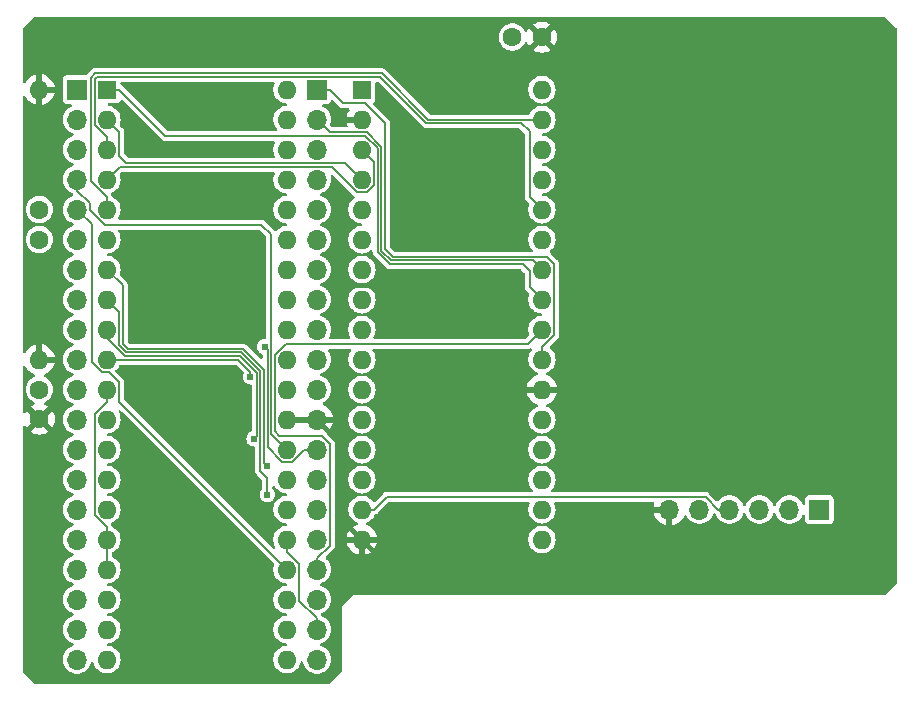
<source format=gbl>
G04 #@! TF.GenerationSoftware,KiCad,Pcbnew,(7.0.0-0)*
G04 #@! TF.CreationDate,2023-02-21T12:21:14+09:00*
G04 #@! TF.ProjectId,MEZ80SD,4d455a38-3053-4442-9e6b-696361645f70,A*
G04 #@! TF.SameCoordinates,PX5f5e100PY8f0d180*
G04 #@! TF.FileFunction,Copper,L2,Bot*
G04 #@! TF.FilePolarity,Positive*
%FSLAX46Y46*%
G04 Gerber Fmt 4.6, Leading zero omitted, Abs format (unit mm)*
G04 Created by KiCad (PCBNEW (7.0.0-0)) date 2023-02-21 12:21:14*
%MOMM*%
%LPD*%
G01*
G04 APERTURE LIST*
G04 #@! TA.AperFunction,ComponentPad*
%ADD10R,1.600000X1.600000*%
G04 #@! TD*
G04 #@! TA.AperFunction,ComponentPad*
%ADD11O,1.600000X1.600000*%
G04 #@! TD*
G04 #@! TA.AperFunction,ComponentPad*
%ADD12R,1.700000X1.700000*%
G04 #@! TD*
G04 #@! TA.AperFunction,ComponentPad*
%ADD13O,1.700000X1.700000*%
G04 #@! TD*
G04 #@! TA.AperFunction,ComponentPad*
%ADD14C,1.600000*%
G04 #@! TD*
G04 #@! TA.AperFunction,ViaPad*
%ADD15C,0.605000*%
G04 #@! TD*
G04 #@! TA.AperFunction,Conductor*
%ADD16C,0.400000*%
G04 #@! TD*
G04 #@! TA.AperFunction,Conductor*
%ADD17C,0.152400*%
G04 #@! TD*
G04 APERTURE END LIST*
D10*
X29209999Y50799999D03*
D11*
X29209999Y48259999D03*
X29209999Y45719999D03*
X29209999Y43179999D03*
X29209999Y40639999D03*
X29209999Y38099999D03*
X29209999Y35559999D03*
X29209999Y33019999D03*
X29209999Y30479999D03*
X29209999Y27939999D03*
X29209999Y25399999D03*
X29209999Y22859999D03*
X29209999Y20319999D03*
X29209999Y17779999D03*
X29209999Y15239999D03*
X29209999Y12699999D03*
X44449999Y12699999D03*
X44449999Y15239999D03*
X44449999Y17779999D03*
X44449999Y20319999D03*
X44449999Y22859999D03*
X44449999Y25399999D03*
X44449999Y27939999D03*
X44449999Y30479999D03*
X44449999Y33019999D03*
X44449999Y35559999D03*
X44449999Y38099999D03*
X44449999Y40639999D03*
X44449999Y43179999D03*
X44449999Y45719999D03*
X44449999Y48259999D03*
X44449999Y50799999D03*
D10*
X7619999Y50799999D03*
D11*
X7619999Y48259999D03*
X7619999Y45719999D03*
X7619999Y43179999D03*
X7619999Y40639999D03*
X7619999Y38099999D03*
X7619999Y35559999D03*
X7619999Y33019999D03*
X7619999Y30479999D03*
X7619999Y27939999D03*
X7619999Y25399999D03*
X7619999Y22859999D03*
X7619999Y20319999D03*
X7619999Y17779999D03*
X7619999Y15239999D03*
X7619999Y12699999D03*
X7619999Y10159999D03*
X7619999Y7619999D03*
X7619999Y5079999D03*
X7619999Y2539999D03*
X22859999Y2539999D03*
X22859999Y5079999D03*
X22859999Y7619999D03*
X22859999Y10159999D03*
X22859999Y12699999D03*
X22859999Y15239999D03*
X22859999Y17779999D03*
X22859999Y20319999D03*
X22859999Y22859999D03*
X22859999Y25399999D03*
X22859999Y27939999D03*
X22859999Y30479999D03*
X22859999Y33019999D03*
X22859999Y35559999D03*
X22859999Y38099999D03*
X22859999Y40639999D03*
X22859999Y43179999D03*
X22859999Y45719999D03*
X22859999Y48259999D03*
X22859999Y50799999D03*
D12*
X67944999Y15239999D03*
D13*
X65404999Y15239999D03*
X62864999Y15239999D03*
X60324999Y15239999D03*
X57784999Y15239999D03*
X55244999Y15239999D03*
D14*
X41950000Y55245000D03*
X44450000Y55245000D03*
X1905000Y40640000D03*
D11*
X1904999Y50799999D03*
D14*
X1905000Y25400000D03*
X1905000Y22900000D03*
X1905000Y38100000D03*
D11*
X1904999Y27939999D03*
D12*
X5084999Y50804999D03*
D13*
X5084999Y48264999D03*
X5084999Y45724999D03*
X5084999Y43184999D03*
X5084999Y40644999D03*
X5084999Y38104999D03*
X5084999Y35564999D03*
X5084999Y33024999D03*
X5084999Y30484999D03*
X5084999Y27944999D03*
X5084999Y25404999D03*
X5084999Y22864999D03*
X5084999Y20324999D03*
X5084999Y17784999D03*
X5084999Y15244999D03*
X5084999Y12704999D03*
X5084999Y10164999D03*
X5084999Y7624999D03*
X5084999Y5084999D03*
X5084999Y2544999D03*
D12*
X25404999Y50799999D03*
D13*
X25404999Y48259999D03*
X25404999Y45719999D03*
X25404999Y43179999D03*
X25404999Y40639999D03*
X25404999Y38099999D03*
X25404999Y35559999D03*
X25404999Y33019999D03*
X25404999Y30479999D03*
X25404999Y27939999D03*
X25404999Y25399999D03*
X25404999Y22859999D03*
X25404999Y20319999D03*
X25404999Y17779999D03*
X25404999Y15239999D03*
X25404999Y12699999D03*
X25404999Y10159999D03*
X25404999Y7619999D03*
X25404999Y5079999D03*
X25404999Y2539999D03*
D15*
X10795000Y45720000D03*
X55245000Y50800000D03*
X41275000Y22860000D03*
X55245000Y35560000D03*
X10795000Y50800000D03*
X10160000Y2540000D03*
X73025000Y8890000D03*
X41275000Y33020000D03*
X67945000Y50800000D03*
X27305000Y34290000D03*
X41275000Y38100000D03*
X10795000Y15875000D03*
X73025000Y55880000D03*
X32385000Y38100000D03*
X1905000Y1270000D03*
X10795000Y24130000D03*
X41275000Y17780000D03*
X10795000Y41910000D03*
X67945000Y35560000D03*
X41275000Y20320000D03*
X32385000Y48260000D03*
X10795000Y18415000D03*
X10795000Y34290000D03*
X10795000Y20320000D03*
X41275000Y13335000D03*
X32385000Y33020000D03*
X21209000Y18900400D03*
X21209000Y16510000D03*
X20081500Y21245400D03*
X19776700Y26494000D03*
X20995900Y29041000D03*
D16*
X55245000Y13335000D02*
X55245000Y15240000D01*
X27305000Y14605000D02*
X29210000Y12700000D01*
X32385000Y9525000D02*
X51435000Y9525000D01*
X27305000Y20960000D02*
X27305000Y14605000D01*
X51435000Y9525000D02*
X55245000Y13335000D01*
X29210000Y12700000D02*
X32385000Y9525000D01*
X31115000Y34290000D02*
X32385000Y33020000D01*
X22860000Y22860000D02*
X25405000Y22860000D01*
X27305000Y34290000D02*
X31115000Y34290000D01*
X25405000Y22860000D02*
X27305000Y20960000D01*
D17*
X7620000Y12700000D02*
X7620000Y13728700D01*
X6591300Y23342600D02*
X6591300Y14757400D01*
X7620000Y25400000D02*
X7620000Y24371300D01*
X6591300Y14757400D02*
X7620000Y13728700D01*
X7620000Y10160000D02*
X7620000Y12700000D01*
X7620000Y24371300D02*
X6591300Y23342600D01*
X43421400Y35445600D02*
X43421400Y34048600D01*
X30543500Y37047396D02*
X31562596Y36028300D01*
X12572400Y46876300D02*
X29508361Y46876300D01*
X30543500Y45841161D02*
X30543500Y37047396D01*
X7620000Y50800000D02*
X8648700Y50800000D01*
X8648700Y50800000D02*
X12572400Y46876300D01*
X42838700Y36028300D02*
X43421400Y35445600D01*
X31562596Y36028300D02*
X42838700Y36028300D01*
X43421400Y34048600D02*
X44450000Y33020000D01*
X29508361Y46876300D02*
X30543500Y45841161D01*
X9271000Y44577000D02*
X27813000Y44577000D01*
X7620000Y48260000D02*
X8648600Y47231400D01*
X27813000Y44577000D02*
X29210000Y43180000D01*
X8648600Y47231400D02*
X8648600Y45199400D01*
X8648600Y45199400D02*
X9271000Y44577000D01*
X6763300Y51878800D02*
X30748148Y51878800D01*
X7620000Y45720000D02*
X7620000Y46748700D01*
X42722800Y47955200D02*
X43421400Y47256600D01*
X34671748Y47955200D02*
X42722800Y47955200D01*
X7620000Y46748700D02*
X6579300Y47789400D01*
X6579300Y51694800D02*
X6763300Y51878800D01*
X43421400Y47256600D02*
X43421400Y41668600D01*
X43421400Y41668600D02*
X44450000Y40640000D01*
X30748148Y51878800D02*
X34671748Y47955200D01*
X6579300Y47789400D02*
X6579300Y51694800D01*
X26658048Y44272200D02*
X28778848Y42151400D01*
X8712200Y44272200D02*
X26658048Y44272200D01*
X30238700Y42715900D02*
X30238700Y44691300D01*
X28778848Y42151400D02*
X29674200Y42151400D01*
X29674200Y42151400D02*
X30238700Y42715900D01*
X30238700Y44691300D02*
X29210000Y45720000D01*
X7620000Y43180000D02*
X8712200Y44272200D01*
X34798000Y48260000D02*
X44450000Y48260000D01*
X6262300Y43026400D02*
X6262300Y51811000D01*
X7620000Y40640000D02*
X7620000Y41668700D01*
X6262300Y51811000D02*
X6635100Y52183800D01*
X7620000Y41668700D02*
X6262300Y43026400D01*
X6635100Y52183800D02*
X30874200Y52183800D01*
X30874200Y52183800D02*
X34798000Y48260000D01*
X8953400Y34226600D02*
X7620000Y35560000D01*
X8953400Y29273600D02*
X8953400Y34226600D01*
X9372600Y28854400D02*
X8953400Y29273600D01*
X20916900Y27062204D02*
X19124704Y28854400D01*
X20916900Y19192500D02*
X20916900Y27062204D01*
X19124704Y28854400D02*
X9372600Y28854400D01*
X21209000Y18900400D02*
X20916900Y19192500D01*
X21209000Y17907000D02*
X20612100Y18503900D01*
X9246348Y28549600D02*
X8648600Y29147348D01*
X20612100Y26935952D02*
X18998452Y28549600D01*
X8648600Y29147348D02*
X8648600Y31991400D01*
X20612100Y18503900D02*
X20612100Y26935952D01*
X8648600Y31991400D02*
X7620000Y33020000D01*
X21209000Y16510000D02*
X21209000Y17907000D01*
X18998452Y28549600D02*
X9246348Y28549600D01*
X7620000Y29744896D02*
X7620000Y30480000D01*
X18872200Y28244800D02*
X9120096Y28244800D01*
X20307300Y21471200D02*
X20307300Y26809700D01*
X9120096Y28244800D02*
X7620000Y29744896D01*
X20307300Y26809700D02*
X18872200Y28244800D01*
X20081500Y21245400D02*
X20307300Y21471200D01*
X18745948Y27940000D02*
X7620000Y27940000D01*
X19776700Y26494000D02*
X19776700Y26909248D01*
X19776700Y26909248D02*
X18745948Y27940000D01*
X58302600Y16318700D02*
X59381300Y15240000D01*
X59381300Y15240000D02*
X60325000Y15240000D01*
X29210000Y15240000D02*
X30238700Y15240000D01*
X30238700Y15240000D02*
X31317400Y16318700D01*
X31317400Y16318700D02*
X58302600Y16318700D01*
X8648600Y26022400D02*
X8648600Y24371400D01*
X6350000Y27755339D02*
X7193939Y26911400D01*
X5085000Y40645000D02*
X6350000Y39380000D01*
X6350000Y39380000D02*
X6350000Y27755339D01*
X8648600Y24371400D02*
X22860000Y10160000D01*
X7193939Y26911400D02*
X7759600Y26911400D01*
X7759600Y26911400D02*
X8648600Y26022400D01*
X31153100Y47967900D02*
X31153100Y37299900D01*
X44870800Y36637900D02*
X45483300Y36025400D01*
X45483300Y36025400D02*
X45483300Y30002000D01*
X45483300Y30002000D02*
X44450000Y28968700D01*
X27638900Y49644800D02*
X29476200Y49644800D01*
X25405000Y50800000D02*
X26483700Y50800000D01*
X29476200Y49644800D02*
X31153100Y47967900D01*
X31153100Y37299900D02*
X31815100Y36637900D01*
X26483700Y50800000D02*
X27638900Y49644800D01*
X31815100Y36637900D02*
X44870800Y36637900D01*
X44450000Y28968700D02*
X44450000Y27940000D01*
X29634613Y47181100D02*
X26483900Y47181100D01*
X31688848Y36333100D02*
X30848300Y37173648D01*
X30848300Y37173648D02*
X30848300Y45967413D01*
X30848300Y45967413D02*
X29634613Y47181100D01*
X43676900Y36333100D02*
X31688848Y36333100D01*
X26483900Y47181100D02*
X25405000Y48260000D01*
X44450000Y35560000D02*
X43676900Y36333100D01*
X23286400Y19280100D02*
X24326300Y20320000D01*
X24326300Y20320000D02*
X25405000Y20320000D01*
X21221700Y28815200D02*
X21221700Y20502100D01*
X21221700Y20502100D02*
X22443700Y19280100D01*
X22443700Y19280100D02*
X23286400Y19280100D01*
X20995900Y29041000D02*
X21221700Y28815200D01*
X21831400Y28366061D02*
X22742639Y29277300D01*
X21831400Y23863400D02*
X21831400Y28366061D01*
X25405000Y10160000D02*
X25405000Y11103900D01*
X25803000Y21463000D02*
X22225000Y21463000D01*
X26489400Y12188300D02*
X26489400Y20776600D01*
X25405000Y11103900D02*
X26489400Y12188300D01*
X21831200Y23313700D02*
X21831200Y23863200D01*
X22742639Y29277300D02*
X43247300Y29277300D01*
X21831300Y21856700D02*
X21831300Y23313600D01*
X43247300Y29277300D02*
X44450000Y30480000D01*
X22225000Y21463000D02*
X21831300Y21856700D01*
X21831300Y23313600D02*
X21831200Y23313700D01*
X26489400Y20776600D02*
X25803000Y21463000D01*
X21831200Y23863200D02*
X21831400Y23863400D01*
X23888700Y7540000D02*
X23888700Y10642600D01*
X25405000Y6023700D02*
X23888700Y7540000D01*
X25405000Y5080000D02*
X25405000Y6023700D01*
X22860000Y11671300D02*
X22860000Y12700000D01*
X23888700Y10642600D02*
X22860000Y11671300D01*
X6163700Y40640200D02*
X6163700Y41162600D01*
X21526500Y38544500D02*
X20701000Y39370000D01*
X6163700Y41162600D02*
X5085000Y42241300D01*
X21526500Y21653500D02*
X21526500Y38544500D01*
X7433900Y39370000D02*
X6163700Y40640200D01*
X20701000Y39370000D02*
X7433900Y39370000D01*
X22860000Y20320000D02*
X21526500Y21653500D01*
X5085000Y42241300D02*
X5085000Y43185000D01*
G04 #@! TA.AperFunction,Conductor*
G36*
X18565231Y27503709D02*
G01*
X18606108Y27476395D01*
X19160996Y26921507D01*
X19187818Y26881800D01*
X19197875Y26834950D01*
X19189713Y26787732D01*
X19140720Y26658548D01*
X19140718Y26658541D01*
X19138018Y26651421D01*
X19137099Y26643860D01*
X19137099Y26643856D01*
X19123261Y26529886D01*
X19118904Y26494000D01*
X19119823Y26486431D01*
X19135392Y26358202D01*
X19138018Y26336579D01*
X19140718Y26329460D01*
X19140719Y26329456D01*
X19191548Y26195432D01*
X19191550Y26195427D01*
X19194251Y26188307D01*
X19198579Y26182037D01*
X19198580Y26182035D01*
X19261021Y26091573D01*
X19284333Y26057801D01*
X19403029Y25952645D01*
X19543442Y25878950D01*
X19697411Y25841000D01*
X19705028Y25841000D01*
X19754600Y25841000D01*
X19817600Y25824119D01*
X19863719Y25778000D01*
X19880600Y25715000D01*
X19880600Y21953602D01*
X19862429Y21888418D01*
X19813156Y21842036D01*
X19707829Y21786755D01*
X19702127Y21781704D01*
X19702122Y21781700D01*
X19594838Y21686654D01*
X19594834Y21686651D01*
X19589133Y21681599D01*
X19584806Y21675332D01*
X19584802Y21675326D01*
X19503380Y21557366D01*
X19503376Y21557361D01*
X19499051Y21551093D01*
X19496352Y21543978D01*
X19496348Y21543969D01*
X19445519Y21409945D01*
X19445517Y21409939D01*
X19442818Y21402821D01*
X19441899Y21395260D01*
X19441899Y21395256D01*
X19428770Y21287124D01*
X19423704Y21245400D01*
X19424623Y21237831D01*
X19436360Y21141162D01*
X19442818Y21087979D01*
X19445518Y21080860D01*
X19445519Y21080856D01*
X19496348Y20946832D01*
X19496350Y20946827D01*
X19499051Y20939707D01*
X19503379Y20933437D01*
X19503380Y20933435D01*
X19523840Y20903793D01*
X19589133Y20809201D01*
X19707829Y20704045D01*
X19714579Y20700503D01*
X19714581Y20700501D01*
X19742927Y20685624D01*
X19848242Y20630350D01*
X20002211Y20592400D01*
X20009828Y20592400D01*
X20059400Y20592400D01*
X20122400Y20575519D01*
X20168519Y20529400D01*
X20185400Y20466400D01*
X20185400Y18534942D01*
X20184607Y18520834D01*
X20180882Y18487765D01*
X20182636Y18478490D01*
X20182637Y18478488D01*
X20190915Y18434732D01*
X20191703Y18430091D01*
X20198343Y18386041D01*
X20198345Y18386035D01*
X20199751Y18376707D01*
X20203281Y18369375D01*
X20204795Y18361378D01*
X20209204Y18353036D01*
X20209205Y18353033D01*
X20230017Y18313654D01*
X20232140Y18309449D01*
X20251462Y18269326D01*
X20251464Y18269323D01*
X20255561Y18260816D01*
X20261098Y18254849D01*
X20264900Y18247655D01*
X20271576Y18240979D01*
X20303054Y18209501D01*
X20306323Y18206108D01*
X20343052Y18166524D01*
X20348830Y18163188D01*
X20353878Y18158677D01*
X20745395Y17767160D01*
X20772709Y17726283D01*
X20782300Y17678065D01*
X20782300Y17061083D01*
X20771199Y17009371D01*
X20739853Y16966771D01*
X20722341Y16951258D01*
X20722332Y16951249D01*
X20716633Y16946199D01*
X20712306Y16939932D01*
X20712302Y16939926D01*
X20630880Y16821966D01*
X20630876Y16821961D01*
X20626551Y16815693D01*
X20623852Y16808578D01*
X20623848Y16808569D01*
X20573019Y16674545D01*
X20573017Y16674539D01*
X20570318Y16667421D01*
X20569399Y16659860D01*
X20569399Y16659856D01*
X20559329Y16576918D01*
X20551204Y16510000D01*
X20552123Y16502431D01*
X20567982Y16371812D01*
X20570318Y16352579D01*
X20573018Y16345460D01*
X20573019Y16345456D01*
X20623848Y16211432D01*
X20623850Y16211427D01*
X20626551Y16204307D01*
X20630879Y16198037D01*
X20630880Y16198035D01*
X20658424Y16158130D01*
X20716633Y16073801D01*
X20835329Y15968645D01*
X20975742Y15894950D01*
X21129711Y15857000D01*
X21280672Y15857000D01*
X21288289Y15857000D01*
X21442258Y15894950D01*
X21582671Y15968645D01*
X21701367Y16073801D01*
X21791449Y16204307D01*
X21847682Y16352579D01*
X21866796Y16510000D01*
X21847682Y16667421D01*
X21812698Y16759666D01*
X21794151Y16808569D01*
X21794150Y16808571D01*
X21791449Y16815693D01*
X21701367Y16946199D01*
X21695663Y16951253D01*
X21695658Y16951258D01*
X21678147Y16966771D01*
X21646801Y17009371D01*
X21635700Y17061083D01*
X21635700Y17121894D01*
X21653365Y17186234D01*
X21701408Y17232532D01*
X21766356Y17247808D01*
X21829999Y17227777D01*
X21871370Y17181545D01*
X21871969Y17181915D01*
X21874058Y17178540D01*
X21874491Y17178057D01*
X21877634Y17171745D01*
X21881142Y17167100D01*
X21881145Y17167095D01*
X21893656Y17150528D01*
X22006128Y17001593D01*
X22010430Y16997671D01*
X22010433Y16997668D01*
X22159394Y16861871D01*
X22159398Y16861868D01*
X22163698Y16857948D01*
X22344981Y16745702D01*
X22350411Y16743599D01*
X22350414Y16743597D01*
X22387903Y16729074D01*
X22543802Y16668679D01*
X22691046Y16641155D01*
X22730092Y16633855D01*
X22791825Y16603115D01*
X22828129Y16544481D01*
X22828129Y16475519D01*
X22791825Y16416885D01*
X22730092Y16386145D01*
X22549524Y16352391D01*
X22549520Y16352390D01*
X22543802Y16351321D01*
X22538377Y16349220D01*
X22538372Y16349218D01*
X22350414Y16276404D01*
X22350402Y16276399D01*
X22344981Y16274298D01*
X22340034Y16271236D01*
X22340024Y16271230D01*
X22168649Y16165118D01*
X22168645Y16165116D01*
X22163698Y16162052D01*
X22159404Y16158138D01*
X22159394Y16158130D01*
X22010433Y16022333D01*
X22010425Y16022325D01*
X22006128Y16018407D01*
X22002619Y16013761D01*
X22002615Y16013756D01*
X21881145Y15852906D01*
X21881139Y15852897D01*
X21877634Y15848255D01*
X21875040Y15843048D01*
X21875037Y15843041D01*
X21785189Y15662601D01*
X21785184Y15662590D01*
X21782595Y15657389D01*
X21781003Y15651796D01*
X21781001Y15651789D01*
X21726869Y15461536D01*
X21724244Y15452310D01*
X21704571Y15240000D01*
X21724244Y15027690D01*
X21725836Y15022092D01*
X21725837Y15022091D01*
X21781000Y14828214D01*
X21782595Y14822611D01*
X21785186Y14817407D01*
X21785189Y14817400D01*
X21875035Y14636964D01*
X21877634Y14631745D01*
X21881142Y14627100D01*
X21881145Y14627095D01*
X21911358Y14587087D01*
X22006128Y14461593D01*
X22010430Y14457671D01*
X22010433Y14457668D01*
X22159394Y14321871D01*
X22159398Y14321868D01*
X22163698Y14317948D01*
X22233368Y14274810D01*
X22298853Y14234263D01*
X22344981Y14205702D01*
X22350411Y14203599D01*
X22350414Y14203597D01*
X22421313Y14176131D01*
X22543802Y14128679D01*
X22684210Y14102432D01*
X22730092Y14093855D01*
X22791825Y14063115D01*
X22828129Y14004481D01*
X22828129Y13935519D01*
X22791825Y13876885D01*
X22730092Y13846145D01*
X22549524Y13812391D01*
X22549520Y13812390D01*
X22543802Y13811321D01*
X22538377Y13809220D01*
X22538372Y13809218D01*
X22350414Y13736404D01*
X22350402Y13736399D01*
X22344981Y13734298D01*
X22340034Y13731236D01*
X22340024Y13731230D01*
X22168649Y13625118D01*
X22168645Y13625116D01*
X22163698Y13622052D01*
X22159404Y13618138D01*
X22159394Y13618130D01*
X22010433Y13482333D01*
X22010425Y13482325D01*
X22006128Y13478407D01*
X22002619Y13473761D01*
X22002615Y13473756D01*
X21881145Y13312906D01*
X21881139Y13312897D01*
X21877634Y13308255D01*
X21875040Y13303048D01*
X21875037Y13303041D01*
X21785189Y13122601D01*
X21785184Y13122590D01*
X21782595Y13117389D01*
X21781003Y13111796D01*
X21781001Y13111789D01*
X21726869Y12921536D01*
X21724244Y12912310D01*
X21704571Y12700000D01*
X21724244Y12487690D01*
X21725836Y12482092D01*
X21725837Y12482091D01*
X21781000Y12288214D01*
X21782595Y12282611D01*
X21785188Y12277403D01*
X21785191Y12277396D01*
X21876433Y12094155D01*
X21888992Y12025208D01*
X21862772Y11960216D01*
X21805884Y11919285D01*
X21735929Y11915079D01*
X21674547Y11948898D01*
X9112205Y24511240D01*
X9084891Y24552117D01*
X9075300Y24600335D01*
X9075300Y25991351D01*
X9076092Y26005460D01*
X9076931Y26012906D01*
X9079819Y26038535D01*
X9069780Y26091589D01*
X9068993Y26096221D01*
X9060949Y26149593D01*
X9057418Y26156925D01*
X9055905Y26164922D01*
X9048778Y26178407D01*
X9030682Y26212647D01*
X9028558Y26216854D01*
X9013618Y26247876D01*
X9005139Y26265484D01*
X8999601Y26271452D01*
X8995800Y26278645D01*
X8957643Y26316802D01*
X8954375Y26320194D01*
X8939172Y26336579D01*
X8917648Y26359776D01*
X8911868Y26363114D01*
X8906819Y26367626D01*
X8378326Y26896119D01*
X8345227Y26954481D01*
X8346776Y27021558D01*
X8382536Y27078329D01*
X8397670Y27092125D01*
X8473872Y27161593D01*
X8602366Y27331745D01*
X8657995Y27443463D01*
X8704456Y27494427D01*
X8770786Y27513300D01*
X18517013Y27513300D01*
X18565231Y27503709D01*
G37*
G04 #@! TD.AperFunction*
G04 #@! TA.AperFunction,Conductor*
G36*
X20520283Y38933709D02*
G01*
X20561160Y38906395D01*
X21062895Y38404660D01*
X21090209Y38363783D01*
X21099800Y38315565D01*
X21099800Y29820000D01*
X21082919Y29757000D01*
X21036800Y29710881D01*
X20973800Y29694000D01*
X20916611Y29694000D01*
X20909220Y29692179D01*
X20909217Y29692178D01*
X20770043Y29657875D01*
X20770036Y29657873D01*
X20762642Y29656050D01*
X20755890Y29652507D01*
X20755889Y29652506D01*
X20628981Y29585900D01*
X20628973Y29585895D01*
X20622229Y29582355D01*
X20616527Y29577304D01*
X20616522Y29577300D01*
X20509238Y29482254D01*
X20509234Y29482251D01*
X20503533Y29477199D01*
X20499206Y29470932D01*
X20499202Y29470926D01*
X20417780Y29352966D01*
X20417776Y29352961D01*
X20413451Y29346693D01*
X20410752Y29339578D01*
X20410748Y29339569D01*
X20359919Y29205545D01*
X20359917Y29205539D01*
X20357218Y29198421D01*
X20356299Y29190860D01*
X20356299Y29190856D01*
X20341794Y29071393D01*
X20338104Y29041000D01*
X20339023Y29033431D01*
X20353986Y28910191D01*
X20357218Y28883579D01*
X20359918Y28876460D01*
X20359919Y28876456D01*
X20410748Y28742432D01*
X20410750Y28742427D01*
X20413451Y28735307D01*
X20417779Y28729037D01*
X20417780Y28729035D01*
X20473253Y28648668D01*
X20503533Y28604801D01*
X20622229Y28499645D01*
X20727556Y28444365D01*
X20776829Y28397982D01*
X20795000Y28332798D01*
X20795000Y28091739D01*
X20781267Y28034536D01*
X20743061Y27989803D01*
X20688711Y27967290D01*
X20630064Y27971906D01*
X20579905Y28002644D01*
X19448378Y29134171D01*
X19438962Y29144707D01*
X19428380Y29157976D01*
X19418212Y29170727D01*
X19373609Y29201137D01*
X19369766Y29203864D01*
X19333935Y29230309D01*
X19333933Y29230310D01*
X19326340Y29235914D01*
X19318656Y29238603D01*
X19311934Y29243186D01*
X19302917Y29245968D01*
X19302914Y29245969D01*
X19260357Y29259096D01*
X19255884Y29260568D01*
X19213835Y29275281D01*
X19213833Y29275282D01*
X19204929Y29278397D01*
X19196795Y29278702D01*
X19189019Y29281100D01*
X19179582Y29281100D01*
X19135055Y29281100D01*
X19130343Y29281188D01*
X19085828Y29282854D01*
X19085826Y29282854D01*
X19076389Y29283207D01*
X19069941Y29281480D01*
X19063184Y29281100D01*
X9601535Y29281100D01*
X9553317Y29290691D01*
X9512440Y29318005D01*
X9417005Y29413440D01*
X9389691Y29454317D01*
X9380100Y29502535D01*
X9380100Y34195559D01*
X9380892Y34209667D01*
X9381138Y34211851D01*
X9384618Y34242736D01*
X9374582Y34295780D01*
X9373793Y34300425D01*
X9367155Y34344462D01*
X9365749Y34353793D01*
X9362218Y34361126D01*
X9360705Y34369122D01*
X9353308Y34383117D01*
X9335482Y34416847D01*
X9333358Y34421054D01*
X9321417Y34445849D01*
X9309939Y34469684D01*
X9304401Y34475652D01*
X9300600Y34482845D01*
X9262444Y34521001D01*
X9259175Y34524394D01*
X9240482Y34544540D01*
X9222448Y34563976D01*
X9216668Y34567314D01*
X9211619Y34571826D01*
X8737232Y35046213D01*
X8704373Y35103636D01*
X8705136Y35169786D01*
X8755756Y35347690D01*
X8775429Y35560000D01*
X8755756Y35772310D01*
X8697405Y35977389D01*
X8691162Y35989926D01*
X8610735Y36151448D01*
X8602366Y36168255D01*
X8473872Y36338407D01*
X8469568Y36342330D01*
X8469566Y36342333D01*
X8320605Y36478130D01*
X8320600Y36478134D01*
X8316302Y36482052D01*
X8249843Y36523202D01*
X8139975Y36591230D01*
X8139969Y36591233D01*
X8135019Y36594298D01*
X8129592Y36596401D01*
X8129585Y36596404D01*
X7941627Y36669218D01*
X7941625Y36669219D01*
X7936198Y36671321D01*
X7930476Y36672391D01*
X7930475Y36672391D01*
X7749907Y36706145D01*
X7688174Y36736885D01*
X7651870Y36795518D01*
X7651870Y36864482D01*
X7688174Y36923115D01*
X7749907Y36953855D01*
X7751897Y36954227D01*
X7936198Y36988679D01*
X8135019Y37065702D01*
X8316302Y37177948D01*
X8473872Y37321593D01*
X8602366Y37491745D01*
X8697405Y37682611D01*
X8755756Y37887690D01*
X8775429Y38100000D01*
X8755756Y38312310D01*
X8697405Y38517389D01*
X8691162Y38529926D01*
X8604962Y38703041D01*
X8602366Y38708255D01*
X8577360Y38741368D01*
X8552448Y38805674D01*
X8565119Y38873463D01*
X8611579Y38924427D01*
X8677910Y38943300D01*
X20472065Y38943300D01*
X20520283Y38933709D01*
G37*
G04 #@! TD.AperFunction*
G04 #@! TA.AperFunction,Conductor*
G36*
X30046963Y37197330D02*
G01*
X30097927Y37150870D01*
X30116800Y37084540D01*
X30116800Y37078438D01*
X30116007Y37064330D01*
X30112282Y37031261D01*
X30114036Y37021986D01*
X30114037Y37021984D01*
X30122315Y36978228D01*
X30123103Y36973587D01*
X30129743Y36929537D01*
X30129745Y36929531D01*
X30131151Y36920203D01*
X30134681Y36912871D01*
X30136195Y36904874D01*
X30140604Y36896532D01*
X30140605Y36896529D01*
X30161417Y36857150D01*
X30163540Y36852945D01*
X30182862Y36812822D01*
X30182864Y36812819D01*
X30186961Y36804312D01*
X30192498Y36798345D01*
X30196300Y36791151D01*
X30202976Y36784475D01*
X30234454Y36752997D01*
X30237723Y36749604D01*
X30274452Y36710020D01*
X30280230Y36706684D01*
X30285278Y36702173D01*
X31238917Y35748534D01*
X31248333Y35737999D01*
X31269088Y35711973D01*
X31313701Y35681556D01*
X31317515Y35678851D01*
X31360960Y35646786D01*
X31368643Y35644098D01*
X31375366Y35639514D01*
X31424602Y35624327D01*
X31426939Y35623606D01*
X31431403Y35622137D01*
X31482371Y35604303D01*
X31490504Y35603999D01*
X31498281Y35601600D01*
X31552261Y35601600D01*
X31556972Y35601512D01*
X31610911Y35599494D01*
X31617355Y35601221D01*
X31624111Y35601600D01*
X42609765Y35601600D01*
X42657983Y35592009D01*
X42698860Y35564695D01*
X42957795Y35305760D01*
X42985109Y35264883D01*
X42994700Y35216665D01*
X42994700Y34079642D01*
X42993907Y34065534D01*
X42990182Y34032465D01*
X42991936Y34023190D01*
X42991937Y34023188D01*
X43000215Y33979432D01*
X43001003Y33974791D01*
X43007643Y33930741D01*
X43007645Y33930735D01*
X43009051Y33921407D01*
X43012581Y33914075D01*
X43014095Y33906078D01*
X43018504Y33897736D01*
X43018505Y33897733D01*
X43039317Y33858354D01*
X43041440Y33854149D01*
X43060762Y33814026D01*
X43060764Y33814023D01*
X43064861Y33805516D01*
X43070398Y33799549D01*
X43074200Y33792355D01*
X43080876Y33785679D01*
X43112354Y33754201D01*
X43115623Y33750808D01*
X43136366Y33728452D01*
X43152352Y33711224D01*
X43158130Y33707888D01*
X43163178Y33703377D01*
X43332767Y33533788D01*
X43365626Y33476366D01*
X43364862Y33410211D01*
X43318292Y33246536D01*
X43314244Y33232310D01*
X43294571Y33020000D01*
X43314244Y32807690D01*
X43315836Y32802092D01*
X43315837Y32802091D01*
X43371000Y32608214D01*
X43372595Y32602611D01*
X43375186Y32597407D01*
X43375189Y32597400D01*
X43384224Y32579256D01*
X43467634Y32411745D01*
X43471142Y32407100D01*
X43471145Y32407095D01*
X43483656Y32390528D01*
X43596128Y32241593D01*
X43600430Y32237671D01*
X43600433Y32237668D01*
X43749394Y32101871D01*
X43749398Y32101868D01*
X43753698Y32097948D01*
X43823368Y32054810D01*
X43904556Y32004540D01*
X43934981Y31985702D01*
X43940411Y31983599D01*
X43940414Y31983597D01*
X44012229Y31955777D01*
X44133802Y31908679D01*
X44281046Y31881155D01*
X44320092Y31873855D01*
X44381825Y31843115D01*
X44418129Y31784481D01*
X44418129Y31715519D01*
X44381825Y31656885D01*
X44320092Y31626145D01*
X44139524Y31592391D01*
X44139520Y31592390D01*
X44133802Y31591321D01*
X44128377Y31589220D01*
X44128372Y31589218D01*
X43940414Y31516404D01*
X43940402Y31516399D01*
X43934981Y31514298D01*
X43930034Y31511236D01*
X43930024Y31511230D01*
X43758649Y31405118D01*
X43758645Y31405116D01*
X43753698Y31402052D01*
X43749404Y31398138D01*
X43749394Y31398130D01*
X43600433Y31262333D01*
X43600425Y31262325D01*
X43596128Y31258407D01*
X43592619Y31253761D01*
X43592615Y31253756D01*
X43471145Y31092906D01*
X43471139Y31092897D01*
X43467634Y31088255D01*
X43465040Y31083048D01*
X43465037Y31083041D01*
X43375189Y30902601D01*
X43375184Y30902590D01*
X43372595Y30897389D01*
X43371003Y30891796D01*
X43371001Y30891789D01*
X43316869Y30701536D01*
X43314244Y30692310D01*
X43294571Y30480000D01*
X43314244Y30267690D01*
X43315836Y30262092D01*
X43315837Y30262091D01*
X43364861Y30089791D01*
X43365625Y30023636D01*
X43332767Y29966214D01*
X43107460Y29740905D01*
X43066582Y29713591D01*
X43018364Y29704000D01*
X30312336Y29704000D01*
X30251024Y29719924D01*
X30205209Y29763669D01*
X30186470Y29824181D01*
X30199545Y29886163D01*
X30212840Y29912863D01*
X30287405Y30062611D01*
X30345756Y30267690D01*
X30365429Y30480000D01*
X30345756Y30692310D01*
X30287405Y30897389D01*
X30281162Y30909926D01*
X30194962Y31083041D01*
X30192366Y31088255D01*
X30063872Y31258407D01*
X30059568Y31262330D01*
X30059566Y31262333D01*
X29910605Y31398130D01*
X29910600Y31398134D01*
X29906302Y31402052D01*
X29839843Y31443202D01*
X29729975Y31511230D01*
X29729969Y31511233D01*
X29725019Y31514298D01*
X29719592Y31516401D01*
X29719585Y31516404D01*
X29531627Y31589218D01*
X29531625Y31589219D01*
X29526198Y31591321D01*
X29520476Y31592391D01*
X29520475Y31592391D01*
X29339907Y31626145D01*
X29278174Y31656885D01*
X29241870Y31715518D01*
X29241870Y31784482D01*
X29278174Y31843115D01*
X29339907Y31873855D01*
X29526198Y31908679D01*
X29725019Y31985702D01*
X29906302Y32097948D01*
X30063872Y32241593D01*
X30192366Y32411745D01*
X30287405Y32602611D01*
X30345756Y32807690D01*
X30365429Y33020000D01*
X30345756Y33232310D01*
X30287405Y33437389D01*
X30281162Y33449926D01*
X30194962Y33623041D01*
X30192366Y33628255D01*
X30063872Y33798407D01*
X30059568Y33802330D01*
X30059566Y33802333D01*
X29910605Y33938130D01*
X29910600Y33938134D01*
X29906302Y33942052D01*
X29853427Y33974791D01*
X29729975Y34051230D01*
X29729969Y34051233D01*
X29725019Y34054298D01*
X29719592Y34056401D01*
X29719585Y34056404D01*
X29531627Y34129218D01*
X29531625Y34129219D01*
X29526198Y34131321D01*
X29520478Y34132391D01*
X29520465Y34132394D01*
X29339907Y34166147D01*
X29278174Y34196886D01*
X29241870Y34255520D01*
X29241870Y34324483D01*
X29278175Y34383117D01*
X29339905Y34413855D01*
X29526198Y34448679D01*
X29725019Y34525702D01*
X29906302Y34637948D01*
X30063872Y34781593D01*
X30192366Y34951745D01*
X30287405Y35142611D01*
X30345756Y35347690D01*
X30365429Y35560000D01*
X30345756Y35772310D01*
X30287405Y35977389D01*
X30281162Y35989926D01*
X30200735Y36151448D01*
X30192366Y36168255D01*
X30063872Y36338407D01*
X30059568Y36342330D01*
X30059566Y36342333D01*
X29910605Y36478130D01*
X29910600Y36478134D01*
X29906302Y36482052D01*
X29839843Y36523202D01*
X29729975Y36591230D01*
X29729969Y36591233D01*
X29725019Y36594298D01*
X29719592Y36596401D01*
X29719585Y36596404D01*
X29531627Y36669218D01*
X29531625Y36669219D01*
X29526198Y36671321D01*
X29520476Y36672391D01*
X29520475Y36672391D01*
X29339907Y36706145D01*
X29278174Y36736885D01*
X29241870Y36795518D01*
X29241870Y36864482D01*
X29278174Y36923115D01*
X29339907Y36953855D01*
X29341897Y36954227D01*
X29526198Y36988679D01*
X29725019Y37065702D01*
X29906302Y37177948D01*
X29910607Y37181874D01*
X29914868Y37185090D01*
X29979174Y37210003D01*
X30046963Y37197330D01*
G37*
G04 #@! TD.AperFunction*
G04 #@! TA.AperFunction,Conductor*
G36*
X26799887Y43526916D02*
G01*
X28455169Y41871634D01*
X28464585Y41861099D01*
X28485340Y41835073D01*
X28529953Y41804656D01*
X28533752Y41801961D01*
X28543526Y41794748D01*
X28551617Y41788776D01*
X28590405Y41741878D01*
X28602688Y41682271D01*
X28585598Y41623860D01*
X28543125Y41580273D01*
X28518648Y41565118D01*
X28518640Y41565112D01*
X28513698Y41562052D01*
X28509404Y41558138D01*
X28509394Y41558130D01*
X28360433Y41422333D01*
X28360425Y41422325D01*
X28356128Y41418407D01*
X28352619Y41413761D01*
X28352615Y41413756D01*
X28231145Y41252906D01*
X28231139Y41252897D01*
X28227634Y41248255D01*
X28225040Y41243048D01*
X28225037Y41243041D01*
X28135189Y41062601D01*
X28135184Y41062590D01*
X28132595Y41057389D01*
X28131003Y41051796D01*
X28131001Y41051789D01*
X28076869Y40861536D01*
X28074244Y40852310D01*
X28054571Y40640000D01*
X28074244Y40427690D01*
X28075836Y40422092D01*
X28075837Y40422091D01*
X28131000Y40228214D01*
X28132595Y40222611D01*
X28135186Y40217407D01*
X28135189Y40217400D01*
X28144224Y40199256D01*
X28227634Y40031745D01*
X28231142Y40027100D01*
X28231145Y40027095D01*
X28243656Y40010528D01*
X28356128Y39861593D01*
X28360430Y39857671D01*
X28360433Y39857668D01*
X28509394Y39721871D01*
X28509398Y39721868D01*
X28513698Y39717948D01*
X28623807Y39649771D01*
X28664556Y39624540D01*
X28694981Y39605702D01*
X28700411Y39603599D01*
X28700414Y39603597D01*
X28772229Y39575777D01*
X28893802Y39528679D01*
X29041046Y39501155D01*
X29080092Y39493855D01*
X29141825Y39463115D01*
X29178129Y39404481D01*
X29178129Y39335519D01*
X29141825Y39276885D01*
X29080092Y39246145D01*
X28899524Y39212391D01*
X28899520Y39212390D01*
X28893802Y39211321D01*
X28888377Y39209220D01*
X28888372Y39209218D01*
X28700414Y39136404D01*
X28700402Y39136399D01*
X28694981Y39134298D01*
X28690034Y39131236D01*
X28690024Y39131230D01*
X28518649Y39025118D01*
X28518645Y39025116D01*
X28513698Y39022052D01*
X28509404Y39018138D01*
X28509394Y39018130D01*
X28360433Y38882333D01*
X28360425Y38882325D01*
X28356128Y38878407D01*
X28352619Y38873761D01*
X28352615Y38873756D01*
X28231145Y38712906D01*
X28231139Y38712897D01*
X28227634Y38708255D01*
X28225040Y38703048D01*
X28225037Y38703041D01*
X28135189Y38522601D01*
X28135184Y38522590D01*
X28132595Y38517389D01*
X28131003Y38511796D01*
X28131001Y38511789D01*
X28076869Y38321536D01*
X28074244Y38312310D01*
X28054571Y38100000D01*
X28074244Y37887690D01*
X28075836Y37882092D01*
X28075837Y37882091D01*
X28131000Y37688214D01*
X28132595Y37682611D01*
X28135186Y37677407D01*
X28135189Y37677400D01*
X28225037Y37496960D01*
X28227634Y37491745D01*
X28231142Y37487100D01*
X28231145Y37487095D01*
X28303200Y37391680D01*
X28356128Y37321593D01*
X28360430Y37317671D01*
X28360433Y37317668D01*
X28509394Y37181871D01*
X28509398Y37181868D01*
X28513698Y37177948D01*
X28583368Y37134810D01*
X28685844Y37071359D01*
X28694981Y37065702D01*
X28700411Y37063599D01*
X28700414Y37063597D01*
X28752836Y37043289D01*
X28893802Y36988679D01*
X29041046Y36961155D01*
X29080092Y36953855D01*
X29141825Y36923115D01*
X29178129Y36864481D01*
X29178129Y36795519D01*
X29141825Y36736885D01*
X29080092Y36706145D01*
X28899524Y36672391D01*
X28899520Y36672390D01*
X28893802Y36671321D01*
X28888377Y36669220D01*
X28888372Y36669218D01*
X28700414Y36596404D01*
X28700402Y36596399D01*
X28694981Y36594298D01*
X28690034Y36591236D01*
X28690024Y36591230D01*
X28518649Y36485118D01*
X28518645Y36485116D01*
X28513698Y36482052D01*
X28509404Y36478138D01*
X28509394Y36478130D01*
X28360433Y36342333D01*
X28360425Y36342325D01*
X28356128Y36338407D01*
X28352619Y36333761D01*
X28352615Y36333756D01*
X28231145Y36172906D01*
X28231139Y36172897D01*
X28227634Y36168255D01*
X28225040Y36163048D01*
X28225037Y36163041D01*
X28135189Y35982601D01*
X28135184Y35982590D01*
X28132595Y35977389D01*
X28131003Y35971796D01*
X28131001Y35971789D01*
X28076869Y35781536D01*
X28074244Y35772310D01*
X28054571Y35560000D01*
X28074244Y35347690D01*
X28075836Y35342094D01*
X28075837Y35342091D01*
X28131000Y35148214D01*
X28132595Y35142611D01*
X28135186Y35137407D01*
X28135189Y35137400D01*
X28180595Y35046213D01*
X28227634Y34951745D01*
X28231142Y34947100D01*
X28231145Y34947095D01*
X28243656Y34930528D01*
X28356128Y34781593D01*
X28360430Y34777671D01*
X28360433Y34777668D01*
X28509394Y34641871D01*
X28509398Y34641868D01*
X28513698Y34637948D01*
X28620506Y34571815D01*
X28664556Y34544540D01*
X28694981Y34525702D01*
X28700411Y34523599D01*
X28700414Y34523597D01*
X28772229Y34495777D01*
X28893802Y34448679D01*
X28899523Y34447610D01*
X28899525Y34447609D01*
X28939251Y34440183D01*
X29080093Y34413855D01*
X29141824Y34383116D01*
X29178129Y34324483D01*
X29178129Y34255520D01*
X29141825Y34196886D01*
X29080092Y34166147D01*
X28899534Y34132394D01*
X28899518Y34132390D01*
X28893802Y34131321D01*
X28888377Y34129220D01*
X28888372Y34129218D01*
X28700414Y34056404D01*
X28700402Y34056399D01*
X28694981Y34054298D01*
X28690034Y34051236D01*
X28690024Y34051230D01*
X28518649Y33945118D01*
X28518645Y33945116D01*
X28513698Y33942052D01*
X28509404Y33938138D01*
X28509394Y33938130D01*
X28360433Y33802333D01*
X28360425Y33802325D01*
X28356128Y33798407D01*
X28352619Y33793761D01*
X28352615Y33793756D01*
X28231145Y33632906D01*
X28231139Y33632897D01*
X28227634Y33628255D01*
X28225040Y33623048D01*
X28225037Y33623041D01*
X28135189Y33442601D01*
X28135184Y33442590D01*
X28132595Y33437389D01*
X28131003Y33431796D01*
X28131001Y33431789D01*
X28076869Y33241536D01*
X28074244Y33232310D01*
X28054571Y33020000D01*
X28074244Y32807690D01*
X28075836Y32802092D01*
X28075837Y32802091D01*
X28131000Y32608214D01*
X28132595Y32602611D01*
X28135186Y32597407D01*
X28135189Y32597400D01*
X28144224Y32579256D01*
X28227634Y32411745D01*
X28231142Y32407100D01*
X28231145Y32407095D01*
X28243656Y32390528D01*
X28356128Y32241593D01*
X28360430Y32237671D01*
X28360433Y32237668D01*
X28509394Y32101871D01*
X28509398Y32101868D01*
X28513698Y32097948D01*
X28583368Y32054810D01*
X28664556Y32004540D01*
X28694981Y31985702D01*
X28700411Y31983599D01*
X28700414Y31983597D01*
X28772229Y31955777D01*
X28893802Y31908679D01*
X29041046Y31881155D01*
X29080092Y31873855D01*
X29141825Y31843115D01*
X29178129Y31784481D01*
X29178129Y31715519D01*
X29141825Y31656885D01*
X29080092Y31626145D01*
X28899524Y31592391D01*
X28899520Y31592390D01*
X28893802Y31591321D01*
X28888377Y31589220D01*
X28888372Y31589218D01*
X28700414Y31516404D01*
X28700402Y31516399D01*
X28694981Y31514298D01*
X28690034Y31511236D01*
X28690024Y31511230D01*
X28518649Y31405118D01*
X28518645Y31405116D01*
X28513698Y31402052D01*
X28509404Y31398138D01*
X28509394Y31398130D01*
X28360433Y31262333D01*
X28360425Y31262325D01*
X28356128Y31258407D01*
X28352619Y31253761D01*
X28352615Y31253756D01*
X28231145Y31092906D01*
X28231139Y31092897D01*
X28227634Y31088255D01*
X28225040Y31083048D01*
X28225037Y31083041D01*
X28135189Y30902601D01*
X28135184Y30902590D01*
X28132595Y30897389D01*
X28131003Y30891796D01*
X28131001Y30891789D01*
X28076869Y30701536D01*
X28074244Y30692310D01*
X28054571Y30480000D01*
X28074244Y30267690D01*
X28075836Y30262092D01*
X28075837Y30262091D01*
X28131000Y30068214D01*
X28132595Y30062611D01*
X28135186Y30057407D01*
X28135189Y30057400D01*
X28220455Y29886163D01*
X28233530Y29824181D01*
X28214791Y29763669D01*
X28168976Y29719924D01*
X28107664Y29704000D01*
X26563190Y29704000D01*
X26501878Y29719924D01*
X26456063Y29763670D01*
X26437324Y29824181D01*
X26450400Y29886163D01*
X26490261Y29966214D01*
X26529229Y30044472D01*
X26590115Y30258464D01*
X26610643Y30480000D01*
X26590115Y30701536D01*
X26529229Y30915528D01*
X26430058Y31114689D01*
X26325040Y31253756D01*
X26299493Y31287586D01*
X26299490Y31287590D01*
X26295981Y31292236D01*
X26291677Y31296159D01*
X26291675Y31296162D01*
X26165394Y31411282D01*
X26131562Y31442124D01*
X25942401Y31559247D01*
X25936965Y31561353D01*
X25936959Y31561356D01*
X25753291Y31632509D01*
X25704139Y31666850D01*
X25676426Y31720020D01*
X25676426Y31779980D01*
X25704139Y31833150D01*
X25753291Y31867491D01*
X25865042Y31910784D01*
X25942401Y31940753D01*
X26131562Y32057876D01*
X26295981Y32207764D01*
X26430058Y32385311D01*
X26529229Y32584472D01*
X26590115Y32798464D01*
X26610643Y33020000D01*
X26590115Y33241536D01*
X26529229Y33455528D01*
X26430058Y33654689D01*
X26374355Y33728452D01*
X26299493Y33827586D01*
X26299490Y33827590D01*
X26295981Y33832236D01*
X26291677Y33836159D01*
X26291675Y33836162D01*
X26165394Y33951282D01*
X26131562Y33982124D01*
X25942401Y34099247D01*
X25936965Y34101353D01*
X25936959Y34101356D01*
X25753291Y34172509D01*
X25704139Y34206850D01*
X25676426Y34260020D01*
X25676426Y34319980D01*
X25704139Y34373150D01*
X25753291Y34407491D01*
X25865042Y34450784D01*
X25942401Y34480753D01*
X26131562Y34597876D01*
X26295981Y34747764D01*
X26430058Y34925311D01*
X26529229Y35124472D01*
X26590115Y35338464D01*
X26610643Y35560000D01*
X26590115Y35781536D01*
X26529229Y35995528D01*
X26430058Y36194689D01*
X26364392Y36281645D01*
X26299493Y36367586D01*
X26299490Y36367590D01*
X26295981Y36372236D01*
X26291677Y36376159D01*
X26291675Y36376162D01*
X26165394Y36491282D01*
X26131562Y36522124D01*
X25942401Y36639247D01*
X25936970Y36641351D01*
X25936962Y36641355D01*
X25753290Y36712510D01*
X25704139Y36746851D01*
X25676425Y36800022D01*
X25676426Y36859981D01*
X25704140Y36913152D01*
X25753285Y36947490D01*
X25942401Y37020753D01*
X26131562Y37137876D01*
X26295981Y37287764D01*
X26430058Y37465311D01*
X26529229Y37664472D01*
X26590115Y37878464D01*
X26610643Y38100000D01*
X26590115Y38321536D01*
X26529229Y38535528D01*
X26430058Y38734689D01*
X26328287Y38869456D01*
X26299493Y38907586D01*
X26299490Y38907590D01*
X26295981Y38912236D01*
X26291677Y38916159D01*
X26291675Y38916162D01*
X26135864Y39058202D01*
X26135865Y39058202D01*
X26131562Y39062124D01*
X25942401Y39179247D01*
X25936970Y39181351D01*
X25936962Y39181355D01*
X25753290Y39252510D01*
X25704139Y39286851D01*
X25676425Y39340022D01*
X25676426Y39399981D01*
X25704140Y39453152D01*
X25753285Y39487490D01*
X25942401Y39560753D01*
X26131562Y39677876D01*
X26295981Y39827764D01*
X26430058Y40005311D01*
X26529229Y40204472D01*
X26590115Y40418464D01*
X26610643Y40640000D01*
X26590115Y40861536D01*
X26529229Y41075528D01*
X26430058Y41274689D01*
X26369468Y41354923D01*
X26299493Y41447586D01*
X26299490Y41447590D01*
X26295981Y41452236D01*
X26291677Y41456159D01*
X26291675Y41456162D01*
X26139606Y41594791D01*
X26131562Y41602124D01*
X25942401Y41719247D01*
X25936970Y41721351D01*
X25936962Y41721355D01*
X25753290Y41792510D01*
X25704139Y41826851D01*
X25676425Y41880022D01*
X25676426Y41939981D01*
X25704140Y41993152D01*
X25753285Y42027490D01*
X25942401Y42100753D01*
X26131562Y42217876D01*
X26295981Y42367764D01*
X26430058Y42545311D01*
X26529229Y42744472D01*
X26590115Y42958464D01*
X26610643Y43180000D01*
X26590115Y43401536D01*
X26588520Y43407139D01*
X26587451Y43412863D01*
X26589464Y43413240D01*
X26588693Y43468930D01*
X26620877Y43526089D01*
X26677432Y43559324D01*
X26743028Y43559628D01*
X26799887Y43526916D01*
G37*
G04 #@! TD.AperFunction*
G04 #@! TA.AperFunction,Conductor*
G36*
X30567431Y51442509D02*
G01*
X30608308Y51415195D01*
X34348069Y47675434D01*
X34357485Y47664899D01*
X34378240Y47638873D01*
X34422853Y47608456D01*
X34426667Y47605751D01*
X34470112Y47573686D01*
X34477795Y47570998D01*
X34484518Y47566414D01*
X34533754Y47551227D01*
X34536091Y47550506D01*
X34540555Y47549037D01*
X34591523Y47531203D01*
X34599656Y47530899D01*
X34607433Y47528500D01*
X34661413Y47528500D01*
X34666124Y47528412D01*
X34720063Y47526394D01*
X34726507Y47528121D01*
X34733263Y47528500D01*
X42493865Y47528500D01*
X42542083Y47518909D01*
X42582960Y47491595D01*
X42957795Y47116760D01*
X42985109Y47075883D01*
X42994700Y47027665D01*
X42994700Y41699642D01*
X42993907Y41685534D01*
X42990182Y41652465D01*
X42991936Y41643190D01*
X42991937Y41643188D01*
X43000215Y41599432D01*
X43001003Y41594791D01*
X43007643Y41550741D01*
X43007645Y41550735D01*
X43009051Y41541407D01*
X43012581Y41534075D01*
X43014095Y41526078D01*
X43018504Y41517736D01*
X43018505Y41517733D01*
X43039317Y41478354D01*
X43041440Y41474149D01*
X43060762Y41434026D01*
X43060764Y41434023D01*
X43064861Y41425516D01*
X43070398Y41419549D01*
X43074200Y41412355D01*
X43080876Y41405679D01*
X43112354Y41374201D01*
X43115623Y41370808D01*
X43152352Y41331224D01*
X43158130Y41327888D01*
X43163178Y41323377D01*
X43332767Y41153788D01*
X43365626Y41096366D01*
X43364862Y41030211D01*
X43318292Y40866536D01*
X43314244Y40852310D01*
X43294571Y40640000D01*
X43314244Y40427690D01*
X43315836Y40422092D01*
X43315837Y40422091D01*
X43371000Y40228214D01*
X43372595Y40222611D01*
X43375186Y40217407D01*
X43375189Y40217400D01*
X43384224Y40199256D01*
X43467634Y40031745D01*
X43471142Y40027100D01*
X43471145Y40027095D01*
X43483656Y40010528D01*
X43596128Y39861593D01*
X43600430Y39857671D01*
X43600433Y39857668D01*
X43749394Y39721871D01*
X43749398Y39721868D01*
X43753698Y39717948D01*
X43863807Y39649771D01*
X43904556Y39624540D01*
X43934981Y39605702D01*
X43940411Y39603599D01*
X43940414Y39603597D01*
X44012229Y39575777D01*
X44133802Y39528679D01*
X44281046Y39501155D01*
X44320092Y39493855D01*
X44381825Y39463115D01*
X44418129Y39404481D01*
X44418129Y39335519D01*
X44381825Y39276885D01*
X44320092Y39246145D01*
X44139524Y39212391D01*
X44139520Y39212390D01*
X44133802Y39211321D01*
X44128377Y39209220D01*
X44128372Y39209218D01*
X43940414Y39136404D01*
X43940402Y39136399D01*
X43934981Y39134298D01*
X43930034Y39131236D01*
X43930024Y39131230D01*
X43758649Y39025118D01*
X43758645Y39025116D01*
X43753698Y39022052D01*
X43749404Y39018138D01*
X43749394Y39018130D01*
X43600433Y38882333D01*
X43600425Y38882325D01*
X43596128Y38878407D01*
X43592619Y38873761D01*
X43592615Y38873756D01*
X43471145Y38712906D01*
X43471139Y38712897D01*
X43467634Y38708255D01*
X43465040Y38703048D01*
X43465037Y38703041D01*
X43375189Y38522601D01*
X43375184Y38522590D01*
X43372595Y38517389D01*
X43371003Y38511796D01*
X43371001Y38511789D01*
X43316869Y38321536D01*
X43314244Y38312310D01*
X43294571Y38100000D01*
X43314244Y37887690D01*
X43315836Y37882092D01*
X43315837Y37882091D01*
X43371000Y37688214D01*
X43372595Y37682611D01*
X43375186Y37677407D01*
X43375189Y37677400D01*
X43465037Y37496960D01*
X43467634Y37491745D01*
X43471142Y37487100D01*
X43471145Y37487095D01*
X43543200Y37391680D01*
X43596128Y37321593D01*
X43600430Y37317671D01*
X43600433Y37317668D01*
X43637678Y37283715D01*
X43671105Y37233937D01*
X43677739Y37174346D01*
X43656079Y37118435D01*
X43611030Y37078866D01*
X43552792Y37064600D01*
X32044035Y37064600D01*
X31995817Y37074191D01*
X31954940Y37101505D01*
X31616705Y37439740D01*
X31589391Y37480617D01*
X31579800Y37528835D01*
X31579800Y47936851D01*
X31580592Y47950960D01*
X31584319Y47984035D01*
X31574273Y48037122D01*
X31573492Y48041724D01*
X31573437Y48042091D01*
X31565449Y48095093D01*
X31561917Y48102426D01*
X31560405Y48110421D01*
X31535167Y48158174D01*
X31533088Y48162292D01*
X31509639Y48210984D01*
X31504101Y48216952D01*
X31500300Y48224145D01*
X31462144Y48262301D01*
X31458875Y48265694D01*
X31454142Y48270795D01*
X31422148Y48305276D01*
X31416368Y48308614D01*
X31411319Y48313126D01*
X30202101Y49522344D01*
X30172894Y49568073D01*
X30165626Y49621846D01*
X30181647Y49673688D01*
X30214031Y49709604D01*
X30216483Y49710802D01*
X30299198Y49793517D01*
X30350573Y49898607D01*
X30360500Y49966740D01*
X30360500Y51326100D01*
X30377381Y51389100D01*
X30423500Y51435219D01*
X30486500Y51452100D01*
X30519213Y51452100D01*
X30567431Y51442509D01*
G37*
G04 #@! TD.AperFunction*
G04 #@! TA.AperFunction,Conductor*
G36*
X21763954Y43829576D02*
G01*
X21809769Y43785831D01*
X21828508Y43725319D01*
X21815433Y43663337D01*
X21785189Y43602601D01*
X21785184Y43602590D01*
X21782595Y43597389D01*
X21781003Y43591796D01*
X21781001Y43591789D01*
X21726869Y43401536D01*
X21724244Y43392310D01*
X21704571Y43180000D01*
X21724244Y42967690D01*
X21725836Y42962092D01*
X21725837Y42962091D01*
X21781000Y42768214D01*
X21782595Y42762611D01*
X21785186Y42757407D01*
X21785189Y42757400D01*
X21794224Y42739256D01*
X21877634Y42571745D01*
X21881142Y42567100D01*
X21881145Y42567095D01*
X21893656Y42550528D01*
X22006128Y42401593D01*
X22010430Y42397671D01*
X22010433Y42397668D01*
X22159394Y42261871D01*
X22159398Y42261868D01*
X22163698Y42257948D01*
X22344981Y42145702D01*
X22350411Y42143599D01*
X22350414Y42143597D01*
X22422229Y42115777D01*
X22543802Y42068679D01*
X22674319Y42044281D01*
X22730092Y42033855D01*
X22791825Y42003115D01*
X22828129Y41944481D01*
X22828129Y41875519D01*
X22791825Y41816885D01*
X22730092Y41786145D01*
X22549524Y41752391D01*
X22549520Y41752390D01*
X22543802Y41751321D01*
X22538377Y41749220D01*
X22538372Y41749218D01*
X22350414Y41676404D01*
X22350402Y41676399D01*
X22344981Y41674298D01*
X22340034Y41671236D01*
X22340024Y41671230D01*
X22168649Y41565118D01*
X22168645Y41565116D01*
X22163698Y41562052D01*
X22159404Y41558138D01*
X22159394Y41558130D01*
X22010433Y41422333D01*
X22010425Y41422325D01*
X22006128Y41418407D01*
X22002619Y41413761D01*
X22002615Y41413756D01*
X21881145Y41252906D01*
X21881139Y41252897D01*
X21877634Y41248255D01*
X21875040Y41243048D01*
X21875037Y41243041D01*
X21785189Y41062601D01*
X21785184Y41062590D01*
X21782595Y41057389D01*
X21781003Y41051796D01*
X21781001Y41051789D01*
X21726869Y40861536D01*
X21724244Y40852310D01*
X21704571Y40640000D01*
X21724244Y40427690D01*
X21725836Y40422092D01*
X21725837Y40422091D01*
X21781000Y40228214D01*
X21782595Y40222611D01*
X21785186Y40217407D01*
X21785189Y40217400D01*
X21794224Y40199256D01*
X21877634Y40031745D01*
X21881142Y40027100D01*
X21881145Y40027095D01*
X21893656Y40010528D01*
X22006128Y39861593D01*
X22010430Y39857671D01*
X22010433Y39857668D01*
X22159394Y39721871D01*
X22159398Y39721868D01*
X22163698Y39717948D01*
X22273807Y39649771D01*
X22314556Y39624540D01*
X22344981Y39605702D01*
X22350411Y39603599D01*
X22350414Y39603597D01*
X22422229Y39575777D01*
X22543802Y39528679D01*
X22691046Y39501155D01*
X22730092Y39493855D01*
X22791825Y39463115D01*
X22828129Y39404481D01*
X22828129Y39335519D01*
X22791825Y39276885D01*
X22730092Y39246145D01*
X22549524Y39212391D01*
X22549520Y39212390D01*
X22543802Y39211321D01*
X22538377Y39209220D01*
X22538372Y39209218D01*
X22350414Y39136404D01*
X22350402Y39136399D01*
X22344981Y39134298D01*
X22340034Y39131236D01*
X22340024Y39131230D01*
X22168649Y39025118D01*
X22168645Y39025116D01*
X22163698Y39022052D01*
X22159404Y39018138D01*
X22159394Y39018130D01*
X22010428Y38882328D01*
X22010422Y38882323D01*
X22006128Y38878407D01*
X22002621Y38873764D01*
X21998695Y38869456D01*
X21997859Y38870218D01*
X21962146Y38839800D01*
X21909525Y38825303D01*
X21855710Y38834419D01*
X21810800Y38865438D01*
X21806365Y38870218D01*
X21795548Y38881876D01*
X21789768Y38885214D01*
X21784719Y38889726D01*
X21024674Y39649771D01*
X21015258Y39660307D01*
X21000397Y39678942D01*
X21000398Y39678942D01*
X20994508Y39686327D01*
X20949905Y39716737D01*
X20946062Y39719464D01*
X20910231Y39745909D01*
X20910229Y39745910D01*
X20902636Y39751514D01*
X20894952Y39754203D01*
X20888230Y39758786D01*
X20879213Y39761568D01*
X20879210Y39761569D01*
X20836653Y39774696D01*
X20832180Y39776168D01*
X20790131Y39790881D01*
X20790129Y39790882D01*
X20781225Y39793997D01*
X20773091Y39794302D01*
X20765315Y39796700D01*
X20755878Y39796700D01*
X20711351Y39796700D01*
X20706639Y39796788D01*
X20662124Y39798454D01*
X20662122Y39798454D01*
X20652685Y39798807D01*
X20646237Y39797080D01*
X20639480Y39796700D01*
X8677910Y39796700D01*
X8611579Y39815573D01*
X8565119Y39866537D01*
X8552448Y39934326D01*
X8577360Y39998632D01*
X8582670Y40005663D01*
X8602366Y40031745D01*
X8697405Y40222611D01*
X8755756Y40427690D01*
X8775429Y40640000D01*
X8755756Y40852310D01*
X8697405Y41057389D01*
X8691162Y41069926D01*
X8604962Y41243041D01*
X8602366Y41248255D01*
X8540637Y41329996D01*
X8494943Y41390505D01*
X8473872Y41418407D01*
X8469568Y41422330D01*
X8469566Y41422333D01*
X8320605Y41558130D01*
X8320600Y41558134D01*
X8316302Y41562052D01*
X8263427Y41594791D01*
X8139975Y41671230D01*
X8139969Y41671233D01*
X8135019Y41674298D01*
X8129592Y41676401D01*
X8129585Y41676404D01*
X8113625Y41682586D01*
X8060802Y41721303D01*
X8034548Y41781303D01*
X8033757Y41786551D01*
X8033756Y41786552D01*
X8032349Y41795893D01*
X8028817Y41803226D01*
X8027305Y41811221D01*
X8002067Y41858974D01*
X7999988Y41863092D01*
X7976539Y41911784D01*
X7971999Y41916677D01*
X7968505Y41922475D01*
X7967202Y41924941D01*
X7968818Y41925795D01*
X7951741Y41965514D01*
X7954789Y42022788D01*
X7982907Y42072776D01*
X8030267Y42105122D01*
X8135019Y42145702D01*
X8316302Y42257948D01*
X8473872Y42401593D01*
X8602366Y42571745D01*
X8697405Y42762611D01*
X8755756Y42967690D01*
X8775429Y43180000D01*
X8755756Y43392310D01*
X8705138Y43570211D01*
X8704374Y43636366D01*
X8737233Y43693789D01*
X8852041Y43808596D01*
X8892918Y43835909D01*
X8941136Y43845500D01*
X21702642Y43845500D01*
X21763954Y43829576D01*
G37*
G04 #@! TD.AperFunction*
G04 #@! TA.AperFunction,Conductor*
G36*
X8895801Y49929697D02*
G01*
X8946456Y49898799D01*
X12248721Y46596534D01*
X12258137Y46585999D01*
X12278892Y46559973D01*
X12323505Y46529556D01*
X12327319Y46526851D01*
X12370764Y46494786D01*
X12378447Y46492098D01*
X12385170Y46487514D01*
X12436779Y46471595D01*
X12441160Y46470153D01*
X12492175Y46452302D01*
X12500312Y46451998D01*
X12508085Y46449600D01*
X12562038Y46449600D01*
X12566749Y46449512D01*
X12620715Y46447493D01*
X12627162Y46449221D01*
X12633921Y46449600D01*
X21734560Y46449600D01*
X21795872Y46433676D01*
X21841687Y46389931D01*
X21860426Y46329419D01*
X21847351Y46267437D01*
X21785189Y46142600D01*
X21785186Y46142594D01*
X21782595Y46137389D01*
X21781003Y46131796D01*
X21781001Y46131789D01*
X21726869Y45941536D01*
X21724244Y45932310D01*
X21704571Y45720000D01*
X21724244Y45507690D01*
X21725836Y45502092D01*
X21725837Y45502091D01*
X21781000Y45308214D01*
X21782595Y45302611D01*
X21785186Y45297407D01*
X21785189Y45297400D01*
X21840728Y45185863D01*
X21853803Y45123880D01*
X21835064Y45063369D01*
X21789249Y45019624D01*
X21727937Y45003700D01*
X9499935Y45003700D01*
X9451717Y45013291D01*
X9410840Y45040605D01*
X9112205Y45339240D01*
X9084891Y45380117D01*
X9075300Y45428335D01*
X9075300Y47200359D01*
X9076092Y47214467D01*
X9076782Y47220589D01*
X9079818Y47247536D01*
X9069782Y47300580D01*
X9068993Y47305225D01*
X9066044Y47324790D01*
X9060949Y47358593D01*
X9057418Y47365926D01*
X9055905Y47373922D01*
X9048553Y47387832D01*
X9030682Y47421647D01*
X9028558Y47425854D01*
X9021444Y47440626D01*
X9005139Y47474484D01*
X8999601Y47480452D01*
X8995800Y47487645D01*
X8957643Y47525802D01*
X8954375Y47529194D01*
X8934600Y47550506D01*
X8917648Y47568776D01*
X8911868Y47572114D01*
X8906819Y47576626D01*
X8737232Y47746213D01*
X8704373Y47803636D01*
X8705136Y47869786D01*
X8755756Y48047690D01*
X8775429Y48260000D01*
X8755756Y48472310D01*
X8697405Y48677389D01*
X8691162Y48689926D01*
X8604962Y48863041D01*
X8602366Y48868255D01*
X8473872Y49038407D01*
X8469568Y49042330D01*
X8469566Y49042333D01*
X8320605Y49178130D01*
X8320600Y49178134D01*
X8316302Y49182052D01*
X8253719Y49220802D01*
X8139975Y49291230D01*
X8139969Y49291233D01*
X8135019Y49294298D01*
X8129592Y49296401D01*
X8129585Y49296404D01*
X7941627Y49369218D01*
X7941625Y49369219D01*
X7936198Y49371321D01*
X7930476Y49372391D01*
X7930475Y49372391D01*
X7784679Y49399645D01*
X7728840Y49425336D01*
X7691798Y49474387D01*
X7682370Y49535126D01*
X7702798Y49593098D01*
X7748222Y49634508D01*
X7807832Y49649500D01*
X8448698Y49649500D01*
X8453260Y49649500D01*
X8521393Y49659427D01*
X8626483Y49710802D01*
X8709198Y49793517D01*
X8744165Y49865046D01*
X8782041Y49910714D01*
X8836622Y49933985D01*
X8895801Y49929697D01*
G37*
G04 #@! TD.AperFunction*
G04 #@! TA.AperFunction,Conductor*
G36*
X21757282Y51436176D02*
G01*
X21803097Y51392430D01*
X21821836Y51331919D01*
X21808760Y51269937D01*
X21785193Y51222609D01*
X21785190Y51222601D01*
X21782595Y51217389D01*
X21781003Y51211796D01*
X21781001Y51211789D01*
X21736106Y51054000D01*
X21724244Y51012310D01*
X21704571Y50800000D01*
X21724244Y50587690D01*
X21725836Y50582092D01*
X21725837Y50582091D01*
X21737103Y50542494D01*
X21782595Y50382611D01*
X21785186Y50377407D01*
X21785189Y50377400D01*
X21872059Y50202941D01*
X21877634Y50191745D01*
X21881142Y50187100D01*
X21881145Y50187095D01*
X21968440Y50071500D01*
X22006128Y50021593D01*
X22010430Y50017671D01*
X22010433Y50017668D01*
X22159394Y49881871D01*
X22159398Y49881868D01*
X22163698Y49877948D01*
X22225285Y49839815D01*
X22304076Y49791029D01*
X22344981Y49765702D01*
X22350411Y49763599D01*
X22350414Y49763597D01*
X22421313Y49736131D01*
X22543802Y49688679D01*
X22677288Y49663726D01*
X22730092Y49653855D01*
X22791825Y49623115D01*
X22828129Y49564481D01*
X22828129Y49495519D01*
X22791825Y49436885D01*
X22730092Y49406145D01*
X22549524Y49372391D01*
X22549520Y49372390D01*
X22543802Y49371321D01*
X22538377Y49369220D01*
X22538372Y49369218D01*
X22350414Y49296404D01*
X22350402Y49296399D01*
X22344981Y49294298D01*
X22340034Y49291236D01*
X22340024Y49291230D01*
X22168649Y49185118D01*
X22168645Y49185116D01*
X22163698Y49182052D01*
X22159404Y49178138D01*
X22159394Y49178130D01*
X22010433Y49042333D01*
X22010425Y49042325D01*
X22006128Y49038407D01*
X22002619Y49033761D01*
X22002615Y49033756D01*
X21881145Y48872906D01*
X21881139Y48872897D01*
X21877634Y48868255D01*
X21875040Y48863048D01*
X21875037Y48863041D01*
X21785189Y48682601D01*
X21785184Y48682590D01*
X21782595Y48677389D01*
X21781003Y48671796D01*
X21781001Y48671789D01*
X21726869Y48481536D01*
X21724244Y48472310D01*
X21704571Y48260000D01*
X21724244Y48047690D01*
X21725836Y48042094D01*
X21725837Y48042091D01*
X21781000Y47848214D01*
X21782595Y47842611D01*
X21785186Y47837407D01*
X21785189Y47837400D01*
X21819967Y47767557D01*
X21877634Y47651745D01*
X21881142Y47647100D01*
X21881145Y47647095D01*
X21988503Y47504932D01*
X22013415Y47440626D01*
X22000744Y47372837D01*
X21954284Y47321873D01*
X21887953Y47303000D01*
X12801335Y47303000D01*
X12753117Y47312591D01*
X12712240Y47339905D01*
X8972374Y51079771D01*
X8962958Y51090307D01*
X8948097Y51108942D01*
X8948098Y51108942D01*
X8942208Y51116327D01*
X8897605Y51146737D01*
X8893762Y51149464D01*
X8857931Y51175909D01*
X8857929Y51175910D01*
X8850336Y51181514D01*
X8842652Y51184203D01*
X8835930Y51188786D01*
X8835076Y51189050D01*
X8788578Y51233010D01*
X8770500Y51298040D01*
X8770500Y51326100D01*
X8787381Y51389100D01*
X8833500Y51435219D01*
X8896500Y51452100D01*
X21695970Y51452100D01*
X21757282Y51436176D01*
G37*
G04 #@! TD.AperFunction*
G04 #@! TA.AperFunction,Conductor*
G36*
X26742289Y49914751D02*
G01*
X26797871Y49882384D01*
X27315221Y49365034D01*
X27324637Y49354499D01*
X27345392Y49328473D01*
X27390020Y49298047D01*
X27393807Y49295360D01*
X27437265Y49263286D01*
X27444946Y49260599D01*
X27451670Y49256014D01*
X27502673Y49240283D01*
X27503238Y49240108D01*
X27507717Y49238634D01*
X27558676Y49220802D01*
X27566812Y49220498D01*
X27574585Y49218100D01*
X27628539Y49218100D01*
X27633250Y49218012D01*
X27687216Y49215993D01*
X27693663Y49217721D01*
X27700424Y49218100D01*
X28042052Y49218100D01*
X28107417Y49199819D01*
X28153815Y49150280D01*
X28167782Y49083859D01*
X28145265Y49019829D01*
X28076068Y48921007D01*
X28070586Y48911511D01*
X27978510Y48714054D01*
X27974764Y48703762D01*
X27927669Y48528002D01*
X27927296Y48516592D01*
X27938411Y48514000D01*
X29338000Y48514000D01*
X29401000Y48497119D01*
X29447119Y48451000D01*
X29464000Y48388000D01*
X29464000Y48132000D01*
X29447119Y48069000D01*
X29401000Y48022881D01*
X29338000Y48006000D01*
X27938411Y48006000D01*
X27927296Y48003409D01*
X27927669Y47991999D01*
X27974764Y47816239D01*
X27978510Y47805947D01*
X27987322Y47787050D01*
X27998857Y47725559D01*
X27979394Y47666100D01*
X27933732Y47623332D01*
X27873127Y47607800D01*
X26712835Y47607800D01*
X26664617Y47617391D01*
X26623740Y47644705D01*
X26562703Y47705742D01*
X26529844Y47763164D01*
X26530608Y47829319D01*
X26534390Y47842611D01*
X26590115Y48038464D01*
X26610643Y48260000D01*
X26590115Y48481536D01*
X26529229Y48695528D01*
X26430058Y48894689D01*
X26325040Y49033756D01*
X26299493Y49067586D01*
X26299490Y49067590D01*
X26295981Y49072236D01*
X26291677Y49076159D01*
X26291675Y49076162D01*
X26136845Y49217308D01*
X26131562Y49222124D01*
X25942401Y49339247D01*
X25936970Y49341351D01*
X25936968Y49341352D01*
X25924061Y49346352D01*
X25899131Y49356010D01*
X25844100Y49397568D01*
X25819188Y49461874D01*
X25831859Y49529663D01*
X25878319Y49580627D01*
X25944650Y49599500D01*
X26283698Y49599500D01*
X26288260Y49599500D01*
X26356393Y49609427D01*
X26461483Y49660802D01*
X26544198Y49743517D01*
X26595573Y49848607D01*
X26598822Y49847019D01*
X26621684Y49884344D01*
X26677973Y49915466D01*
X26742289Y49914751D01*
G37*
G04 #@! TD.AperFunction*
G04 #@! TA.AperFunction,Conductor*
G36*
X73496490Y56931140D02*
G01*
X73536374Y56905808D01*
X74460299Y56037319D01*
X74489650Y55995524D01*
X74500000Y55945512D01*
X74500000Y9052190D01*
X74490409Y9003972D01*
X74463095Y8963095D01*
X73536905Y8036905D01*
X73496028Y8009591D01*
X73447810Y8000000D01*
X28500000Y8000000D01*
X28491227Y7991228D01*
X28491224Y7991225D01*
X27508775Y7008776D01*
X27508772Y7008773D01*
X27500000Y7000000D01*
X27500000Y6987590D01*
X27500000Y1552190D01*
X27490409Y1503972D01*
X27463097Y1463098D01*
X26536779Y536780D01*
X26536780Y536780D01*
X26496043Y509525D01*
X26447987Y499876D01*
X1554532Y440131D01*
X1504461Y450377D01*
X1462578Y479667D01*
X613856Y1379312D01*
X534347Y1463592D01*
X508902Y1503537D01*
X500000Y1550055D01*
X500000Y2545000D01*
X3879357Y2545000D01*
X3899885Y2323464D01*
X3960771Y2109472D01*
X3963367Y2104259D01*
X3963368Y2104256D01*
X4057344Y1915528D01*
X4059942Y1910311D01*
X4063452Y1905663D01*
X4190506Y1737415D01*
X4190510Y1737411D01*
X4194019Y1732764D01*
X4198321Y1728842D01*
X4198324Y1728839D01*
X4203809Y1723839D01*
X4358438Y1582876D01*
X4547599Y1465753D01*
X4755060Y1385382D01*
X4973757Y1344500D01*
X5190416Y1344500D01*
X5196243Y1344500D01*
X5414940Y1385382D01*
X5622401Y1465753D01*
X5811562Y1582876D01*
X5975981Y1732764D01*
X6110058Y1910311D01*
X6209229Y2109472D01*
X6256591Y2275934D01*
X6289511Y2331364D01*
X6345543Y2363256D01*
X6410015Y2363257D01*
X6466048Y2331366D01*
X6498970Y2275933D01*
X6542595Y2122611D01*
X6545186Y2117407D01*
X6545189Y2117400D01*
X6554224Y2099256D01*
X6637634Y1931745D01*
X6641142Y1927100D01*
X6641145Y1927095D01*
X6653656Y1910528D01*
X6766128Y1761593D01*
X6770430Y1757671D01*
X6770433Y1757668D01*
X6919394Y1621871D01*
X6919398Y1621868D01*
X6923698Y1617948D01*
X7104981Y1505702D01*
X7110411Y1503599D01*
X7110414Y1503597D01*
X7182229Y1475777D01*
X7303802Y1428679D01*
X7513390Y1389500D01*
X7720783Y1389500D01*
X7726610Y1389500D01*
X7936198Y1428679D01*
X8135019Y1505702D01*
X8316302Y1617948D01*
X8473872Y1761593D01*
X8602366Y1931745D01*
X8697405Y2122611D01*
X8755756Y2327690D01*
X8775429Y2540000D01*
X8755756Y2752310D01*
X8697405Y2957389D01*
X8691162Y2969926D01*
X8604962Y3143041D01*
X8602366Y3148255D01*
X8473872Y3318407D01*
X8469568Y3322330D01*
X8469566Y3322333D01*
X8320605Y3458130D01*
X8320600Y3458134D01*
X8316302Y3462052D01*
X8249843Y3503202D01*
X8139975Y3571230D01*
X8139969Y3571233D01*
X8135019Y3574298D01*
X8129592Y3576401D01*
X8129585Y3576404D01*
X7941627Y3649218D01*
X7941625Y3649219D01*
X7936198Y3651321D01*
X7930476Y3652391D01*
X7930475Y3652391D01*
X7749907Y3686145D01*
X7688174Y3716885D01*
X7651870Y3775518D01*
X7651870Y3844482D01*
X7688174Y3903115D01*
X7749907Y3933855D01*
X7936198Y3968679D01*
X8135019Y4045702D01*
X8316302Y4157948D01*
X8473872Y4301593D01*
X8602366Y4471745D01*
X8697405Y4662611D01*
X8755756Y4867690D01*
X8775429Y5080000D01*
X8755756Y5292310D01*
X8697405Y5497389D01*
X8691162Y5509926D01*
X8604962Y5683041D01*
X8602366Y5688255D01*
X8473872Y5858407D01*
X8469568Y5862330D01*
X8469566Y5862333D01*
X8320605Y5998130D01*
X8320600Y5998134D01*
X8316302Y6002052D01*
X8249843Y6043202D01*
X8139975Y6111230D01*
X8139969Y6111233D01*
X8135019Y6114298D01*
X8129592Y6116401D01*
X8129585Y6116404D01*
X7941627Y6189218D01*
X7941625Y6189219D01*
X7936198Y6191321D01*
X7930476Y6192391D01*
X7930475Y6192391D01*
X7749907Y6226145D01*
X7688174Y6256885D01*
X7651870Y6315518D01*
X7651870Y6384482D01*
X7688174Y6443115D01*
X7749907Y6473855D01*
X7936198Y6508679D01*
X8135019Y6585702D01*
X8316302Y6697948D01*
X8473872Y6841593D01*
X8602366Y7011745D01*
X8697405Y7202611D01*
X8755756Y7407690D01*
X8775429Y7620000D01*
X8755756Y7832310D01*
X8697405Y8037389D01*
X8691162Y8049926D01*
X8604962Y8223041D01*
X8602366Y8228255D01*
X8553916Y8292412D01*
X8518684Y8339067D01*
X8473872Y8398407D01*
X8469568Y8402330D01*
X8469566Y8402333D01*
X8320605Y8538130D01*
X8320600Y8538134D01*
X8316302Y8542052D01*
X8249843Y8583202D01*
X8139975Y8651230D01*
X8139969Y8651233D01*
X8135019Y8654298D01*
X8129592Y8656401D01*
X8129585Y8656404D01*
X7941627Y8729218D01*
X7941625Y8729219D01*
X7936198Y8731321D01*
X7930476Y8732391D01*
X7930475Y8732391D01*
X7749907Y8766145D01*
X7688174Y8796885D01*
X7651870Y8855518D01*
X7651870Y8924482D01*
X7688174Y8983115D01*
X7749907Y9013855D01*
X7936198Y9048679D01*
X8135019Y9125702D01*
X8316302Y9237948D01*
X8473872Y9381593D01*
X8602366Y9551745D01*
X8697405Y9742611D01*
X8755756Y9947690D01*
X8775429Y10160000D01*
X8755756Y10372310D01*
X8697405Y10577389D01*
X8691162Y10589926D01*
X8604962Y10763041D01*
X8602366Y10768255D01*
X8473872Y10938407D01*
X8469568Y10942330D01*
X8469566Y10942333D01*
X8320605Y11078130D01*
X8320600Y11078134D01*
X8316302Y11082052D01*
X8246630Y11125191D01*
X8139973Y11191231D01*
X8139969Y11191233D01*
X8135019Y11194298D01*
X8127182Y11197334D01*
X8125324Y11198525D01*
X8124375Y11198997D01*
X8124426Y11199100D01*
X8084989Y11224365D01*
X8056666Y11265710D01*
X8046700Y11314824D01*
X8046700Y11545176D01*
X8056666Y11594290D01*
X8084989Y11635635D01*
X8124426Y11660901D01*
X8124375Y11661003D01*
X8125324Y11661476D01*
X8127182Y11662667D01*
X8135019Y11665702D01*
X8316302Y11777948D01*
X8473872Y11921593D01*
X8602366Y12091745D01*
X8697405Y12282611D01*
X8755756Y12487690D01*
X8775429Y12700000D01*
X8755756Y12912310D01*
X8697405Y13117389D01*
X8691162Y13129926D01*
X8604962Y13303041D01*
X8602366Y13308255D01*
X8473872Y13478407D01*
X8469568Y13482330D01*
X8469566Y13482333D01*
X8320605Y13618130D01*
X8320600Y13618134D01*
X8316302Y13622052D01*
X8249843Y13663202D01*
X8139975Y13731230D01*
X8139969Y13731233D01*
X8135019Y13734298D01*
X8129592Y13736401D01*
X8129585Y13736404D01*
X8113625Y13742586D01*
X8060802Y13781303D01*
X8034548Y13841302D01*
X8032349Y13855893D01*
X8028816Y13863229D01*
X8027304Y13871222D01*
X8002071Y13918965D01*
X7999989Y13923088D01*
X7976539Y13971784D01*
X7971999Y13976677D01*
X7968505Y13982475D01*
X7967202Y13984941D01*
X7968818Y13985795D01*
X7951741Y14025514D01*
X7954789Y14082788D01*
X7982907Y14132776D01*
X8030267Y14165122D01*
X8135019Y14205702D01*
X8316302Y14317948D01*
X8473872Y14461593D01*
X8602366Y14631745D01*
X8697405Y14822611D01*
X8755756Y15027690D01*
X8775429Y15240000D01*
X8755756Y15452310D01*
X8697405Y15657389D01*
X8691979Y15668285D01*
X8636889Y15778923D01*
X8602366Y15848255D01*
X8594385Y15858823D01*
X8477384Y16013756D01*
X8473872Y16018407D01*
X8469568Y16022330D01*
X8469566Y16022333D01*
X8320605Y16158130D01*
X8320600Y16158134D01*
X8316302Y16162052D01*
X8248058Y16204307D01*
X8139975Y16271230D01*
X8139969Y16271233D01*
X8135019Y16274298D01*
X8129592Y16276401D01*
X8129585Y16276404D01*
X7941627Y16349218D01*
X7941625Y16349219D01*
X7936198Y16351321D01*
X7930476Y16352391D01*
X7930475Y16352391D01*
X7749907Y16386145D01*
X7688174Y16416885D01*
X7651870Y16475518D01*
X7651870Y16544482D01*
X7688174Y16603115D01*
X7749907Y16633855D01*
X7936198Y16668679D01*
X8135019Y16745702D01*
X8316302Y16857948D01*
X8473872Y17001593D01*
X8602366Y17171745D01*
X8697405Y17362611D01*
X8755756Y17567690D01*
X8775429Y17780000D01*
X8755756Y17992310D01*
X8697405Y18197389D01*
X8693063Y18206108D01*
X8640546Y18311578D01*
X8602366Y18388255D01*
X8473872Y18558407D01*
X8469568Y18562330D01*
X8469566Y18562333D01*
X8320605Y18698130D01*
X8320600Y18698134D01*
X8316302Y18702052D01*
X8249843Y18743202D01*
X8139975Y18811230D01*
X8139969Y18811233D01*
X8135019Y18814298D01*
X8129592Y18816401D01*
X8129585Y18816404D01*
X7941627Y18889218D01*
X7941625Y18889219D01*
X7936198Y18891321D01*
X7930476Y18892391D01*
X7930475Y18892391D01*
X7749907Y18926145D01*
X7688174Y18956885D01*
X7651870Y19015518D01*
X7651870Y19084482D01*
X7688174Y19143115D01*
X7749907Y19173855D01*
X7936198Y19208679D01*
X8135019Y19285702D01*
X8316302Y19397948D01*
X8473872Y19541593D01*
X8602366Y19711745D01*
X8697405Y19902611D01*
X8755756Y20107690D01*
X8775429Y20320000D01*
X8755756Y20532310D01*
X8697405Y20737389D01*
X8693567Y20745096D01*
X8643433Y20845780D01*
X8602366Y20928255D01*
X8598454Y20933435D01*
X8530363Y21023602D01*
X8473872Y21098407D01*
X8469568Y21102330D01*
X8469566Y21102333D01*
X8320605Y21238130D01*
X8320600Y21238134D01*
X8316302Y21242052D01*
X8249843Y21283202D01*
X8139975Y21351230D01*
X8139969Y21351233D01*
X8135019Y21354298D01*
X8129592Y21356401D01*
X8129585Y21356404D01*
X7941627Y21429218D01*
X7941625Y21429219D01*
X7936198Y21431321D01*
X7930476Y21432391D01*
X7930475Y21432391D01*
X7749907Y21466145D01*
X7688174Y21496885D01*
X7651870Y21555518D01*
X7651870Y21624482D01*
X7688174Y21683115D01*
X7749907Y21713855D01*
X7936198Y21748679D01*
X8135019Y21825702D01*
X8316302Y21937948D01*
X8473872Y22081593D01*
X8602366Y22251745D01*
X8697405Y22442611D01*
X8755756Y22647690D01*
X8775429Y22860000D01*
X8755756Y23072310D01*
X8697405Y23277389D01*
X8687436Y23297409D01*
X8603566Y23465845D01*
X8591007Y23534793D01*
X8617227Y23599785D01*
X8674115Y23640716D01*
X8744070Y23644922D01*
X8805452Y23611103D01*
X21742767Y10673788D01*
X21775626Y10616366D01*
X21774862Y10550211D01*
X21728292Y10386536D01*
X21724244Y10372310D01*
X21704571Y10160000D01*
X21724244Y9947690D01*
X21725836Y9942092D01*
X21725837Y9942091D01*
X21727039Y9937865D01*
X21782595Y9742611D01*
X21785186Y9737407D01*
X21785189Y9737400D01*
X21794224Y9719256D01*
X21877634Y9551745D01*
X21881142Y9547100D01*
X21881145Y9547095D01*
X21893656Y9530528D01*
X22006128Y9381593D01*
X22010430Y9377671D01*
X22010433Y9377668D01*
X22159394Y9241871D01*
X22159398Y9241868D01*
X22163698Y9237948D01*
X22344981Y9125702D01*
X22350411Y9123599D01*
X22350414Y9123597D01*
X22409723Y9100621D01*
X22543802Y9048679D01*
X22691046Y9021155D01*
X22730092Y9013855D01*
X22791825Y8983115D01*
X22828129Y8924481D01*
X22828129Y8855519D01*
X22791825Y8796885D01*
X22730092Y8766145D01*
X22549524Y8732391D01*
X22549520Y8732390D01*
X22543802Y8731321D01*
X22538377Y8729220D01*
X22538372Y8729218D01*
X22350414Y8656404D01*
X22350402Y8656399D01*
X22344981Y8654298D01*
X22340034Y8651236D01*
X22340024Y8651230D01*
X22168649Y8545118D01*
X22168645Y8545116D01*
X22163698Y8542052D01*
X22159404Y8538138D01*
X22159394Y8538130D01*
X22010433Y8402333D01*
X22010425Y8402325D01*
X22006128Y8398407D01*
X22002619Y8393761D01*
X22002615Y8393756D01*
X21881145Y8232906D01*
X21881139Y8232897D01*
X21877634Y8228255D01*
X21875040Y8223048D01*
X21875037Y8223041D01*
X21785189Y8042601D01*
X21785184Y8042590D01*
X21782595Y8037389D01*
X21781003Y8031796D01*
X21781001Y8031789D01*
X21726869Y7841536D01*
X21724244Y7832310D01*
X21723707Y7826518D01*
X21723707Y7826516D01*
X21721026Y7797585D01*
X21704571Y7620000D01*
X21724244Y7407690D01*
X21725836Y7402092D01*
X21725837Y7402091D01*
X21765451Y7262863D01*
X21782595Y7202611D01*
X21785186Y7197407D01*
X21785189Y7197400D01*
X21794224Y7179256D01*
X21877634Y7011745D01*
X21881142Y7007100D01*
X21881145Y7007095D01*
X21890049Y6995305D01*
X22006128Y6841593D01*
X22010430Y6837671D01*
X22010433Y6837668D01*
X22159394Y6701871D01*
X22159398Y6701868D01*
X22163698Y6697948D01*
X22233368Y6654810D01*
X22339478Y6589109D01*
X22344981Y6585702D01*
X22350411Y6583599D01*
X22350414Y6583597D01*
X22421205Y6556173D01*
X22543802Y6508679D01*
X22691046Y6481155D01*
X22730092Y6473855D01*
X22791825Y6443115D01*
X22828129Y6384481D01*
X22828129Y6315519D01*
X22791825Y6256885D01*
X22730092Y6226145D01*
X22549524Y6192391D01*
X22549520Y6192390D01*
X22543802Y6191321D01*
X22538377Y6189220D01*
X22538372Y6189218D01*
X22350414Y6116404D01*
X22350402Y6116399D01*
X22344981Y6114298D01*
X22340034Y6111236D01*
X22340024Y6111230D01*
X22168649Y6005118D01*
X22168645Y6005116D01*
X22163698Y6002052D01*
X22159404Y5998138D01*
X22159394Y5998130D01*
X22010433Y5862333D01*
X22010425Y5862325D01*
X22006128Y5858407D01*
X22002619Y5853761D01*
X22002615Y5853756D01*
X21881145Y5692906D01*
X21881139Y5692897D01*
X21877634Y5688255D01*
X21875040Y5683048D01*
X21875037Y5683041D01*
X21785189Y5502601D01*
X21785184Y5502590D01*
X21782595Y5497389D01*
X21781003Y5491796D01*
X21781001Y5491789D01*
X21726869Y5301536D01*
X21724244Y5292310D01*
X21704571Y5080000D01*
X21724244Y4867690D01*
X21725836Y4862092D01*
X21725837Y4862091D01*
X21781000Y4668214D01*
X21782595Y4662611D01*
X21785186Y4657407D01*
X21785189Y4657400D01*
X21794224Y4639256D01*
X21877634Y4471745D01*
X21881142Y4467100D01*
X21881145Y4467095D01*
X21893656Y4450528D01*
X22006128Y4301593D01*
X22010430Y4297671D01*
X22010433Y4297668D01*
X22159394Y4161871D01*
X22159398Y4161868D01*
X22163698Y4157948D01*
X22344981Y4045702D01*
X22350411Y4043599D01*
X22350414Y4043597D01*
X22422229Y4015777D01*
X22543802Y3968679D01*
X22691046Y3941155D01*
X22730092Y3933855D01*
X22791825Y3903115D01*
X22828129Y3844481D01*
X22828129Y3775519D01*
X22791825Y3716885D01*
X22730092Y3686145D01*
X22549524Y3652391D01*
X22549520Y3652390D01*
X22543802Y3651321D01*
X22538377Y3649220D01*
X22538372Y3649218D01*
X22350414Y3576404D01*
X22350402Y3576399D01*
X22344981Y3574298D01*
X22340034Y3571236D01*
X22340024Y3571230D01*
X22168649Y3465118D01*
X22168645Y3465116D01*
X22163698Y3462052D01*
X22159404Y3458138D01*
X22159394Y3458130D01*
X22010433Y3322333D01*
X22010425Y3322325D01*
X22006128Y3318407D01*
X22002619Y3313761D01*
X22002615Y3313756D01*
X21881145Y3152906D01*
X21881139Y3152897D01*
X21877634Y3148255D01*
X21875040Y3143048D01*
X21875037Y3143041D01*
X21785189Y2962601D01*
X21785184Y2962590D01*
X21782595Y2957389D01*
X21781003Y2951796D01*
X21781001Y2951789D01*
X21726869Y2761536D01*
X21724244Y2752310D01*
X21704571Y2540000D01*
X21724244Y2327690D01*
X21725836Y2322092D01*
X21725837Y2322091D01*
X21781000Y2128214D01*
X21782595Y2122611D01*
X21785186Y2117407D01*
X21785189Y2117400D01*
X21794224Y2099256D01*
X21877634Y1931745D01*
X21881142Y1927100D01*
X21881145Y1927095D01*
X21893656Y1910528D01*
X22006128Y1761593D01*
X22010430Y1757671D01*
X22010433Y1757668D01*
X22159394Y1621871D01*
X22159398Y1621868D01*
X22163698Y1617948D01*
X22344981Y1505702D01*
X22350411Y1503599D01*
X22350414Y1503597D01*
X22422229Y1475777D01*
X22543802Y1428679D01*
X22753390Y1389500D01*
X22960783Y1389500D01*
X22966610Y1389500D01*
X23176198Y1428679D01*
X23375019Y1505702D01*
X23556302Y1617948D01*
X23713872Y1761593D01*
X23842366Y1931745D01*
X23937405Y2122611D01*
X23985318Y2291007D01*
X24018238Y2346438D01*
X24074271Y2378329D01*
X24138743Y2378330D01*
X24194775Y2346438D01*
X24227697Y2291005D01*
X24279176Y2110075D01*
X24279179Y2110068D01*
X24280771Y2104472D01*
X24283367Y2099259D01*
X24283368Y2099256D01*
X24377344Y1910528D01*
X24379942Y1905311D01*
X24383452Y1900663D01*
X24510506Y1732415D01*
X24510510Y1732411D01*
X24514019Y1727764D01*
X24518321Y1723842D01*
X24518324Y1723839D01*
X24614428Y1636229D01*
X24678438Y1577876D01*
X24867599Y1460753D01*
X25075060Y1380382D01*
X25293757Y1339500D01*
X25510416Y1339500D01*
X25516243Y1339500D01*
X25734940Y1380382D01*
X25942401Y1460753D01*
X26131562Y1577876D01*
X26295981Y1727764D01*
X26430058Y1905311D01*
X26529229Y2104472D01*
X26590115Y2318464D01*
X26610643Y2540000D01*
X26590115Y2761536D01*
X26529229Y2975528D01*
X26430058Y3174689D01*
X26325040Y3313756D01*
X26299493Y3347586D01*
X26299490Y3347590D01*
X26295981Y3352236D01*
X26291677Y3356159D01*
X26291675Y3356162D01*
X26135864Y3498202D01*
X26135865Y3498202D01*
X26131562Y3502124D01*
X25942401Y3619247D01*
X25936965Y3621353D01*
X25936959Y3621356D01*
X25753291Y3692509D01*
X25704139Y3726850D01*
X25676426Y3780020D01*
X25676426Y3839980D01*
X25704139Y3893150D01*
X25753291Y3927491D01*
X25865040Y3970783D01*
X25942401Y4000753D01*
X26131562Y4117876D01*
X26295981Y4267764D01*
X26430058Y4445311D01*
X26529229Y4644472D01*
X26590115Y4858464D01*
X26610643Y5080000D01*
X26590115Y5301536D01*
X26529229Y5515528D01*
X26430058Y5714689D01*
X26325040Y5853756D01*
X26299493Y5887586D01*
X26299490Y5887590D01*
X26295981Y5892236D01*
X26291677Y5896159D01*
X26291675Y5896162D01*
X26135864Y6038202D01*
X26135865Y6038202D01*
X26131562Y6042124D01*
X25942401Y6159247D01*
X25936970Y6161351D01*
X25936962Y6161355D01*
X25830132Y6202741D01*
X25790150Y6227679D01*
X25772505Y6251533D01*
X25770955Y6250475D01*
X25765635Y6258277D01*
X25761539Y6266784D01*
X25756001Y6272752D01*
X25752200Y6279945D01*
X25745517Y6286628D01*
X25741396Y6292212D01*
X25718734Y6344904D01*
X25721776Y6402181D01*
X25749894Y6452176D01*
X25797254Y6484523D01*
X25942401Y6540753D01*
X26131562Y6657876D01*
X26295981Y6807764D01*
X26430058Y6985311D01*
X26529229Y7184472D01*
X26590115Y7398464D01*
X26610643Y7620000D01*
X26590115Y7841536D01*
X26529229Y8055528D01*
X26430058Y8254689D01*
X26325040Y8393756D01*
X26299493Y8427586D01*
X26299490Y8427590D01*
X26295981Y8432236D01*
X26291677Y8436159D01*
X26291675Y8436162D01*
X26135864Y8578202D01*
X26135865Y8578202D01*
X26131562Y8582124D01*
X25942401Y8699247D01*
X25936970Y8701351D01*
X25936962Y8701355D01*
X25753290Y8772510D01*
X25704139Y8806851D01*
X25676425Y8860022D01*
X25676426Y8919981D01*
X25704140Y8973152D01*
X25753285Y9007490D01*
X25942401Y9080753D01*
X26131562Y9197876D01*
X26295981Y9347764D01*
X26430058Y9525311D01*
X26529229Y9724472D01*
X26590115Y9938464D01*
X26610643Y10160000D01*
X26590115Y10381536D01*
X26529229Y10595528D01*
X26430058Y10794689D01*
X26384171Y10855453D01*
X26299493Y10967586D01*
X26299490Y10967590D01*
X26295981Y10972236D01*
X26259600Y11005402D01*
X26174209Y11083247D01*
X26138450Y11140019D01*
X26136901Y11207095D01*
X26169998Y11265455D01*
X26769177Y11864634D01*
X26779702Y11874039D01*
X26805727Y11894792D01*
X26836154Y11939423D01*
X26838817Y11943177D01*
X26870914Y11986664D01*
X26873602Y11994348D01*
X26878186Y12001070D01*
X26894114Y12052710D01*
X26895545Y12057060D01*
X26913397Y12108075D01*
X26913701Y12116209D01*
X26916100Y12123985D01*
X26916100Y12177965D01*
X26916188Y12182676D01*
X26916196Y12182916D01*
X26918206Y12236615D01*
X26916479Y12243060D01*
X26916100Y12249815D01*
X26916100Y12443409D01*
X27927296Y12443409D01*
X27927669Y12431999D01*
X27974764Y12256239D01*
X27978510Y12245947D01*
X28070586Y12048490D01*
X28076068Y12038994D01*
X28201028Y11860534D01*
X28208084Y11852125D01*
X28362124Y11698085D01*
X28370533Y11691029D01*
X28548993Y11566069D01*
X28558489Y11560587D01*
X28755946Y11468511D01*
X28766238Y11464765D01*
X28941998Y11417670D01*
X28953408Y11417297D01*
X28956000Y11428411D01*
X29464000Y11428411D01*
X29466591Y11417297D01*
X29478001Y11417670D01*
X29653761Y11464765D01*
X29664053Y11468511D01*
X29861510Y11560587D01*
X29871006Y11566069D01*
X30049466Y11691029D01*
X30057875Y11698085D01*
X30211915Y11852125D01*
X30218971Y11860534D01*
X30343931Y12038994D01*
X30349413Y12048490D01*
X30441489Y12245947D01*
X30445235Y12256239D01*
X30492330Y12431999D01*
X30492703Y12443409D01*
X30481589Y12446000D01*
X29480590Y12446000D01*
X29467506Y12442494D01*
X29464000Y12429410D01*
X29464000Y11428411D01*
X28956000Y11428411D01*
X28956000Y12429410D01*
X28952493Y12442494D01*
X28939410Y12446000D01*
X27938411Y12446000D01*
X27927296Y12443409D01*
X26916100Y12443409D01*
X26916100Y20745559D01*
X26916892Y20759667D01*
X26917577Y20765745D01*
X26920618Y20792736D01*
X26910582Y20845780D01*
X26909793Y20850425D01*
X26903155Y20894462D01*
X26901749Y20903793D01*
X26898218Y20911126D01*
X26896705Y20919122D01*
X26882060Y20946832D01*
X26871482Y20966847D01*
X26869358Y20971054D01*
X26864731Y20980661D01*
X26845939Y21019684D01*
X26840401Y21025652D01*
X26836600Y21032845D01*
X26798443Y21071002D01*
X26795175Y21074394D01*
X26782570Y21087979D01*
X26758448Y21113976D01*
X26752668Y21117314D01*
X26747619Y21121826D01*
X26251142Y21618303D01*
X26217287Y21679844D01*
X26221639Y21749949D01*
X26262847Y21806830D01*
X26323783Y21854259D01*
X26331432Y21861300D01*
X26476789Y22019201D01*
X26483177Y22027407D01*
X26600568Y22207087D01*
X26605511Y22216222D01*
X26691729Y22412777D01*
X26695099Y22422592D01*
X26738013Y22592057D01*
X26738248Y22603435D01*
X26727160Y22606000D01*
X22732000Y22606000D01*
X22669000Y22622881D01*
X22622881Y22669000D01*
X22606000Y22732000D01*
X22606000Y22988000D01*
X22622881Y23051000D01*
X22669000Y23097119D01*
X22732000Y23114000D01*
X26727160Y23114000D01*
X26738248Y23116566D01*
X26738013Y23127944D01*
X26695099Y23297409D01*
X26691729Y23307224D01*
X26605511Y23503779D01*
X26600568Y23512914D01*
X26483177Y23692594D01*
X26476789Y23700800D01*
X26331432Y23858701D01*
X26323788Y23865738D01*
X26154411Y23997569D01*
X26145718Y24003248D01*
X25954815Y24106560D01*
X25907496Y24151304D01*
X25888838Y24213698D01*
X25903825Y24277074D01*
X25948451Y24324500D01*
X26131562Y24437876D01*
X26295981Y24587764D01*
X26430058Y24765311D01*
X26529229Y24964472D01*
X26590115Y25178464D01*
X26610643Y25400000D01*
X26590115Y25621536D01*
X26529229Y25835528D01*
X26430058Y26034689D01*
X26331521Y26165174D01*
X26299493Y26207586D01*
X26299490Y26207590D01*
X26295981Y26212236D01*
X26291677Y26216159D01*
X26291675Y26216162D01*
X26135864Y26358202D01*
X26135865Y26358202D01*
X26131562Y26362124D01*
X25942401Y26479247D01*
X25936965Y26481353D01*
X25936959Y26481356D01*
X25753291Y26552509D01*
X25704139Y26586850D01*
X25676426Y26640020D01*
X25676426Y26699980D01*
X25704139Y26753150D01*
X25753291Y26787491D01*
X25882342Y26837486D01*
X25942401Y26860753D01*
X26131562Y26977876D01*
X26295981Y27127764D01*
X26430058Y27305311D01*
X26529229Y27504472D01*
X26590115Y27718464D01*
X26610643Y27940000D01*
X26590115Y28161536D01*
X26529229Y28375528D01*
X26430058Y28574689D01*
X26374192Y28648668D01*
X26349279Y28712974D01*
X26361952Y28780763D01*
X26408412Y28831727D01*
X26474742Y28850600D01*
X28202913Y28850600D01*
X28269244Y28831727D01*
X28315704Y28780763D01*
X28328375Y28712974D01*
X28303463Y28648668D01*
X28231145Y28552906D01*
X28231139Y28552897D01*
X28227634Y28548255D01*
X28225040Y28543048D01*
X28225037Y28543041D01*
X28135189Y28362601D01*
X28135184Y28362590D01*
X28132595Y28357389D01*
X28131003Y28351796D01*
X28131001Y28351789D01*
X28076869Y28161536D01*
X28074244Y28152310D01*
X28054571Y27940000D01*
X28074244Y27727690D01*
X28075836Y27722092D01*
X28075837Y27722091D01*
X28131000Y27528214D01*
X28132595Y27522611D01*
X28135186Y27517407D01*
X28135189Y27517400D01*
X28222059Y27342941D01*
X28227634Y27331745D01*
X28231142Y27327100D01*
X28231145Y27327095D01*
X28267470Y27278994D01*
X28356128Y27161593D01*
X28360430Y27157671D01*
X28360433Y27157668D01*
X28509394Y27021871D01*
X28509398Y27021868D01*
X28513698Y27017948D01*
X28635193Y26942722D01*
X28654076Y26931029D01*
X28694981Y26905702D01*
X28700411Y26903599D01*
X28700414Y26903597D01*
X28772229Y26875777D01*
X28893802Y26828679D01*
X29041046Y26801155D01*
X29080092Y26793855D01*
X29141825Y26763115D01*
X29178129Y26704481D01*
X29178129Y26635519D01*
X29141825Y26576885D01*
X29080092Y26546145D01*
X28899524Y26512391D01*
X28899520Y26512390D01*
X28893802Y26511321D01*
X28888377Y26509220D01*
X28888372Y26509218D01*
X28700414Y26436404D01*
X28700402Y26436399D01*
X28694981Y26434298D01*
X28690034Y26431236D01*
X28690024Y26431230D01*
X28518649Y26325118D01*
X28518645Y26325116D01*
X28513698Y26322052D01*
X28509404Y26318138D01*
X28509394Y26318130D01*
X28360433Y26182333D01*
X28360425Y26182325D01*
X28356128Y26178407D01*
X28352619Y26173761D01*
X28352615Y26173756D01*
X28231145Y26012906D01*
X28231139Y26012897D01*
X28227634Y26008255D01*
X28225040Y26003048D01*
X28225037Y26003041D01*
X28135189Y25822601D01*
X28135184Y25822590D01*
X28132595Y25817389D01*
X28131003Y25811796D01*
X28131001Y25811789D01*
X28076869Y25621536D01*
X28074244Y25612310D01*
X28054571Y25400000D01*
X28074244Y25187690D01*
X28075836Y25182092D01*
X28075837Y25182091D01*
X28131000Y24988214D01*
X28132595Y24982611D01*
X28135186Y24977407D01*
X28135189Y24977400D01*
X28150851Y24945947D01*
X28227634Y24791745D01*
X28231142Y24787100D01*
X28231145Y24787095D01*
X28243656Y24770528D01*
X28356128Y24621593D01*
X28360430Y24617671D01*
X28360433Y24617668D01*
X28509394Y24481871D01*
X28509398Y24481868D01*
X28513698Y24477948D01*
X28635193Y24402722D01*
X28654076Y24391029D01*
X28694981Y24365702D01*
X28700411Y24363599D01*
X28700414Y24363597D01*
X28700417Y24363596D01*
X28893802Y24288679D01*
X29041046Y24261155D01*
X29080092Y24253855D01*
X29141825Y24223115D01*
X29178129Y24164481D01*
X29178129Y24095519D01*
X29141825Y24036885D01*
X29080092Y24006145D01*
X28899524Y23972391D01*
X28899520Y23972390D01*
X28893802Y23971321D01*
X28888377Y23969220D01*
X28888372Y23969218D01*
X28700414Y23896404D01*
X28700402Y23896399D01*
X28694981Y23894298D01*
X28690034Y23891236D01*
X28690024Y23891230D01*
X28518649Y23785118D01*
X28518645Y23785116D01*
X28513698Y23782052D01*
X28509404Y23778138D01*
X28509394Y23778130D01*
X28360433Y23642333D01*
X28360425Y23642325D01*
X28356128Y23638407D01*
X28352619Y23633761D01*
X28352615Y23633756D01*
X28231145Y23472906D01*
X28231139Y23472897D01*
X28227634Y23468255D01*
X28225040Y23463048D01*
X28225037Y23463041D01*
X28135189Y23282601D01*
X28135184Y23282590D01*
X28132595Y23277389D01*
X28131003Y23271796D01*
X28131001Y23271789D01*
X28076643Y23080742D01*
X28074244Y23072310D01*
X28054571Y22860000D01*
X28055108Y22854205D01*
X28071483Y22677481D01*
X28074244Y22647690D01*
X28075836Y22642092D01*
X28075837Y22642091D01*
X28106070Y22535833D01*
X28132595Y22442611D01*
X28135186Y22437407D01*
X28135189Y22437400D01*
X28221616Y22263831D01*
X28227634Y22251745D01*
X28231142Y22247100D01*
X28231145Y22247095D01*
X28340751Y22101955D01*
X28356128Y22081593D01*
X28360430Y22077671D01*
X28360433Y22077668D01*
X28509394Y21941871D01*
X28509398Y21941868D01*
X28513698Y21937948D01*
X28607999Y21879559D01*
X28664598Y21844514D01*
X28694981Y21825702D01*
X28700411Y21823599D01*
X28700414Y21823597D01*
X28759723Y21800621D01*
X28893802Y21748679D01*
X29041046Y21721155D01*
X29080092Y21713855D01*
X29141825Y21683115D01*
X29178129Y21624481D01*
X29178129Y21555519D01*
X29141825Y21496885D01*
X29080092Y21466145D01*
X28899524Y21432391D01*
X28899520Y21432390D01*
X28893802Y21431321D01*
X28888377Y21429220D01*
X28888372Y21429218D01*
X28700414Y21356404D01*
X28700402Y21356399D01*
X28694981Y21354298D01*
X28690034Y21351236D01*
X28690024Y21351230D01*
X28518649Y21245118D01*
X28518645Y21245116D01*
X28513698Y21242052D01*
X28509404Y21238138D01*
X28509394Y21238130D01*
X28360433Y21102333D01*
X28360425Y21102325D01*
X28356128Y21098407D01*
X28352619Y21093761D01*
X28352615Y21093756D01*
X28231145Y20932906D01*
X28231139Y20932897D01*
X28227634Y20928255D01*
X28225040Y20923048D01*
X28225037Y20923041D01*
X28135189Y20742601D01*
X28135184Y20742590D01*
X28132595Y20737389D01*
X28131003Y20731796D01*
X28131001Y20731789D01*
X28076643Y20540742D01*
X28074244Y20532310D01*
X28054571Y20320000D01*
X28074244Y20107690D01*
X28075836Y20102092D01*
X28075837Y20102091D01*
X28077039Y20097865D01*
X28132595Y19902611D01*
X28135186Y19897407D01*
X28135189Y19897400D01*
X28195263Y19776755D01*
X28227634Y19711745D01*
X28231142Y19707100D01*
X28231145Y19707095D01*
X28288392Y19631289D01*
X28356128Y19541593D01*
X28360430Y19537671D01*
X28360433Y19537668D01*
X28509394Y19401871D01*
X28509398Y19401868D01*
X28513698Y19397948D01*
X28694981Y19285702D01*
X28700411Y19283599D01*
X28700414Y19283597D01*
X28759723Y19260621D01*
X28893802Y19208679D01*
X29041046Y19181155D01*
X29080092Y19173855D01*
X29141825Y19143115D01*
X29178129Y19084481D01*
X29178129Y19015519D01*
X29141825Y18956885D01*
X29080092Y18926145D01*
X28899524Y18892391D01*
X28899520Y18892390D01*
X28893802Y18891321D01*
X28888377Y18889220D01*
X28888372Y18889218D01*
X28700414Y18816404D01*
X28700402Y18816399D01*
X28694981Y18814298D01*
X28690034Y18811236D01*
X28690024Y18811230D01*
X28518649Y18705118D01*
X28518645Y18705116D01*
X28513698Y18702052D01*
X28509404Y18698138D01*
X28509394Y18698130D01*
X28360433Y18562333D01*
X28360425Y18562325D01*
X28356128Y18558407D01*
X28352619Y18553761D01*
X28352615Y18553756D01*
X28231145Y18392906D01*
X28231139Y18392897D01*
X28227634Y18388255D01*
X28225040Y18383048D01*
X28225037Y18383041D01*
X28135189Y18202601D01*
X28135184Y18202590D01*
X28132595Y18197389D01*
X28131003Y18191796D01*
X28131001Y18191789D01*
X28076869Y18001536D01*
X28074244Y17992310D01*
X28054571Y17780000D01*
X28074244Y17567690D01*
X28075836Y17562092D01*
X28075837Y17562091D01*
X28131000Y17368214D01*
X28132595Y17362611D01*
X28135186Y17357407D01*
X28135189Y17357400D01*
X28224491Y17178057D01*
X28227634Y17171745D01*
X28231142Y17167100D01*
X28231145Y17167095D01*
X28243656Y17150528D01*
X28356128Y17001593D01*
X28360430Y16997671D01*
X28360433Y16997668D01*
X28509394Y16861871D01*
X28509398Y16861868D01*
X28513698Y16857948D01*
X28694981Y16745702D01*
X28700411Y16743599D01*
X28700414Y16743597D01*
X28737903Y16729074D01*
X28893802Y16668679D01*
X29041046Y16641155D01*
X29080092Y16633855D01*
X29141825Y16603115D01*
X29178129Y16544481D01*
X29178129Y16475519D01*
X29141825Y16416885D01*
X29080092Y16386145D01*
X28899524Y16352391D01*
X28899520Y16352390D01*
X28893802Y16351321D01*
X28888377Y16349220D01*
X28888372Y16349218D01*
X28700414Y16276404D01*
X28700402Y16276399D01*
X28694981Y16274298D01*
X28690034Y16271236D01*
X28690024Y16271230D01*
X28518649Y16165118D01*
X28518645Y16165116D01*
X28513698Y16162052D01*
X28509404Y16158138D01*
X28509394Y16158130D01*
X28360433Y16022333D01*
X28360425Y16022325D01*
X28356128Y16018407D01*
X28352619Y16013761D01*
X28352615Y16013756D01*
X28231145Y15852906D01*
X28231139Y15852897D01*
X28227634Y15848255D01*
X28225040Y15843048D01*
X28225037Y15843041D01*
X28135189Y15662601D01*
X28135184Y15662590D01*
X28132595Y15657389D01*
X28131003Y15651796D01*
X28131001Y15651789D01*
X28076869Y15461536D01*
X28074244Y15452310D01*
X28054571Y15240000D01*
X28074244Y15027690D01*
X28075836Y15022092D01*
X28075837Y15022091D01*
X28131000Y14828214D01*
X28132595Y14822611D01*
X28135186Y14817407D01*
X28135189Y14817400D01*
X28225035Y14636964D01*
X28227634Y14631745D01*
X28231142Y14627100D01*
X28231145Y14627095D01*
X28261358Y14587087D01*
X28356128Y14461593D01*
X28360430Y14457671D01*
X28360433Y14457668D01*
X28509394Y14321871D01*
X28509398Y14321868D01*
X28513698Y14317948D01*
X28583368Y14274810D01*
X28648853Y14234263D01*
X28694981Y14205702D01*
X28700411Y14203599D01*
X28700414Y14203597D01*
X28777103Y14173888D01*
X28828025Y14137487D01*
X28855147Y14081074D01*
X28851775Y14018570D01*
X28818743Y13965402D01*
X28770920Y13938474D01*
X28771413Y13937119D01*
X28755946Y13931490D01*
X28558489Y13839414D01*
X28548993Y13833932D01*
X28370533Y13708972D01*
X28362124Y13701916D01*
X28208084Y13547876D01*
X28201028Y13539467D01*
X28076068Y13361007D01*
X28070586Y13351511D01*
X27978510Y13154054D01*
X27974764Y13143762D01*
X27927669Y12968002D01*
X27927296Y12956592D01*
X27938411Y12954000D01*
X30481589Y12954000D01*
X30492703Y12956592D01*
X30492330Y12968002D01*
X30445235Y13143762D01*
X30441489Y13154054D01*
X30349413Y13351511D01*
X30343931Y13361007D01*
X30218971Y13539467D01*
X30211915Y13547876D01*
X30057875Y13701916D01*
X30049466Y13708972D01*
X29871006Y13833932D01*
X29861510Y13839414D01*
X29664053Y13931490D01*
X29648587Y13937119D01*
X29649080Y13938476D01*
X29601262Y13965397D01*
X29568225Y14018565D01*
X29564852Y14081070D01*
X29591973Y14137486D01*
X29642894Y14173888D01*
X29725019Y14205702D01*
X29906302Y14317948D01*
X30063872Y14461593D01*
X30192366Y14631745D01*
X30254540Y14756610D01*
X30293180Y14802317D01*
X30348552Y14825038D01*
X30365893Y14827651D01*
X30373225Y14831182D01*
X30381222Y14832695D01*
X30428980Y14857937D01*
X30433095Y14860015D01*
X30481784Y14883461D01*
X30487751Y14888999D01*
X30494945Y14892800D01*
X30533137Y14930994D01*
X30536475Y14934209D01*
X30576076Y14970952D01*
X30579413Y14976735D01*
X30583910Y14981767D01*
X31457240Y15855096D01*
X31498118Y15882409D01*
X31546336Y15892000D01*
X43285920Y15892000D01*
X43347232Y15876076D01*
X43393047Y15832330D01*
X43411786Y15771819D01*
X43398711Y15709837D01*
X43375189Y15662600D01*
X43375186Y15662594D01*
X43372595Y15657389D01*
X43371003Y15651796D01*
X43371001Y15651789D01*
X43316869Y15461536D01*
X43314244Y15452310D01*
X43294571Y15240000D01*
X43314244Y15027690D01*
X43315836Y15022092D01*
X43315837Y15022091D01*
X43371000Y14828214D01*
X43372595Y14822611D01*
X43375186Y14817407D01*
X43375189Y14817400D01*
X43465035Y14636964D01*
X43467634Y14631745D01*
X43471142Y14627100D01*
X43471145Y14627095D01*
X43501358Y14587087D01*
X43596128Y14461593D01*
X43600430Y14457671D01*
X43600433Y14457668D01*
X43749394Y14321871D01*
X43749398Y14321868D01*
X43753698Y14317948D01*
X43823368Y14274810D01*
X43888853Y14234263D01*
X43934981Y14205702D01*
X43940411Y14203599D01*
X43940414Y14203597D01*
X44011313Y14176131D01*
X44133802Y14128679D01*
X44274210Y14102432D01*
X44320092Y14093855D01*
X44381825Y14063115D01*
X44418129Y14004481D01*
X44418129Y13935519D01*
X44381825Y13876885D01*
X44320092Y13846145D01*
X44139524Y13812391D01*
X44139520Y13812390D01*
X44133802Y13811321D01*
X44128377Y13809220D01*
X44128372Y13809218D01*
X43940414Y13736404D01*
X43940402Y13736399D01*
X43934981Y13734298D01*
X43930034Y13731236D01*
X43930024Y13731230D01*
X43758649Y13625118D01*
X43758645Y13625116D01*
X43753698Y13622052D01*
X43749404Y13618138D01*
X43749394Y13618130D01*
X43600433Y13482333D01*
X43600425Y13482325D01*
X43596128Y13478407D01*
X43592619Y13473761D01*
X43592615Y13473756D01*
X43471145Y13312906D01*
X43471139Y13312897D01*
X43467634Y13308255D01*
X43465040Y13303048D01*
X43465037Y13303041D01*
X43375189Y13122601D01*
X43375184Y13122590D01*
X43372595Y13117389D01*
X43371003Y13111796D01*
X43371001Y13111789D01*
X43316869Y12921536D01*
X43314244Y12912310D01*
X43294571Y12700000D01*
X43314244Y12487690D01*
X43315836Y12482092D01*
X43315837Y12482091D01*
X43371000Y12288214D01*
X43372595Y12282611D01*
X43375186Y12277407D01*
X43375189Y12277400D01*
X43459742Y12107594D01*
X43467634Y12091745D01*
X43471142Y12087100D01*
X43471145Y12087095D01*
X43544727Y11989658D01*
X43596128Y11921593D01*
X43600430Y11917671D01*
X43600433Y11917668D01*
X43749394Y11781871D01*
X43749398Y11781868D01*
X43753698Y11777948D01*
X43875193Y11702722D01*
X43894076Y11691029D01*
X43934981Y11665702D01*
X43940411Y11663599D01*
X43940414Y11663597D01*
X43956372Y11657415D01*
X44133802Y11588679D01*
X44343390Y11549500D01*
X44550783Y11549500D01*
X44556610Y11549500D01*
X44766198Y11588679D01*
X44965019Y11665702D01*
X45146302Y11777948D01*
X45303872Y11921593D01*
X45432366Y12091745D01*
X45527405Y12282611D01*
X45585756Y12487690D01*
X45605429Y12700000D01*
X45585756Y12912310D01*
X45527405Y13117389D01*
X45521162Y13129926D01*
X45434962Y13303041D01*
X45432366Y13308255D01*
X45303872Y13478407D01*
X45299568Y13482330D01*
X45299566Y13482333D01*
X45150605Y13618130D01*
X45150600Y13618134D01*
X45146302Y13622052D01*
X45079843Y13663202D01*
X44969975Y13731230D01*
X44969969Y13731233D01*
X44965019Y13734298D01*
X44959592Y13736401D01*
X44959585Y13736404D01*
X44771627Y13809218D01*
X44771625Y13809219D01*
X44766198Y13811321D01*
X44760476Y13812391D01*
X44760475Y13812391D01*
X44579907Y13846145D01*
X44518174Y13876885D01*
X44481870Y13935518D01*
X44481870Y14004482D01*
X44518174Y14063115D01*
X44579907Y14093855D01*
X44592532Y14096215D01*
X44766198Y14128679D01*
X44965019Y14205702D01*
X45146302Y14317948D01*
X45303872Y14461593D01*
X45432366Y14631745D01*
X45527405Y14822611D01*
X45573164Y14983435D01*
X53911751Y14983435D01*
X53911986Y14972057D01*
X53954900Y14802592D01*
X53958270Y14792777D01*
X54044488Y14596222D01*
X54049431Y14587087D01*
X54166822Y14407407D01*
X54173210Y14399201D01*
X54318567Y14241300D01*
X54326211Y14234263D01*
X54495588Y14102432D01*
X54504281Y14096753D01*
X54693042Y13994600D01*
X54702559Y13990425D01*
X54905557Y13920736D01*
X54915627Y13918186D01*
X54977461Y13907868D01*
X54988598Y13908444D01*
X54991000Y13919336D01*
X54991000Y14969410D01*
X54987493Y14982494D01*
X54974410Y14986000D01*
X53922840Y14986000D01*
X53911751Y14983435D01*
X45573164Y14983435D01*
X45585756Y15027690D01*
X45605429Y15240000D01*
X45585756Y15452310D01*
X45527405Y15657389D01*
X45501288Y15709838D01*
X45488214Y15771819D01*
X45506953Y15832330D01*
X45552768Y15876076D01*
X45614080Y15892000D01*
X53855237Y15892000D01*
X53915207Y15876814D01*
X53960720Y15834915D01*
X53980807Y15776404D01*
X53970624Y15715386D01*
X53958270Y15687224D01*
X53954900Y15677409D01*
X53911986Y15507944D01*
X53911751Y15496566D01*
X53922840Y15494000D01*
X55373000Y15494000D01*
X55436000Y15477119D01*
X55482119Y15431000D01*
X55499000Y15368000D01*
X55499000Y13919336D01*
X55501401Y13908444D01*
X55512538Y13907868D01*
X55574372Y13918186D01*
X55584442Y13920736D01*
X55787440Y13990425D01*
X55796957Y13994600D01*
X55985718Y14096753D01*
X55994411Y14102432D01*
X56163788Y14234263D01*
X56171432Y14241300D01*
X56316789Y14399201D01*
X56323177Y14407407D01*
X56440568Y14587087D01*
X56445508Y14596217D01*
X56486732Y14690196D01*
X56531927Y14744220D01*
X56599056Y14765546D01*
X56667143Y14747509D01*
X56714910Y14695747D01*
X56754854Y14615528D01*
X56759942Y14605311D01*
X56763452Y14600663D01*
X56890506Y14432415D01*
X56890510Y14432411D01*
X56894019Y14427764D01*
X56898321Y14423842D01*
X56898324Y14423839D01*
X56925351Y14399201D01*
X57058438Y14277876D01*
X57247599Y14160753D01*
X57455060Y14080382D01*
X57673757Y14039500D01*
X57890416Y14039500D01*
X57896243Y14039500D01*
X58114940Y14080382D01*
X58322401Y14160753D01*
X58511562Y14277876D01*
X58675981Y14427764D01*
X58810058Y14605311D01*
X58909229Y14804472D01*
X58918833Y14838227D01*
X58947844Y14889647D01*
X58997099Y14922207D01*
X59055778Y14928755D01*
X59110996Y14907853D01*
X59132416Y14893249D01*
X59136226Y14890545D01*
X59152330Y14878659D01*
X59181062Y14849060D01*
X59196947Y14815463D01*
X59197071Y14815510D01*
X59197732Y14813803D01*
X59198695Y14811767D01*
X59199175Y14810078D01*
X59199178Y14810069D01*
X59200771Y14804472D01*
X59203367Y14799259D01*
X59203368Y14799256D01*
X59295178Y14614878D01*
X59299942Y14605311D01*
X59303452Y14600663D01*
X59430506Y14432415D01*
X59430510Y14432411D01*
X59434019Y14427764D01*
X59438321Y14423842D01*
X59438324Y14423839D01*
X59465351Y14399201D01*
X59598438Y14277876D01*
X59787599Y14160753D01*
X59995060Y14080382D01*
X60213757Y14039500D01*
X60430416Y14039500D01*
X60436243Y14039500D01*
X60654940Y14080382D01*
X60862401Y14160753D01*
X61051562Y14277876D01*
X61215981Y14427764D01*
X61350058Y14605311D01*
X61449229Y14804472D01*
X61473809Y14890865D01*
X61506731Y14946299D01*
X61562764Y14978191D01*
X61627236Y14978191D01*
X61683269Y14946299D01*
X61716190Y14890865D01*
X61737092Y14817400D01*
X61740771Y14804472D01*
X61743367Y14799259D01*
X61743368Y14799256D01*
X61835178Y14614878D01*
X61839942Y14605311D01*
X61843452Y14600663D01*
X61970506Y14432415D01*
X61970510Y14432411D01*
X61974019Y14427764D01*
X61978321Y14423842D01*
X61978324Y14423839D01*
X62005351Y14399201D01*
X62138438Y14277876D01*
X62327599Y14160753D01*
X62535060Y14080382D01*
X62753757Y14039500D01*
X62970416Y14039500D01*
X62976243Y14039500D01*
X63194940Y14080382D01*
X63402401Y14160753D01*
X63591562Y14277876D01*
X63755981Y14427764D01*
X63890058Y14605311D01*
X63989229Y14804472D01*
X64013809Y14890865D01*
X64046731Y14946299D01*
X64102764Y14978191D01*
X64167236Y14978191D01*
X64223269Y14946299D01*
X64256190Y14890865D01*
X64277092Y14817400D01*
X64280771Y14804472D01*
X64283367Y14799259D01*
X64283368Y14799256D01*
X64375178Y14614878D01*
X64379942Y14605311D01*
X64383452Y14600663D01*
X64510506Y14432415D01*
X64510510Y14432411D01*
X64514019Y14427764D01*
X64518321Y14423842D01*
X64518324Y14423839D01*
X64545351Y14399201D01*
X64678438Y14277876D01*
X64867599Y14160753D01*
X65075060Y14080382D01*
X65293757Y14039500D01*
X65510416Y14039500D01*
X65516243Y14039500D01*
X65734940Y14080382D01*
X65942401Y14160753D01*
X66131562Y14277876D01*
X66295981Y14427764D01*
X66430058Y14605311D01*
X66505710Y14757241D01*
X66550201Y14806960D01*
X66613844Y14826991D01*
X66678793Y14811715D01*
X66726835Y14765416D01*
X66744500Y14701077D01*
X66744500Y14356740D01*
X66745156Y14352233D01*
X66745157Y14352229D01*
X66750598Y14314883D01*
X66754427Y14288607D01*
X66758724Y14279816D01*
X66758725Y14279815D01*
X66759673Y14277876D01*
X66805802Y14183517D01*
X66888517Y14100802D01*
X66993607Y14049427D01*
X67061740Y14039500D01*
X68823698Y14039500D01*
X68828260Y14039500D01*
X68896393Y14049427D01*
X69001483Y14100802D01*
X69084198Y14183517D01*
X69135573Y14288607D01*
X69145500Y14356740D01*
X69145500Y16123260D01*
X69135573Y16191393D01*
X69084198Y16296483D01*
X69001483Y16379198D01*
X68964019Y16397513D01*
X68905185Y16426275D01*
X68905184Y16426276D01*
X68896393Y16430573D01*
X68886713Y16431984D01*
X68886711Y16431984D01*
X68832771Y16439843D01*
X68832767Y16439844D01*
X68828260Y16440500D01*
X67061740Y16440500D01*
X67057233Y16439844D01*
X67057228Y16439843D01*
X67003288Y16431984D01*
X67003285Y16431984D01*
X66993607Y16430573D01*
X66984817Y16426277D01*
X66984814Y16426275D01*
X66897901Y16383786D01*
X66897898Y16383785D01*
X66888517Y16379198D01*
X66881133Y16371815D01*
X66881130Y16371812D01*
X66813188Y16303870D01*
X66813185Y16303867D01*
X66805802Y16296483D01*
X66801215Y16287102D01*
X66801214Y16287099D01*
X66758725Y16200186D01*
X66758723Y16200183D01*
X66754427Y16191393D01*
X66753016Y16181715D01*
X66753016Y16181712D01*
X66745157Y16127772D01*
X66744500Y16123260D01*
X66744500Y16118697D01*
X66744500Y15778923D01*
X66726835Y15714584D01*
X66678793Y15668285D01*
X66613844Y15653009D01*
X66550201Y15673040D01*
X66505710Y15722760D01*
X66445817Y15843041D01*
X66430058Y15874689D01*
X66325036Y16013761D01*
X66299493Y16047586D01*
X66299490Y16047590D01*
X66295981Y16052236D01*
X66291677Y16056159D01*
X66291675Y16056162D01*
X66135864Y16198202D01*
X66135865Y16198202D01*
X66131562Y16202124D01*
X65942401Y16319247D01*
X65856847Y16352391D01*
X65740375Y16397513D01*
X65740369Y16397515D01*
X65734940Y16399618D01*
X65729220Y16400688D01*
X65729214Y16400689D01*
X65521967Y16439430D01*
X65521966Y16439431D01*
X65516243Y16440500D01*
X65293757Y16440500D01*
X65288034Y16439431D01*
X65288032Y16439430D01*
X65080785Y16400689D01*
X65080776Y16400687D01*
X65075060Y16399618D01*
X65069632Y16397516D01*
X65069624Y16397513D01*
X64873037Y16321354D01*
X64873034Y16321353D01*
X64867599Y16319247D01*
X64862643Y16316179D01*
X64862638Y16316176D01*
X64686513Y16207124D01*
X64678438Y16202124D01*
X64674139Y16198206D01*
X64674135Y16198202D01*
X64518324Y16056162D01*
X64518316Y16056154D01*
X64514019Y16052236D01*
X64510514Y16047596D01*
X64510506Y16047586D01*
X64383452Y15879338D01*
X64383448Y15879333D01*
X64379942Y15874689D01*
X64377347Y15869479D01*
X64377344Y15869473D01*
X64283368Y15680745D01*
X64283365Y15680739D01*
X64280771Y15675528D01*
X64279177Y15669927D01*
X64279177Y15669926D01*
X64256190Y15589135D01*
X64223268Y15533702D01*
X64167236Y15501810D01*
X64102764Y15501810D01*
X64046732Y15533702D01*
X64013810Y15589135D01*
X63995636Y15653009D01*
X63989229Y15675528D01*
X63890058Y15874689D01*
X63785036Y16013761D01*
X63759493Y16047586D01*
X63759490Y16047590D01*
X63755981Y16052236D01*
X63751677Y16056159D01*
X63751675Y16056162D01*
X63595864Y16198202D01*
X63595865Y16198202D01*
X63591562Y16202124D01*
X63402401Y16319247D01*
X63316847Y16352391D01*
X63200375Y16397513D01*
X63200369Y16397515D01*
X63194940Y16399618D01*
X63189220Y16400688D01*
X63189214Y16400689D01*
X62981967Y16439430D01*
X62981966Y16439431D01*
X62976243Y16440500D01*
X62753757Y16440500D01*
X62748034Y16439431D01*
X62748032Y16439430D01*
X62540785Y16400689D01*
X62540776Y16400687D01*
X62535060Y16399618D01*
X62529632Y16397516D01*
X62529624Y16397513D01*
X62333037Y16321354D01*
X62333034Y16321353D01*
X62327599Y16319247D01*
X62322643Y16316179D01*
X62322638Y16316176D01*
X62146513Y16207124D01*
X62138438Y16202124D01*
X62134139Y16198206D01*
X62134135Y16198202D01*
X61978324Y16056162D01*
X61978316Y16056154D01*
X61974019Y16052236D01*
X61970514Y16047596D01*
X61970506Y16047586D01*
X61843452Y15879338D01*
X61843448Y15879333D01*
X61839942Y15874689D01*
X61837347Y15869479D01*
X61837344Y15869473D01*
X61743368Y15680745D01*
X61743365Y15680739D01*
X61740771Y15675528D01*
X61739177Y15669927D01*
X61739177Y15669926D01*
X61716190Y15589135D01*
X61683268Y15533702D01*
X61627236Y15501810D01*
X61562764Y15501810D01*
X61506732Y15533702D01*
X61473810Y15589135D01*
X61455636Y15653009D01*
X61449229Y15675528D01*
X61350058Y15874689D01*
X61245036Y16013761D01*
X61219493Y16047586D01*
X61219490Y16047590D01*
X61215981Y16052236D01*
X61211677Y16056159D01*
X61211675Y16056162D01*
X61055864Y16198202D01*
X61055865Y16198202D01*
X61051562Y16202124D01*
X60862401Y16319247D01*
X60776847Y16352391D01*
X60660375Y16397513D01*
X60660369Y16397515D01*
X60654940Y16399618D01*
X60649220Y16400688D01*
X60649214Y16400689D01*
X60441967Y16439430D01*
X60441966Y16439431D01*
X60436243Y16440500D01*
X60213757Y16440500D01*
X60208034Y16439431D01*
X60208032Y16439430D01*
X60000785Y16400689D01*
X60000776Y16400687D01*
X59995060Y16399618D01*
X59989632Y16397516D01*
X59989624Y16397513D01*
X59793037Y16321354D01*
X59793034Y16321353D01*
X59787599Y16319247D01*
X59782643Y16316179D01*
X59782638Y16316176D01*
X59606513Y16207124D01*
X59598438Y16202124D01*
X59594139Y16198206D01*
X59594135Y16198202D01*
X59438324Y16056162D01*
X59438316Y16056154D01*
X59434019Y16052236D01*
X59430510Y16047591D01*
X59430505Y16047584D01*
X59408761Y16018790D01*
X59351913Y15976544D01*
X59281256Y15971640D01*
X59219117Y16005628D01*
X58626274Y16598471D01*
X58616858Y16609007D01*
X58607787Y16620382D01*
X58596108Y16635027D01*
X58551505Y16665437D01*
X58547662Y16668164D01*
X58511831Y16694609D01*
X58511829Y16694610D01*
X58504236Y16700214D01*
X58496552Y16702903D01*
X58489830Y16707486D01*
X58480813Y16710268D01*
X58480810Y16710269D01*
X58438253Y16723396D01*
X58433780Y16724868D01*
X58391731Y16739581D01*
X58391729Y16739582D01*
X58382825Y16742697D01*
X58374691Y16743002D01*
X58366915Y16745400D01*
X58357478Y16745400D01*
X58312951Y16745400D01*
X58308239Y16745488D01*
X58263724Y16747154D01*
X58263722Y16747154D01*
X58254285Y16747507D01*
X58247837Y16745780D01*
X58241080Y16745400D01*
X45348086Y16745400D01*
X45289848Y16759666D01*
X45244799Y16799235D01*
X45223139Y16855146D01*
X45229773Y16914737D01*
X45263200Y16964514D01*
X45299560Y16997662D01*
X45299560Y16997663D01*
X45303872Y17001593D01*
X45432366Y17171745D01*
X45527405Y17362611D01*
X45585756Y17567690D01*
X45605429Y17780000D01*
X45585756Y17992310D01*
X45527405Y18197389D01*
X45523063Y18206108D01*
X45470546Y18311578D01*
X45432366Y18388255D01*
X45303872Y18558407D01*
X45299568Y18562330D01*
X45299566Y18562333D01*
X45150605Y18698130D01*
X45150600Y18698134D01*
X45146302Y18702052D01*
X45079843Y18743202D01*
X44969975Y18811230D01*
X44969969Y18811233D01*
X44965019Y18814298D01*
X44959592Y18816401D01*
X44959585Y18816404D01*
X44771627Y18889218D01*
X44771625Y18889219D01*
X44766198Y18891321D01*
X44760476Y18892391D01*
X44760475Y18892391D01*
X44579907Y18926145D01*
X44518174Y18956885D01*
X44481870Y19015518D01*
X44481870Y19084482D01*
X44518174Y19143115D01*
X44579907Y19173855D01*
X44766198Y19208679D01*
X44965019Y19285702D01*
X45146302Y19397948D01*
X45303872Y19541593D01*
X45432366Y19711745D01*
X45527405Y19902611D01*
X45585756Y20107690D01*
X45605429Y20320000D01*
X45585756Y20532310D01*
X45527405Y20737389D01*
X45523567Y20745096D01*
X45473433Y20845780D01*
X45432366Y20928255D01*
X45428454Y20933435D01*
X45360363Y21023602D01*
X45303872Y21098407D01*
X45299568Y21102330D01*
X45299566Y21102333D01*
X45150605Y21238130D01*
X45150600Y21238134D01*
X45146302Y21242052D01*
X45079843Y21283202D01*
X44969975Y21351230D01*
X44969969Y21351233D01*
X44965019Y21354298D01*
X44959592Y21356401D01*
X44959585Y21356404D01*
X44771627Y21429218D01*
X44771625Y21429219D01*
X44766198Y21431321D01*
X44760476Y21432391D01*
X44760475Y21432391D01*
X44579907Y21466145D01*
X44518174Y21496885D01*
X44481870Y21555518D01*
X44481870Y21624482D01*
X44518174Y21683115D01*
X44579907Y21713855D01*
X44766198Y21748679D01*
X44965019Y21825702D01*
X45146302Y21937948D01*
X45303872Y22081593D01*
X45432366Y22251745D01*
X45527405Y22442611D01*
X45585756Y22647690D01*
X45605429Y22860000D01*
X45585756Y23072310D01*
X45527405Y23277389D01*
X45517436Y23297409D01*
X45443522Y23445850D01*
X45432366Y23468255D01*
X45303872Y23638407D01*
X45299568Y23642330D01*
X45299566Y23642333D01*
X45150605Y23778130D01*
X45150600Y23778134D01*
X45146302Y23782052D01*
X45107284Y23806211D01*
X44969975Y23891230D01*
X44969969Y23891233D01*
X44965019Y23894298D01*
X44959583Y23896404D01*
X44959579Y23896406D01*
X44882895Y23926114D01*
X44831968Y23962522D01*
X44804849Y24018946D01*
X44808232Y24081457D01*
X44841283Y24134624D01*
X44889082Y24161520D01*
X44888587Y24162881D01*
X44904053Y24168511D01*
X45101510Y24260587D01*
X45111006Y24266069D01*
X45289466Y24391029D01*
X45297875Y24398085D01*
X45451915Y24552125D01*
X45458971Y24560534D01*
X45583931Y24738994D01*
X45589413Y24748490D01*
X45681489Y24945947D01*
X45685235Y24956239D01*
X45732330Y25131999D01*
X45732703Y25143409D01*
X45721589Y25146000D01*
X43178411Y25146000D01*
X43167296Y25143409D01*
X43167669Y25131999D01*
X43214764Y24956239D01*
X43218510Y24945947D01*
X43310586Y24748490D01*
X43316068Y24738994D01*
X43441028Y24560534D01*
X43448084Y24552125D01*
X43602124Y24398085D01*
X43610533Y24391029D01*
X43788993Y24266069D01*
X43798489Y24260587D01*
X43995946Y24168511D01*
X44011413Y24162881D01*
X44010917Y24161521D01*
X44058722Y24134619D01*
X44091769Y24081452D01*
X44095150Y24018942D01*
X44068030Y23962520D01*
X44017104Y23926114D01*
X43940420Y23896407D01*
X43940402Y23896399D01*
X43934981Y23894298D01*
X43930034Y23891236D01*
X43930024Y23891230D01*
X43758649Y23785118D01*
X43758645Y23785116D01*
X43753698Y23782052D01*
X43749404Y23778138D01*
X43749394Y23778130D01*
X43600433Y23642333D01*
X43600425Y23642325D01*
X43596128Y23638407D01*
X43592619Y23633761D01*
X43592615Y23633756D01*
X43471145Y23472906D01*
X43471139Y23472897D01*
X43467634Y23468255D01*
X43465040Y23463048D01*
X43465037Y23463041D01*
X43375189Y23282601D01*
X43375184Y23282590D01*
X43372595Y23277389D01*
X43371003Y23271796D01*
X43371001Y23271789D01*
X43316643Y23080742D01*
X43314244Y23072310D01*
X43294571Y22860000D01*
X43295108Y22854205D01*
X43311483Y22677481D01*
X43314244Y22647690D01*
X43315836Y22642092D01*
X43315837Y22642091D01*
X43346070Y22535833D01*
X43372595Y22442611D01*
X43375186Y22437407D01*
X43375189Y22437400D01*
X43461616Y22263831D01*
X43467634Y22251745D01*
X43471142Y22247100D01*
X43471145Y22247095D01*
X43580751Y22101955D01*
X43596128Y22081593D01*
X43600430Y22077671D01*
X43600433Y22077668D01*
X43749394Y21941871D01*
X43749398Y21941868D01*
X43753698Y21937948D01*
X43847999Y21879559D01*
X43904598Y21844514D01*
X43934981Y21825702D01*
X43940411Y21823599D01*
X43940414Y21823597D01*
X43999723Y21800621D01*
X44133802Y21748679D01*
X44281046Y21721155D01*
X44320092Y21713855D01*
X44381825Y21683115D01*
X44418129Y21624481D01*
X44418129Y21555519D01*
X44381825Y21496885D01*
X44320092Y21466145D01*
X44139524Y21432391D01*
X44139520Y21432390D01*
X44133802Y21431321D01*
X44128377Y21429220D01*
X44128372Y21429218D01*
X43940414Y21356404D01*
X43940402Y21356399D01*
X43934981Y21354298D01*
X43930034Y21351236D01*
X43930024Y21351230D01*
X43758649Y21245118D01*
X43758645Y21245116D01*
X43753698Y21242052D01*
X43749404Y21238138D01*
X43749394Y21238130D01*
X43600433Y21102333D01*
X43600425Y21102325D01*
X43596128Y21098407D01*
X43592619Y21093761D01*
X43592615Y21093756D01*
X43471145Y20932906D01*
X43471139Y20932897D01*
X43467634Y20928255D01*
X43465040Y20923048D01*
X43465037Y20923041D01*
X43375189Y20742601D01*
X43375184Y20742590D01*
X43372595Y20737389D01*
X43371003Y20731796D01*
X43371001Y20731789D01*
X43316643Y20540742D01*
X43314244Y20532310D01*
X43294571Y20320000D01*
X43314244Y20107690D01*
X43315836Y20102092D01*
X43315837Y20102091D01*
X43317039Y20097865D01*
X43372595Y19902611D01*
X43375186Y19897407D01*
X43375189Y19897400D01*
X43435263Y19776755D01*
X43467634Y19711745D01*
X43471142Y19707100D01*
X43471145Y19707095D01*
X43528392Y19631289D01*
X43596128Y19541593D01*
X43600430Y19537671D01*
X43600433Y19537668D01*
X43749394Y19401871D01*
X43749398Y19401868D01*
X43753698Y19397948D01*
X43934981Y19285702D01*
X43940411Y19283599D01*
X43940414Y19283597D01*
X43999723Y19260621D01*
X44133802Y19208679D01*
X44281046Y19181155D01*
X44320092Y19173855D01*
X44381825Y19143115D01*
X44418129Y19084481D01*
X44418129Y19015519D01*
X44381825Y18956885D01*
X44320092Y18926145D01*
X44139524Y18892391D01*
X44139520Y18892390D01*
X44133802Y18891321D01*
X44128377Y18889220D01*
X44128372Y18889218D01*
X43940414Y18816404D01*
X43940402Y18816399D01*
X43934981Y18814298D01*
X43930034Y18811236D01*
X43930024Y18811230D01*
X43758649Y18705118D01*
X43758645Y18705116D01*
X43753698Y18702052D01*
X43749404Y18698138D01*
X43749394Y18698130D01*
X43600433Y18562333D01*
X43600425Y18562325D01*
X43596128Y18558407D01*
X43592619Y18553761D01*
X43592615Y18553756D01*
X43471145Y18392906D01*
X43471139Y18392897D01*
X43467634Y18388255D01*
X43465040Y18383048D01*
X43465037Y18383041D01*
X43375189Y18202601D01*
X43375184Y18202590D01*
X43372595Y18197389D01*
X43371003Y18191796D01*
X43371001Y18191789D01*
X43316869Y18001536D01*
X43314244Y17992310D01*
X43294571Y17780000D01*
X43314244Y17567690D01*
X43315836Y17562092D01*
X43315837Y17562091D01*
X43371000Y17368214D01*
X43372595Y17362611D01*
X43375186Y17357407D01*
X43375189Y17357400D01*
X43464491Y17178057D01*
X43467634Y17171745D01*
X43471142Y17167100D01*
X43471145Y17167095D01*
X43483656Y17150528D01*
X43596128Y17001593D01*
X43600433Y16997668D01*
X43600439Y16997662D01*
X43636800Y16964514D01*
X43670227Y16914737D01*
X43676861Y16855146D01*
X43655201Y16799235D01*
X43610152Y16759666D01*
X43551914Y16745400D01*
X31348441Y16745400D01*
X31334333Y16746192D01*
X31310645Y16748861D01*
X31301264Y16749918D01*
X31291988Y16748164D01*
X31291983Y16748163D01*
X31248208Y16739882D01*
X31243572Y16739094D01*
X31199537Y16732456D01*
X31199533Y16732455D01*
X31190207Y16731049D01*
X31182874Y16727519D01*
X31174878Y16726005D01*
X31166538Y16721598D01*
X31166534Y16721596D01*
X31127151Y16700782D01*
X31122950Y16698661D01*
X31082816Y16679333D01*
X31082813Y16679332D01*
X31074316Y16675239D01*
X31068348Y16669702D01*
X31061155Y16665900D01*
X31054490Y16659237D01*
X31054484Y16659231D01*
X31022982Y16627729D01*
X31019594Y16624465D01*
X30986938Y16594164D01*
X30986936Y16594162D01*
X30980024Y16587748D01*
X30976689Y16581974D01*
X30972171Y16576918D01*
X30316756Y15921503D01*
X30254617Y15887515D01*
X30183960Y15892419D01*
X30127112Y15934664D01*
X30063872Y16018407D01*
X30059568Y16022330D01*
X30059566Y16022333D01*
X29910605Y16158130D01*
X29910600Y16158134D01*
X29906302Y16162052D01*
X29838058Y16204307D01*
X29729975Y16271230D01*
X29729969Y16271233D01*
X29725019Y16274298D01*
X29719592Y16276401D01*
X29719585Y16276404D01*
X29531627Y16349218D01*
X29531625Y16349219D01*
X29526198Y16351321D01*
X29520476Y16352391D01*
X29520475Y16352391D01*
X29339907Y16386145D01*
X29278174Y16416885D01*
X29241870Y16475518D01*
X29241870Y16544482D01*
X29278174Y16603115D01*
X29339907Y16633855D01*
X29526198Y16668679D01*
X29725019Y16745702D01*
X29906302Y16857948D01*
X30063872Y17001593D01*
X30192366Y17171745D01*
X30287405Y17362611D01*
X30345756Y17567690D01*
X30365429Y17780000D01*
X30345756Y17992310D01*
X30287405Y18197389D01*
X30283063Y18206108D01*
X30230546Y18311578D01*
X30192366Y18388255D01*
X30063872Y18558407D01*
X30059568Y18562330D01*
X30059566Y18562333D01*
X29910605Y18698130D01*
X29910600Y18698134D01*
X29906302Y18702052D01*
X29839843Y18743202D01*
X29729975Y18811230D01*
X29729969Y18811233D01*
X29725019Y18814298D01*
X29719592Y18816401D01*
X29719585Y18816404D01*
X29531627Y18889218D01*
X29531625Y18889219D01*
X29526198Y18891321D01*
X29520476Y18892391D01*
X29520475Y18892391D01*
X29339907Y18926145D01*
X29278174Y18956885D01*
X29241870Y19015518D01*
X29241870Y19084482D01*
X29278174Y19143115D01*
X29339907Y19173855D01*
X29526198Y19208679D01*
X29725019Y19285702D01*
X29906302Y19397948D01*
X30063872Y19541593D01*
X30192366Y19711745D01*
X30287405Y19902611D01*
X30345756Y20107690D01*
X30365429Y20320000D01*
X30345756Y20532310D01*
X30287405Y20737389D01*
X30283567Y20745096D01*
X30233433Y20845780D01*
X30192366Y20928255D01*
X30188454Y20933435D01*
X30120363Y21023602D01*
X30063872Y21098407D01*
X30059568Y21102330D01*
X30059566Y21102333D01*
X29910605Y21238130D01*
X29910600Y21238134D01*
X29906302Y21242052D01*
X29839843Y21283202D01*
X29729975Y21351230D01*
X29729969Y21351233D01*
X29725019Y21354298D01*
X29719592Y21356401D01*
X29719585Y21356404D01*
X29531627Y21429218D01*
X29531625Y21429219D01*
X29526198Y21431321D01*
X29520476Y21432391D01*
X29520475Y21432391D01*
X29339907Y21466145D01*
X29278174Y21496885D01*
X29241870Y21555518D01*
X29241870Y21624482D01*
X29278174Y21683115D01*
X29339907Y21713855D01*
X29526198Y21748679D01*
X29725019Y21825702D01*
X29906302Y21937948D01*
X30063872Y22081593D01*
X30192366Y22251745D01*
X30287405Y22442611D01*
X30345756Y22647690D01*
X30365429Y22860000D01*
X30345756Y23072310D01*
X30287405Y23277389D01*
X30277436Y23297409D01*
X30203522Y23445850D01*
X30192366Y23468255D01*
X30063872Y23638407D01*
X30059568Y23642330D01*
X30059566Y23642333D01*
X29910605Y23778130D01*
X29910600Y23778134D01*
X29906302Y23782052D01*
X29867284Y23806211D01*
X29729975Y23891230D01*
X29729969Y23891233D01*
X29725019Y23894298D01*
X29719592Y23896401D01*
X29719585Y23896404D01*
X29531627Y23969218D01*
X29531625Y23969219D01*
X29526198Y23971321D01*
X29520476Y23972391D01*
X29520475Y23972391D01*
X29339907Y24006145D01*
X29278174Y24036885D01*
X29241870Y24095518D01*
X29241870Y24164482D01*
X29278174Y24223115D01*
X29339907Y24253855D01*
X29526198Y24288679D01*
X29725019Y24365702D01*
X29906302Y24477948D01*
X30063872Y24621593D01*
X30192366Y24791745D01*
X30287405Y24982611D01*
X30345756Y25187690D01*
X30365429Y25400000D01*
X30345756Y25612310D01*
X30287405Y25817389D01*
X30281162Y25829926D01*
X30200783Y25991351D01*
X30192366Y26008255D01*
X30169499Y26038535D01*
X30086492Y26148453D01*
X30063872Y26178407D01*
X30059568Y26182330D01*
X30059566Y26182333D01*
X29910605Y26318130D01*
X29910600Y26318134D01*
X29906302Y26322052D01*
X29847918Y26358202D01*
X29729975Y26431230D01*
X29729969Y26431233D01*
X29725019Y26434298D01*
X29719592Y26436401D01*
X29719585Y26436404D01*
X29531627Y26509218D01*
X29531625Y26509219D01*
X29526198Y26511321D01*
X29520476Y26512391D01*
X29520475Y26512391D01*
X29339907Y26546145D01*
X29278174Y26576885D01*
X29241870Y26635518D01*
X29241870Y26704482D01*
X29278174Y26763115D01*
X29339907Y26793855D01*
X29371137Y26799693D01*
X29526198Y26828679D01*
X29725019Y26905702D01*
X29906302Y27017948D01*
X30063872Y27161593D01*
X30192366Y27331745D01*
X30287405Y27522611D01*
X30345756Y27727690D01*
X30365429Y27940000D01*
X30345756Y28152310D01*
X30287405Y28357389D01*
X30281162Y28369926D01*
X30194962Y28543041D01*
X30192366Y28548255D01*
X30116537Y28648668D01*
X30091625Y28712974D01*
X30104296Y28780763D01*
X30150756Y28831727D01*
X30217087Y28850600D01*
X43216258Y28850600D01*
X43230366Y28849808D01*
X43263435Y28846082D01*
X43316508Y28856125D01*
X43321087Y28856902D01*
X43374493Y28864951D01*
X43381825Y28868482D01*
X43389822Y28869995D01*
X43422920Y28887489D01*
X43488665Y28901904D01*
X43552453Y28880416D01*
X43596077Y28829158D01*
X43607089Y28762756D01*
X43582347Y28700159D01*
X43471145Y28552906D01*
X43471139Y28552897D01*
X43467634Y28548255D01*
X43465040Y28543048D01*
X43465037Y28543041D01*
X43375189Y28362601D01*
X43375184Y28362590D01*
X43372595Y28357389D01*
X43371003Y28351796D01*
X43371001Y28351789D01*
X43316869Y28161536D01*
X43314244Y28152310D01*
X43294571Y27940000D01*
X43314244Y27727690D01*
X43315836Y27722092D01*
X43315837Y27722091D01*
X43371000Y27528214D01*
X43372595Y27522611D01*
X43375186Y27517407D01*
X43375189Y27517400D01*
X43462059Y27342941D01*
X43467634Y27331745D01*
X43471142Y27327100D01*
X43471145Y27327095D01*
X43507470Y27278994D01*
X43596128Y27161593D01*
X43600430Y27157671D01*
X43600433Y27157668D01*
X43749394Y27021871D01*
X43749398Y27021868D01*
X43753698Y27017948D01*
X43875193Y26942722D01*
X43894076Y26931029D01*
X43934981Y26905702D01*
X43940411Y26903599D01*
X43940414Y26903597D01*
X44017103Y26873888D01*
X44068025Y26837487D01*
X44095147Y26781074D01*
X44091775Y26718570D01*
X44058743Y26665402D01*
X44010920Y26638474D01*
X44011413Y26637119D01*
X43995946Y26631490D01*
X43798489Y26539414D01*
X43788993Y26533932D01*
X43610533Y26408972D01*
X43602124Y26401916D01*
X43448084Y26247876D01*
X43441028Y26239467D01*
X43316068Y26061007D01*
X43310586Y26051511D01*
X43218510Y25854054D01*
X43214764Y25843762D01*
X43167669Y25668002D01*
X43167296Y25656592D01*
X43178411Y25654000D01*
X45721589Y25654000D01*
X45732703Y25656592D01*
X45732330Y25668002D01*
X45685235Y25843762D01*
X45681489Y25854054D01*
X45589413Y26051511D01*
X45583931Y26061007D01*
X45458971Y26239467D01*
X45451915Y26247876D01*
X45297875Y26401916D01*
X45289466Y26408972D01*
X45111006Y26533932D01*
X45101510Y26539414D01*
X44904053Y26631490D01*
X44888587Y26637119D01*
X44889080Y26638476D01*
X44841262Y26665397D01*
X44808225Y26718565D01*
X44804852Y26781070D01*
X44831973Y26837486D01*
X44882894Y26873888D01*
X44965019Y26905702D01*
X45146302Y27017948D01*
X45303872Y27161593D01*
X45432366Y27331745D01*
X45527405Y27522611D01*
X45585756Y27727690D01*
X45605429Y27940000D01*
X45585756Y28152310D01*
X45527405Y28357389D01*
X45521162Y28369926D01*
X45434962Y28543041D01*
X45432366Y28548255D01*
X45303872Y28718407D01*
X45299568Y28722330D01*
X45299566Y28722333D01*
X45150609Y28858126D01*
X45150606Y28858128D01*
X45146302Y28862052D01*
X45146388Y28862147D01*
X45105553Y28917094D01*
X45100648Y28987753D01*
X45134634Y29049891D01*
X45763077Y29678334D01*
X45773602Y29687739D01*
X45799627Y29708492D01*
X45830054Y29753123D01*
X45832717Y29756877D01*
X45864814Y29800364D01*
X45867502Y29808048D01*
X45872086Y29814770D01*
X45888000Y29866367D01*
X45889446Y29870760D01*
X45907298Y29921775D01*
X45907602Y29929913D01*
X45910000Y29937685D01*
X45910000Y29991638D01*
X45910088Y29996349D01*
X45910098Y29996629D01*
X45912107Y30050315D01*
X45910379Y30056763D01*
X45910000Y30063521D01*
X45910000Y35994351D01*
X45910792Y36008460D01*
X45914519Y36041535D01*
X45904473Y36094622D01*
X45903692Y36099224D01*
X45895649Y36152593D01*
X45892117Y36159926D01*
X45890605Y36167921D01*
X45865367Y36215674D01*
X45863288Y36219792D01*
X45839839Y36268484D01*
X45834301Y36274452D01*
X45830500Y36281645D01*
X45792344Y36319801D01*
X45789075Y36323194D01*
X45774959Y36338407D01*
X45752348Y36362776D01*
X45746568Y36366114D01*
X45741519Y36370626D01*
X45194474Y36917671D01*
X45185058Y36928207D01*
X45175349Y36940382D01*
X45164308Y36954227D01*
X45156506Y36959547D01*
X45156501Y36959551D01*
X45143710Y36968272D01*
X45104011Y37012160D01*
X45088728Y37069331D01*
X45101231Y37127174D01*
X45138763Y37172929D01*
X45141343Y37174878D01*
X45146302Y37177948D01*
X45303872Y37321593D01*
X45432366Y37491745D01*
X45527405Y37682611D01*
X45585756Y37887690D01*
X45605429Y38100000D01*
X45585756Y38312310D01*
X45527405Y38517389D01*
X45521162Y38529926D01*
X45434962Y38703041D01*
X45432366Y38708255D01*
X45303872Y38878407D01*
X45299568Y38882330D01*
X45299566Y38882333D01*
X45150605Y39018130D01*
X45150600Y39018134D01*
X45146302Y39022052D01*
X45079843Y39063202D01*
X44969975Y39131230D01*
X44969969Y39131233D01*
X44965019Y39134298D01*
X44959592Y39136401D01*
X44959585Y39136404D01*
X44771627Y39209218D01*
X44771625Y39209219D01*
X44766198Y39211321D01*
X44760476Y39212391D01*
X44760475Y39212391D01*
X44579907Y39246145D01*
X44518174Y39276885D01*
X44481870Y39335518D01*
X44481870Y39404482D01*
X44518174Y39463115D01*
X44579907Y39493855D01*
X44766198Y39528679D01*
X44965019Y39605702D01*
X45146302Y39717948D01*
X45303872Y39861593D01*
X45432366Y40031745D01*
X45527405Y40222611D01*
X45585756Y40427690D01*
X45605429Y40640000D01*
X45585756Y40852310D01*
X45527405Y41057389D01*
X45521162Y41069926D01*
X45434962Y41243041D01*
X45432366Y41248255D01*
X45370637Y41329996D01*
X45324943Y41390505D01*
X45303872Y41418407D01*
X45299568Y41422330D01*
X45299566Y41422333D01*
X45150605Y41558130D01*
X45150600Y41558134D01*
X45146302Y41562052D01*
X45093427Y41594791D01*
X44969975Y41671230D01*
X44969969Y41671233D01*
X44965019Y41674298D01*
X44959592Y41676401D01*
X44959585Y41676404D01*
X44771627Y41749218D01*
X44771625Y41749219D01*
X44766198Y41751321D01*
X44760476Y41752391D01*
X44760475Y41752391D01*
X44579907Y41786145D01*
X44518174Y41816885D01*
X44481870Y41875518D01*
X44481870Y41944482D01*
X44518174Y42003115D01*
X44579907Y42033855D01*
X44598459Y42037323D01*
X44766198Y42068679D01*
X44965019Y42145702D01*
X45146302Y42257948D01*
X45303872Y42401593D01*
X45432366Y42571745D01*
X45527405Y42762611D01*
X45585756Y42967690D01*
X45605429Y43180000D01*
X45585756Y43392310D01*
X45527405Y43597389D01*
X45521162Y43609926D01*
X45434962Y43783041D01*
X45432366Y43788255D01*
X45303872Y43958407D01*
X45299568Y43962330D01*
X45299566Y43962333D01*
X45150605Y44098130D01*
X45150600Y44098134D01*
X45146302Y44102052D01*
X45079843Y44143202D01*
X44969975Y44211230D01*
X44969969Y44211233D01*
X44965019Y44214298D01*
X44959592Y44216401D01*
X44959585Y44216404D01*
X44771627Y44289218D01*
X44771625Y44289219D01*
X44766198Y44291321D01*
X44760478Y44292391D01*
X44760465Y44292394D01*
X44579907Y44326147D01*
X44518174Y44356886D01*
X44481870Y44415520D01*
X44481870Y44484483D01*
X44518175Y44543117D01*
X44579905Y44573855D01*
X44766198Y44608679D01*
X44965019Y44685702D01*
X45146302Y44797948D01*
X45303872Y44941593D01*
X45432366Y45111745D01*
X45527405Y45302611D01*
X45585756Y45507690D01*
X45605429Y45720000D01*
X45585756Y45932310D01*
X45527405Y46137389D01*
X45521162Y46149926D01*
X45434962Y46323041D01*
X45432366Y46328255D01*
X45303872Y46498407D01*
X45299568Y46502330D01*
X45299566Y46502333D01*
X45150605Y46638130D01*
X45150600Y46638134D01*
X45146302Y46642052D01*
X45079843Y46683202D01*
X44969975Y46751230D01*
X44969969Y46751233D01*
X44965019Y46754298D01*
X44959592Y46756401D01*
X44959585Y46756404D01*
X44771627Y46829218D01*
X44771625Y46829219D01*
X44766198Y46831321D01*
X44760476Y46832391D01*
X44760475Y46832391D01*
X44579907Y46866145D01*
X44518174Y46896885D01*
X44481870Y46955518D01*
X44481870Y47024482D01*
X44518174Y47083115D01*
X44579907Y47113855D01*
X44595447Y47116760D01*
X44766198Y47148679D01*
X44965019Y47225702D01*
X45146302Y47337948D01*
X45303872Y47481593D01*
X45432366Y47651745D01*
X45527405Y47842611D01*
X45585756Y48047690D01*
X45605429Y48260000D01*
X45585756Y48472310D01*
X45527405Y48677389D01*
X45521162Y48689926D01*
X45434962Y48863041D01*
X45432366Y48868255D01*
X45303872Y49038407D01*
X45299568Y49042330D01*
X45299566Y49042333D01*
X45150605Y49178130D01*
X45150600Y49178134D01*
X45146302Y49182052D01*
X45083719Y49220802D01*
X44969975Y49291230D01*
X44969969Y49291233D01*
X44965019Y49294298D01*
X44959592Y49296401D01*
X44959585Y49296404D01*
X44771627Y49369218D01*
X44771625Y49369219D01*
X44766198Y49371321D01*
X44760476Y49372391D01*
X44760475Y49372391D01*
X44579907Y49406145D01*
X44518174Y49436885D01*
X44481870Y49495518D01*
X44481870Y49564482D01*
X44518174Y49623115D01*
X44579907Y49653855D01*
X44592532Y49656215D01*
X44766198Y49688679D01*
X44965019Y49765702D01*
X45146302Y49877948D01*
X45303872Y50021593D01*
X45432366Y50191745D01*
X45527405Y50382611D01*
X45585756Y50587690D01*
X45605429Y50800000D01*
X45585756Y51012310D01*
X45527405Y51217389D01*
X45501239Y51269937D01*
X45434962Y51403041D01*
X45432366Y51408255D01*
X45406498Y51442509D01*
X45307384Y51573756D01*
X45303872Y51578407D01*
X45299568Y51582330D01*
X45299566Y51582333D01*
X45150605Y51718130D01*
X45150600Y51718134D01*
X45146302Y51722052D01*
X45090840Y51756393D01*
X44969975Y51831230D01*
X44969969Y51831233D01*
X44965019Y51834298D01*
X44959592Y51836401D01*
X44959585Y51836404D01*
X44771627Y51909218D01*
X44771625Y51909219D01*
X44766198Y51911321D01*
X44760476Y51912391D01*
X44760475Y51912391D01*
X44562335Y51949430D01*
X44562332Y51949431D01*
X44556610Y51950500D01*
X44343390Y51950500D01*
X44337668Y51949431D01*
X44337664Y51949430D01*
X44139524Y51912391D01*
X44139520Y51912390D01*
X44133802Y51911321D01*
X44128377Y51909220D01*
X44128372Y51909218D01*
X43940414Y51836404D01*
X43940402Y51836399D01*
X43934981Y51834298D01*
X43930034Y51831236D01*
X43930024Y51831230D01*
X43758649Y51725118D01*
X43758645Y51725116D01*
X43753698Y51722052D01*
X43749404Y51718138D01*
X43749394Y51718130D01*
X43600433Y51582333D01*
X43600425Y51582325D01*
X43596128Y51578407D01*
X43592619Y51573761D01*
X43592615Y51573756D01*
X43471145Y51412906D01*
X43471139Y51412897D01*
X43467634Y51408255D01*
X43465040Y51403048D01*
X43465037Y51403041D01*
X43375189Y51222601D01*
X43375184Y51222590D01*
X43372595Y51217389D01*
X43371003Y51211796D01*
X43371001Y51211789D01*
X43326106Y51054000D01*
X43314244Y51012310D01*
X43294571Y50800000D01*
X43314244Y50587690D01*
X43315836Y50582092D01*
X43315837Y50582091D01*
X43327103Y50542494D01*
X43372595Y50382611D01*
X43375186Y50377407D01*
X43375189Y50377400D01*
X43462059Y50202941D01*
X43467634Y50191745D01*
X43471142Y50187100D01*
X43471145Y50187095D01*
X43558440Y50071500D01*
X43596128Y50021593D01*
X43600430Y50017671D01*
X43600433Y50017668D01*
X43749394Y49881871D01*
X43749398Y49881868D01*
X43753698Y49877948D01*
X43815285Y49839815D01*
X43894076Y49791029D01*
X43934981Y49765702D01*
X43940411Y49763599D01*
X43940414Y49763597D01*
X44011313Y49736131D01*
X44133802Y49688679D01*
X44267288Y49663726D01*
X44320092Y49653855D01*
X44381825Y49623115D01*
X44418129Y49564481D01*
X44418129Y49495519D01*
X44381825Y49436885D01*
X44320092Y49406145D01*
X44139524Y49372391D01*
X44139520Y49372390D01*
X44133802Y49371321D01*
X44128377Y49369220D01*
X44128372Y49369218D01*
X43940414Y49296404D01*
X43940402Y49296399D01*
X43934981Y49294298D01*
X43930034Y49291236D01*
X43930024Y49291230D01*
X43758649Y49185118D01*
X43758645Y49185116D01*
X43753698Y49182052D01*
X43749404Y49178138D01*
X43749394Y49178130D01*
X43600433Y49042333D01*
X43600425Y49042325D01*
X43596128Y49038407D01*
X43592619Y49033761D01*
X43592615Y49033756D01*
X43471145Y48872906D01*
X43471139Y48872897D01*
X43467634Y48868255D01*
X43465040Y48863048D01*
X43465037Y48863041D01*
X43412005Y48756537D01*
X43365544Y48705573D01*
X43299214Y48686700D01*
X35026935Y48686700D01*
X34978717Y48696291D01*
X34937840Y48723605D01*
X31197874Y52463571D01*
X31188458Y52474107D01*
X31173597Y52492742D01*
X31173598Y52492742D01*
X31167708Y52500127D01*
X31123105Y52530537D01*
X31119262Y52533264D01*
X31083431Y52559709D01*
X31083429Y52559710D01*
X31075836Y52565314D01*
X31068152Y52568003D01*
X31061430Y52572586D01*
X31052413Y52575368D01*
X31052410Y52575369D01*
X31009853Y52588496D01*
X31005380Y52589968D01*
X30963331Y52604681D01*
X30963329Y52604682D01*
X30954425Y52607797D01*
X30946291Y52608102D01*
X30938515Y52610500D01*
X30929078Y52610500D01*
X30884551Y52610500D01*
X30879839Y52610588D01*
X30835324Y52612254D01*
X30835322Y52612254D01*
X30825885Y52612607D01*
X30819437Y52610880D01*
X30812680Y52610500D01*
X6666149Y52610500D01*
X6652040Y52611292D01*
X6628348Y52613962D01*
X6628346Y52613962D01*
X6618965Y52615019D01*
X6609689Y52613265D01*
X6609688Y52613264D01*
X6595546Y52610588D01*
X6565921Y52604983D01*
X6561298Y52604198D01*
X6517247Y52597558D01*
X6517239Y52597556D01*
X6507907Y52596149D01*
X6500574Y52592618D01*
X6492579Y52591105D01*
X6484237Y52586697D01*
X6484236Y52586696D01*
X6444868Y52565890D01*
X6440667Y52563769D01*
X6400516Y52544433D01*
X6400513Y52544432D01*
X6392016Y52540339D01*
X6386048Y52534802D01*
X6378855Y52531000D01*
X6372190Y52524337D01*
X6372184Y52524331D01*
X6340682Y52492829D01*
X6337294Y52489565D01*
X6304638Y52459264D01*
X6304636Y52459262D01*
X6297724Y52452848D01*
X6294389Y52447074D01*
X6289871Y52442018D01*
X5982531Y52134678D01*
X5971999Y52125265D01*
X5953358Y52110399D01*
X5953352Y52110394D01*
X5945973Y52104508D01*
X5915981Y52060520D01*
X5870752Y52020101D01*
X5811877Y52005500D01*
X4201740Y52005500D01*
X4197233Y52004844D01*
X4197228Y52004843D01*
X4143288Y51996984D01*
X4143285Y51996984D01*
X4133607Y51995573D01*
X4124817Y51991277D01*
X4124814Y51991275D01*
X4037901Y51948786D01*
X4037898Y51948785D01*
X4028517Y51944198D01*
X4021133Y51936815D01*
X4021130Y51936812D01*
X3953188Y51868870D01*
X3953185Y51868867D01*
X3945802Y51861483D01*
X3941215Y51852102D01*
X3941214Y51852099D01*
X3898725Y51765186D01*
X3898723Y51765183D01*
X3894427Y51756393D01*
X3893016Y51746715D01*
X3893016Y51746712D01*
X3888852Y51718130D01*
X3884500Y51688260D01*
X3884500Y49921740D01*
X3885156Y49917233D01*
X3885157Y49917229D01*
X3890880Y49877948D01*
X3894427Y49853607D01*
X3945802Y49748517D01*
X4028517Y49665802D01*
X4133607Y49614427D01*
X4201740Y49604500D01*
X4545350Y49604500D01*
X4611681Y49585627D01*
X4658141Y49534663D01*
X4670812Y49466874D01*
X4645900Y49402568D01*
X4590868Y49361010D01*
X4570104Y49352966D01*
X4553031Y49346352D01*
X4553025Y49346350D01*
X4547599Y49344247D01*
X4542643Y49341179D01*
X4542638Y49341176D01*
X4363391Y49230191D01*
X4358438Y49227124D01*
X4354139Y49223206D01*
X4354135Y49223202D01*
X4198324Y49081162D01*
X4198316Y49081154D01*
X4194019Y49077236D01*
X4190514Y49072596D01*
X4190506Y49072586D01*
X4063452Y48904338D01*
X4063448Y48904333D01*
X4059942Y48899689D01*
X4057347Y48894479D01*
X4057344Y48894473D01*
X3963368Y48705745D01*
X3963365Y48705739D01*
X3960771Y48700528D01*
X3959177Y48694927D01*
X3959177Y48694926D01*
X3908437Y48516592D01*
X3899885Y48486536D01*
X3899348Y48480744D01*
X3899348Y48480742D01*
X3893874Y48421671D01*
X3879357Y48265000D01*
X3879894Y48259205D01*
X3895966Y48085752D01*
X3899885Y48043464D01*
X3960771Y47829472D01*
X3963367Y47824259D01*
X3963368Y47824256D01*
X4057344Y47635528D01*
X4059942Y47630311D01*
X4063452Y47625663D01*
X4190506Y47457415D01*
X4190510Y47457411D01*
X4194019Y47452764D01*
X4198321Y47448842D01*
X4198324Y47448839D01*
X4229380Y47420528D01*
X4358438Y47302876D01*
X4547599Y47185753D01*
X4680734Y47134176D01*
X4736709Y47112491D01*
X4785860Y47078150D01*
X4813573Y47024980D01*
X4813573Y46965020D01*
X4785860Y46911850D01*
X4736709Y46877509D01*
X4553037Y46806354D01*
X4553034Y46806353D01*
X4547599Y46804247D01*
X4542643Y46801179D01*
X4542638Y46801176D01*
X4367537Y46692758D01*
X4358438Y46687124D01*
X4354139Y46683206D01*
X4354135Y46683202D01*
X4198324Y46541162D01*
X4198316Y46541154D01*
X4194019Y46537236D01*
X4190514Y46532596D01*
X4190506Y46532586D01*
X4063452Y46364338D01*
X4063448Y46364333D01*
X4059942Y46359689D01*
X4057347Y46354479D01*
X4057344Y46354473D01*
X3963368Y46165745D01*
X3963365Y46165739D01*
X3960771Y46160528D01*
X3899885Y45946536D01*
X3899348Y45940744D01*
X3899348Y45940742D01*
X3893874Y45881671D01*
X3879357Y45725000D01*
X3899885Y45503464D01*
X3960771Y45289472D01*
X3963367Y45284259D01*
X3963368Y45284256D01*
X4057344Y45095528D01*
X4059942Y45090311D01*
X4063452Y45085663D01*
X4190506Y44917415D01*
X4190510Y44917411D01*
X4194019Y44912764D01*
X4198321Y44908842D01*
X4198324Y44908839D01*
X4294428Y44821229D01*
X4358438Y44762876D01*
X4547599Y44645753D01*
X4680734Y44594176D01*
X4736709Y44572491D01*
X4785860Y44538150D01*
X4813573Y44484980D01*
X4813573Y44425020D01*
X4785860Y44371850D01*
X4736709Y44337509D01*
X4553037Y44266354D01*
X4553034Y44266353D01*
X4547599Y44264247D01*
X4542643Y44261179D01*
X4542638Y44261176D01*
X4363567Y44150300D01*
X4358438Y44147124D01*
X4354139Y44143206D01*
X4354135Y44143202D01*
X4198324Y44001162D01*
X4198316Y44001154D01*
X4194019Y43997236D01*
X4190514Y43992596D01*
X4190506Y43992586D01*
X4063452Y43824338D01*
X4063448Y43824333D01*
X4059942Y43819689D01*
X4057347Y43814479D01*
X4057344Y43814473D01*
X3963368Y43625745D01*
X3963365Y43625739D01*
X3960771Y43620528D01*
X3959177Y43614927D01*
X3959177Y43614926D01*
X3917638Y43468930D01*
X3899885Y43406536D01*
X3899348Y43400744D01*
X3899348Y43400742D01*
X3893874Y43341671D01*
X3879357Y43185000D01*
X3899885Y42963464D01*
X3960771Y42749472D01*
X3963367Y42744259D01*
X3963368Y42744256D01*
X4051669Y42566925D01*
X4059942Y42550311D01*
X4063452Y42545663D01*
X4190506Y42377415D01*
X4190508Y42377413D01*
X4194019Y42372764D01*
X4198321Y42368842D01*
X4198324Y42368839D01*
X4203809Y42363839D01*
X4358438Y42222876D01*
X4483079Y42145702D01*
X4536033Y42112914D01*
X4547599Y42105753D01*
X4659867Y42062261D01*
X4699847Y42037323D01*
X4717492Y42013471D01*
X4719043Y42014528D01*
X4724362Y42006726D01*
X4728461Y41998216D01*
X4733998Y41992249D01*
X4737800Y41985055D01*
X4744478Y41978377D01*
X4748601Y41972791D01*
X4771265Y41920099D01*
X4768223Y41862821D01*
X4740106Y41812826D01*
X4692741Y41780476D01*
X4553037Y41726354D01*
X4553034Y41726353D01*
X4547599Y41724247D01*
X4542643Y41721179D01*
X4542638Y41721176D01*
X4363391Y41610191D01*
X4358438Y41607124D01*
X4354139Y41603206D01*
X4354135Y41603202D01*
X4198324Y41461162D01*
X4198316Y41461154D01*
X4194019Y41457236D01*
X4190514Y41452596D01*
X4190506Y41452586D01*
X4063452Y41284338D01*
X4063448Y41284333D01*
X4059942Y41279689D01*
X4057347Y41274479D01*
X4057344Y41274473D01*
X3963368Y41085745D01*
X3963365Y41085739D01*
X3960771Y41080528D01*
X3959177Y41074927D01*
X3959177Y41074926D01*
X3946455Y41030211D01*
X3899885Y40866536D01*
X3899348Y40860744D01*
X3899348Y40860742D01*
X3893874Y40801671D01*
X3879357Y40645000D01*
X3899885Y40423464D01*
X3960771Y40209472D01*
X3963367Y40204259D01*
X3963368Y40204256D01*
X4057344Y40015528D01*
X4059942Y40010311D01*
X4063452Y40005663D01*
X4190506Y39837415D01*
X4190510Y39837411D01*
X4194019Y39832764D01*
X4198321Y39828842D01*
X4198324Y39828839D01*
X4239962Y39790881D01*
X4358438Y39682876D01*
X4547599Y39565753D01*
X4736712Y39492490D01*
X4785860Y39458152D01*
X4813573Y39404981D01*
X4813574Y39345022D01*
X4785860Y39291851D01*
X4736709Y39257510D01*
X4553037Y39186355D01*
X4553025Y39186350D01*
X4547599Y39184247D01*
X4542643Y39181179D01*
X4542638Y39181176D01*
X4363391Y39070191D01*
X4358438Y39067124D01*
X4354139Y39063206D01*
X4354135Y39063202D01*
X4198324Y38921162D01*
X4198316Y38921154D01*
X4194019Y38917236D01*
X4190514Y38912596D01*
X4190506Y38912586D01*
X4063452Y38744338D01*
X4063448Y38744333D01*
X4059942Y38739689D01*
X4057347Y38734479D01*
X4057344Y38734473D01*
X3963368Y38545745D01*
X3963365Y38545739D01*
X3960771Y38540528D01*
X3959177Y38534927D01*
X3959177Y38534926D01*
X3910483Y38363783D01*
X3899885Y38326536D01*
X3899348Y38320744D01*
X3899348Y38320742D01*
X3893874Y38261671D01*
X3879357Y38105000D01*
X3899885Y37883464D01*
X3960771Y37669472D01*
X3963367Y37664259D01*
X3963368Y37664256D01*
X4054810Y37480617D01*
X4059942Y37470311D01*
X4063452Y37465663D01*
X4190506Y37297415D01*
X4190510Y37297411D01*
X4194019Y37292764D01*
X4198321Y37288842D01*
X4198324Y37288839D01*
X4203809Y37283839D01*
X4358438Y37142876D01*
X4547599Y37025753D01*
X4736712Y36952490D01*
X4785860Y36918152D01*
X4813573Y36864981D01*
X4813574Y36805022D01*
X4785860Y36751851D01*
X4736709Y36717510D01*
X4553037Y36646355D01*
X4553025Y36646350D01*
X4547599Y36644247D01*
X4542643Y36641179D01*
X4542638Y36641176D01*
X4363391Y36530191D01*
X4358438Y36527124D01*
X4354139Y36523206D01*
X4354135Y36523202D01*
X4198324Y36381162D01*
X4198316Y36381154D01*
X4194019Y36377236D01*
X4190514Y36372596D01*
X4190506Y36372586D01*
X4063452Y36204338D01*
X4063448Y36204333D01*
X4059942Y36199689D01*
X4057347Y36194479D01*
X4057344Y36194473D01*
X3963368Y36005745D01*
X3963365Y36005739D01*
X3960771Y36000528D01*
X3899885Y35786536D01*
X3899348Y35780744D01*
X3899348Y35780742D01*
X3893874Y35721671D01*
X3879357Y35565000D01*
X3899885Y35343464D01*
X3960771Y35129472D01*
X3963367Y35124259D01*
X3963368Y35124256D01*
X4057344Y34935528D01*
X4059942Y34930311D01*
X4063452Y34925663D01*
X4190506Y34757415D01*
X4190510Y34757411D01*
X4194019Y34752764D01*
X4198321Y34748842D01*
X4198324Y34748839D01*
X4203809Y34743839D01*
X4358438Y34602876D01*
X4547599Y34485753D01*
X4736712Y34412490D01*
X4785860Y34378152D01*
X4813573Y34324981D01*
X4813574Y34265022D01*
X4785860Y34211851D01*
X4736709Y34177510D01*
X4553037Y34106355D01*
X4553025Y34106350D01*
X4547599Y34104247D01*
X4542643Y34101179D01*
X4542638Y34101176D01*
X4363391Y33990191D01*
X4358438Y33987124D01*
X4354139Y33983206D01*
X4354135Y33983202D01*
X4198324Y33841162D01*
X4198316Y33841154D01*
X4194019Y33837236D01*
X4190514Y33832596D01*
X4190506Y33832586D01*
X4063452Y33664338D01*
X4063448Y33664333D01*
X4059942Y33659689D01*
X4057347Y33654479D01*
X4057344Y33654473D01*
X3963368Y33465745D01*
X3963365Y33465739D01*
X3960771Y33460528D01*
X3959177Y33454927D01*
X3959177Y33454926D01*
X3946455Y33410211D01*
X3899885Y33246536D01*
X3899348Y33240744D01*
X3899348Y33240742D01*
X3893874Y33181671D01*
X3879357Y33025000D01*
X3899885Y32803464D01*
X3960771Y32589472D01*
X3963367Y32584259D01*
X3963368Y32584256D01*
X4057344Y32395528D01*
X4059942Y32390311D01*
X4063452Y32385663D01*
X4190506Y32217415D01*
X4190510Y32217411D01*
X4194019Y32212764D01*
X4198321Y32208842D01*
X4198324Y32208839D01*
X4203809Y32203839D01*
X4358438Y32062876D01*
X4547599Y31945753D01*
X4690961Y31890214D01*
X4736709Y31872491D01*
X4785860Y31838150D01*
X4813573Y31784980D01*
X4813573Y31725020D01*
X4785860Y31671850D01*
X4736709Y31637509D01*
X4553037Y31566354D01*
X4553034Y31566353D01*
X4547599Y31564247D01*
X4542643Y31561179D01*
X4542638Y31561176D01*
X4375346Y31457593D01*
X4358438Y31447124D01*
X4354139Y31443206D01*
X4354135Y31443202D01*
X4198324Y31301162D01*
X4198316Y31301154D01*
X4194019Y31297236D01*
X4190514Y31292596D01*
X4190506Y31292586D01*
X4063452Y31124338D01*
X4063448Y31124333D01*
X4059942Y31119689D01*
X4057347Y31114479D01*
X4057344Y31114473D01*
X3963368Y30925745D01*
X3963365Y30925739D01*
X3960771Y30920528D01*
X3899885Y30706536D01*
X3899348Y30700744D01*
X3899348Y30700742D01*
X3893874Y30641671D01*
X3879357Y30485000D01*
X3899885Y30263464D01*
X3960771Y30049472D01*
X3963367Y30044259D01*
X3963368Y30044256D01*
X4051973Y29866315D01*
X4059942Y29850311D01*
X4063452Y29845663D01*
X4190506Y29677415D01*
X4190510Y29677411D01*
X4194019Y29672764D01*
X4198321Y29668842D01*
X4198324Y29668839D01*
X4210351Y29657875D01*
X4358438Y29522876D01*
X4547599Y29405753D01*
X4650603Y29365849D01*
X4736709Y29332491D01*
X4785860Y29298150D01*
X4813573Y29244980D01*
X4813573Y29185020D01*
X4785860Y29131850D01*
X4736709Y29097509D01*
X4553037Y29026354D01*
X4553034Y29026353D01*
X4547599Y29024247D01*
X4542643Y29021179D01*
X4542638Y29021176D01*
X4374540Y28917094D01*
X4358438Y28907124D01*
X4354139Y28903206D01*
X4354135Y28903202D01*
X4198324Y28761162D01*
X4198316Y28761154D01*
X4194019Y28757236D01*
X4190514Y28752596D01*
X4190506Y28752586D01*
X4063452Y28584338D01*
X4063448Y28584333D01*
X4059942Y28579689D01*
X4057347Y28574479D01*
X4057344Y28574473D01*
X3963368Y28385745D01*
X3963365Y28385739D01*
X3960771Y28380528D01*
X3959177Y28374927D01*
X3959177Y28374926D01*
X3908437Y28196592D01*
X3899885Y28166536D01*
X3899348Y28160744D01*
X3899348Y28160742D01*
X3893874Y28101671D01*
X3879357Y27945000D01*
X3899885Y27723464D01*
X3960771Y27509472D01*
X3963367Y27504259D01*
X3963368Y27504256D01*
X4057344Y27315528D01*
X4059942Y27310311D01*
X4063452Y27305663D01*
X4190506Y27137415D01*
X4190508Y27137413D01*
X4194019Y27132764D01*
X4198321Y27128842D01*
X4198324Y27128839D01*
X4253731Y27078329D01*
X4358438Y26982876D01*
X4547599Y26865753D01*
X4680734Y26814176D01*
X4736709Y26792491D01*
X4785860Y26758150D01*
X4813573Y26704980D01*
X4813573Y26645020D01*
X4785860Y26591850D01*
X4736709Y26557509D01*
X4553037Y26486354D01*
X4553034Y26486353D01*
X4547599Y26484247D01*
X4542643Y26481179D01*
X4542638Y26481176D01*
X4363391Y26370191D01*
X4358438Y26367124D01*
X4354139Y26363206D01*
X4354135Y26363202D01*
X4198324Y26221162D01*
X4198316Y26221154D01*
X4194019Y26217236D01*
X4190514Y26212596D01*
X4190506Y26212586D01*
X4063452Y26044338D01*
X4063448Y26044333D01*
X4059942Y26039689D01*
X4057347Y26034479D01*
X4057344Y26034473D01*
X3963368Y25845745D01*
X3963365Y25845739D01*
X3960771Y25840528D01*
X3959177Y25834927D01*
X3959177Y25834926D01*
X3908437Y25656592D01*
X3899885Y25626536D01*
X3899348Y25620744D01*
X3899348Y25620742D01*
X3893874Y25561671D01*
X3879357Y25405000D01*
X3899885Y25183464D01*
X3960771Y24969472D01*
X3963367Y24964259D01*
X3963368Y24964256D01*
X4057344Y24775528D01*
X4059942Y24770311D01*
X4063452Y24765663D01*
X4190506Y24597415D01*
X4190510Y24597411D01*
X4194019Y24592764D01*
X4198321Y24588842D01*
X4198324Y24588839D01*
X4283446Y24511240D01*
X4358438Y24442876D01*
X4547599Y24325753D01*
X4647436Y24287076D01*
X4736709Y24252491D01*
X4785860Y24218150D01*
X4813573Y24164980D01*
X4813573Y24105020D01*
X4785860Y24051850D01*
X4736709Y24017509D01*
X4553037Y23946354D01*
X4553034Y23946353D01*
X4547599Y23944247D01*
X4542643Y23941179D01*
X4542638Y23941176D01*
X4380834Y23840991D01*
X4358438Y23827124D01*
X4354139Y23823206D01*
X4354135Y23823202D01*
X4198324Y23681162D01*
X4198316Y23681154D01*
X4194019Y23677236D01*
X4190514Y23672596D01*
X4190506Y23672586D01*
X4063452Y23504338D01*
X4063448Y23504333D01*
X4059942Y23499689D01*
X4057347Y23494479D01*
X4057344Y23494473D01*
X3963368Y23305745D01*
X3963365Y23305739D01*
X3960771Y23300528D01*
X3959177Y23294927D01*
X3959177Y23294926D01*
X3911667Y23127944D01*
X3899885Y23086536D01*
X3879357Y22865000D01*
X3899885Y22643464D01*
X3960771Y22429472D01*
X3963367Y22424259D01*
X3963368Y22424256D01*
X4055616Y22238998D01*
X4059942Y22230311D01*
X4063452Y22225663D01*
X4190506Y22057415D01*
X4190510Y22057411D01*
X4194019Y22052764D01*
X4198321Y22048842D01*
X4198324Y22048839D01*
X4256820Y21995513D01*
X4358438Y21902876D01*
X4547599Y21785753D01*
X4680636Y21734214D01*
X4736709Y21712491D01*
X4785860Y21678150D01*
X4813573Y21624980D01*
X4813573Y21565020D01*
X4785860Y21511850D01*
X4736709Y21477509D01*
X4553037Y21406354D01*
X4553034Y21406353D01*
X4547599Y21404247D01*
X4542643Y21401179D01*
X4542638Y21401176D01*
X4363391Y21290191D01*
X4358438Y21287124D01*
X4354139Y21283206D01*
X4354135Y21283202D01*
X4198324Y21141162D01*
X4198316Y21141154D01*
X4194019Y21137236D01*
X4190514Y21132596D01*
X4190506Y21132586D01*
X4063452Y20964338D01*
X4063448Y20964333D01*
X4059942Y20959689D01*
X4057347Y20954479D01*
X4057344Y20954473D01*
X3963368Y20765745D01*
X3963365Y20765739D01*
X3960771Y20760528D01*
X3959177Y20754927D01*
X3959177Y20754926D01*
X3911496Y20587343D01*
X3899885Y20546536D01*
X3879357Y20325000D01*
X3899885Y20103464D01*
X3960771Y19889472D01*
X3963367Y19884259D01*
X3963368Y19884256D01*
X4057344Y19695528D01*
X4059942Y19690311D01*
X4063452Y19685663D01*
X4190506Y19517415D01*
X4190510Y19517411D01*
X4194019Y19512764D01*
X4198321Y19508842D01*
X4198324Y19508839D01*
X4256820Y19455513D01*
X4358438Y19362876D01*
X4547599Y19245753D01*
X4680636Y19194214D01*
X4736709Y19172491D01*
X4785860Y19138150D01*
X4813573Y19084980D01*
X4813573Y19025020D01*
X4785860Y18971850D01*
X4736709Y18937509D01*
X4553037Y18866354D01*
X4553034Y18866353D01*
X4547599Y18864247D01*
X4542643Y18861179D01*
X4542638Y18861176D01*
X4376609Y18758375D01*
X4358438Y18747124D01*
X4354139Y18743206D01*
X4354135Y18743202D01*
X4198324Y18601162D01*
X4198316Y18601154D01*
X4194019Y18597236D01*
X4190514Y18592596D01*
X4190506Y18592586D01*
X4063452Y18424338D01*
X4063448Y18424333D01*
X4059942Y18419689D01*
X4057347Y18414479D01*
X4057344Y18414473D01*
X3963368Y18225745D01*
X3963365Y18225739D01*
X3960771Y18220528D01*
X3959177Y18214927D01*
X3959177Y18214926D01*
X3909841Y18041526D01*
X3899885Y18006536D01*
X3899348Y18000744D01*
X3899348Y18000742D01*
X3893874Y17941671D01*
X3879357Y17785000D01*
X3899885Y17563464D01*
X3960771Y17349472D01*
X3963367Y17344259D01*
X3963368Y17344256D01*
X4057344Y17155528D01*
X4059942Y17150311D01*
X4063452Y17145663D01*
X4190506Y16977415D01*
X4190510Y16977411D01*
X4194019Y16972764D01*
X4198321Y16968842D01*
X4198324Y16968839D01*
X4256820Y16915513D01*
X4358438Y16822876D01*
X4547599Y16705753D01*
X4654529Y16664328D01*
X4736709Y16632491D01*
X4785860Y16598150D01*
X4813573Y16544980D01*
X4813573Y16485020D01*
X4785860Y16431850D01*
X4736709Y16397509D01*
X4553037Y16326354D01*
X4553034Y16326353D01*
X4547599Y16324247D01*
X4542643Y16321179D01*
X4542638Y16321176D01*
X4363391Y16210191D01*
X4358438Y16207124D01*
X4354139Y16203206D01*
X4354135Y16203202D01*
X4198324Y16061162D01*
X4198316Y16061154D01*
X4194019Y16057236D01*
X4190514Y16052596D01*
X4190506Y16052586D01*
X4063452Y15884338D01*
X4063448Y15884333D01*
X4059942Y15879689D01*
X4057347Y15874479D01*
X4057344Y15874473D01*
X3963368Y15685745D01*
X3963365Y15685739D01*
X3960771Y15680528D01*
X3959177Y15674927D01*
X3959177Y15674926D01*
X3911667Y15507944D01*
X3899885Y15466536D01*
X3899348Y15460744D01*
X3899348Y15460742D01*
X3893874Y15401671D01*
X3879357Y15245000D01*
X3899885Y15023464D01*
X3960771Y14809472D01*
X3963367Y14804259D01*
X3963368Y14804256D01*
X4053686Y14622875D01*
X4059942Y14610311D01*
X4063452Y14605663D01*
X4190506Y14437415D01*
X4190510Y14437411D01*
X4194019Y14432764D01*
X4198321Y14428842D01*
X4198324Y14428839D01*
X4294428Y14341229D01*
X4358438Y14282876D01*
X4547599Y14165753D01*
X4646677Y14127370D01*
X4736709Y14092491D01*
X4785860Y14058150D01*
X4813573Y14004980D01*
X4813573Y13945020D01*
X4785860Y13891850D01*
X4736709Y13857509D01*
X4553037Y13786354D01*
X4553034Y13786353D01*
X4547599Y13784247D01*
X4542643Y13781179D01*
X4542638Y13781176D01*
X4363391Y13670191D01*
X4358438Y13667124D01*
X4354139Y13663206D01*
X4354135Y13663202D01*
X4198324Y13521162D01*
X4198316Y13521154D01*
X4194019Y13517236D01*
X4190514Y13512596D01*
X4190506Y13512586D01*
X4063452Y13344338D01*
X4063448Y13344333D01*
X4059942Y13339689D01*
X4057347Y13334479D01*
X4057344Y13334473D01*
X3963368Y13145745D01*
X3963365Y13145739D01*
X3960771Y13140528D01*
X3959177Y13134927D01*
X3959177Y13134926D01*
X3908437Y12956592D01*
X3899885Y12926536D01*
X3899348Y12920744D01*
X3899348Y12920742D01*
X3893874Y12861671D01*
X3879357Y12705000D01*
X3899885Y12483464D01*
X3960771Y12269472D01*
X3963367Y12264259D01*
X3963368Y12264256D01*
X4057344Y12075528D01*
X4059942Y12070311D01*
X4063452Y12065663D01*
X4190506Y11897415D01*
X4190510Y11897411D01*
X4194019Y11892764D01*
X4198321Y11888842D01*
X4198324Y11888839D01*
X4294428Y11801229D01*
X4358438Y11742876D01*
X4547599Y11625753D01*
X4690961Y11570214D01*
X4736709Y11552491D01*
X4785860Y11518150D01*
X4813573Y11464980D01*
X4813573Y11405020D01*
X4785860Y11351850D01*
X4736709Y11317509D01*
X4553037Y11246354D01*
X4553034Y11246353D01*
X4547599Y11244247D01*
X4542643Y11241179D01*
X4542638Y11241176D01*
X4379264Y11140019D01*
X4358438Y11127124D01*
X4354139Y11123206D01*
X4354135Y11123202D01*
X4198324Y10981162D01*
X4198316Y10981154D01*
X4194019Y10977236D01*
X4190514Y10972596D01*
X4190506Y10972586D01*
X4063452Y10804338D01*
X4063448Y10804333D01*
X4059942Y10799689D01*
X4057347Y10794479D01*
X4057344Y10794473D01*
X3963368Y10605745D01*
X3963365Y10605739D01*
X3960771Y10600528D01*
X3959177Y10594927D01*
X3959177Y10594926D01*
X3946455Y10550211D01*
X3899885Y10386536D01*
X3899348Y10380744D01*
X3899348Y10380742D01*
X3895734Y10341744D01*
X3879357Y10165000D01*
X3899885Y9943464D01*
X3960771Y9729472D01*
X3963367Y9724259D01*
X3963368Y9724256D01*
X4057344Y9535528D01*
X4059942Y9530311D01*
X4063452Y9525663D01*
X4190506Y9357415D01*
X4190510Y9357411D01*
X4194019Y9352764D01*
X4198321Y9348842D01*
X4198324Y9348839D01*
X4252305Y9299629D01*
X4358438Y9202876D01*
X4547599Y9085753D01*
X4736712Y9012490D01*
X4785860Y8978152D01*
X4813573Y8924981D01*
X4813574Y8865022D01*
X4785860Y8811851D01*
X4736709Y8777510D01*
X4553037Y8706355D01*
X4553025Y8706350D01*
X4547599Y8704247D01*
X4542643Y8701179D01*
X4542638Y8701176D01*
X4363391Y8590191D01*
X4358438Y8587124D01*
X4354139Y8583206D01*
X4354135Y8583202D01*
X4198324Y8441162D01*
X4198316Y8441154D01*
X4194019Y8437236D01*
X4190514Y8432596D01*
X4190506Y8432586D01*
X4063452Y8264338D01*
X4063448Y8264333D01*
X4059942Y8259689D01*
X4057347Y8254479D01*
X4057344Y8254473D01*
X3963368Y8065745D01*
X3963365Y8065739D01*
X3960771Y8060528D01*
X3959177Y8054927D01*
X3959177Y8054926D01*
X3941053Y7991225D01*
X3899885Y7846536D01*
X3899348Y7840744D01*
X3899348Y7840742D01*
X3895734Y7801744D01*
X3879357Y7625000D01*
X3899885Y7403464D01*
X3960771Y7189472D01*
X3963367Y7184259D01*
X3963368Y7184256D01*
X4055117Y7000000D01*
X4059942Y6990311D01*
X4063452Y6985663D01*
X4190506Y6817415D01*
X4190510Y6817411D01*
X4194019Y6812764D01*
X4198321Y6808842D01*
X4198324Y6808839D01*
X4203809Y6803839D01*
X4358438Y6662876D01*
X4547599Y6545753D01*
X4736712Y6472490D01*
X4785860Y6438152D01*
X4813573Y6384981D01*
X4813574Y6325022D01*
X4785860Y6271851D01*
X4736709Y6237510D01*
X4553037Y6166355D01*
X4553025Y6166350D01*
X4547599Y6164247D01*
X4542643Y6161179D01*
X4542638Y6161176D01*
X4379109Y6059923D01*
X4358438Y6047124D01*
X4354139Y6043206D01*
X4354135Y6043202D01*
X4198324Y5901162D01*
X4198316Y5901154D01*
X4194019Y5897236D01*
X4190514Y5892596D01*
X4190506Y5892586D01*
X4063452Y5724338D01*
X4063448Y5724333D01*
X4059942Y5719689D01*
X4057347Y5714479D01*
X4057344Y5714473D01*
X3963368Y5525745D01*
X3963365Y5525739D01*
X3960771Y5520528D01*
X3959177Y5514927D01*
X3959177Y5514926D01*
X3959177Y5514924D01*
X3899885Y5306536D01*
X3899348Y5300744D01*
X3899348Y5300742D01*
X3893874Y5241671D01*
X3879357Y5085000D01*
X3899885Y4863464D01*
X3960771Y4649472D01*
X3963367Y4644259D01*
X3963368Y4644256D01*
X4057344Y4455528D01*
X4059942Y4450311D01*
X4063452Y4445663D01*
X4190506Y4277415D01*
X4190510Y4277411D01*
X4194019Y4272764D01*
X4198321Y4268842D01*
X4198324Y4268839D01*
X4203809Y4263839D01*
X4358438Y4122876D01*
X4547599Y4005753D01*
X4690961Y3950214D01*
X4736709Y3932491D01*
X4785860Y3898150D01*
X4813573Y3844980D01*
X4813573Y3785020D01*
X4785860Y3731850D01*
X4736709Y3697509D01*
X4553037Y3626354D01*
X4553034Y3626353D01*
X4547599Y3624247D01*
X4542643Y3621179D01*
X4542638Y3621176D01*
X4363391Y3510191D01*
X4358438Y3507124D01*
X4354139Y3503206D01*
X4354135Y3503202D01*
X4198324Y3361162D01*
X4198316Y3361154D01*
X4194019Y3357236D01*
X4190514Y3352596D01*
X4190506Y3352586D01*
X4063452Y3184338D01*
X4063448Y3184333D01*
X4059942Y3179689D01*
X4057347Y3174479D01*
X4057344Y3174473D01*
X3963368Y2985745D01*
X3963365Y2985739D01*
X3960771Y2980528D01*
X3959177Y2974927D01*
X3959177Y2974926D01*
X3959177Y2974924D01*
X3899885Y2766536D01*
X3899348Y2760744D01*
X3899348Y2760742D01*
X3893874Y2701671D01*
X3879357Y2545000D01*
X500000Y2545000D01*
X500000Y21813230D01*
X1180860Y21813230D01*
X1188414Y21804986D01*
X1243996Y21766067D01*
X1253482Y21760590D01*
X1450946Y21668511D01*
X1461238Y21664765D01*
X1671687Y21608375D01*
X1682480Y21606472D01*
X1899525Y21587483D01*
X1910475Y21587483D01*
X2127519Y21606472D01*
X2138312Y21608375D01*
X2348761Y21664765D01*
X2359053Y21668511D01*
X2556510Y21760587D01*
X2566006Y21766069D01*
X2621586Y21804987D01*
X2629138Y21813229D01*
X2623128Y21822662D01*
X1916729Y22529061D01*
X1904999Y22535833D01*
X1893271Y22529062D01*
X1186867Y21822659D01*
X1180860Y21813230D01*
X500000Y21813230D01*
X500000Y22249691D01*
X517997Y22314586D01*
X566846Y22360942D01*
X632594Y22375518D01*
X696458Y22354150D01*
X740195Y22302941D01*
X765587Y22248488D01*
X771066Y22238998D01*
X809985Y22183414D01*
X818228Y22175862D01*
X827656Y22181868D01*
X1534059Y22888270D01*
X1540832Y22900001D01*
X2269167Y22900001D01*
X2275939Y22888271D01*
X2982338Y22181872D01*
X2991771Y22175862D01*
X3000013Y22183414D01*
X3038931Y22238994D01*
X3044413Y22248490D01*
X3136489Y22445947D01*
X3140235Y22456239D01*
X3196625Y22666688D01*
X3198528Y22677481D01*
X3217517Y22894525D01*
X3217517Y22905475D01*
X3198528Y23122520D01*
X3196625Y23133313D01*
X3140235Y23343762D01*
X3136489Y23354054D01*
X3044410Y23551518D01*
X3038933Y23561004D01*
X3000014Y23616586D01*
X2991770Y23624140D01*
X2982341Y23618133D01*
X2275938Y22911729D01*
X2269167Y22900001D01*
X1540832Y22900001D01*
X1534060Y22911730D01*
X827659Y23618131D01*
X818227Y23624140D01*
X809985Y23616587D01*
X771067Y23561005D01*
X765587Y23551515D01*
X740195Y23497059D01*
X696458Y23445850D01*
X632594Y23424482D01*
X566846Y23439058D01*
X517997Y23485414D01*
X500000Y23550309D01*
X500000Y25367956D01*
X508322Y25400000D01*
X500000Y25432044D01*
X500000Y27289691D01*
X517997Y27354586D01*
X566846Y27400942D01*
X632594Y27415518D01*
X696458Y27394150D01*
X740195Y27342941D01*
X765586Y27288490D01*
X771068Y27278994D01*
X896028Y27100534D01*
X903084Y27092125D01*
X1057124Y26938085D01*
X1065533Y26931029D01*
X1243993Y26806069D01*
X1253489Y26800587D01*
X1450946Y26708511D01*
X1466413Y26702881D01*
X1465917Y26701521D01*
X1513722Y26674619D01*
X1546769Y26621452D01*
X1550150Y26558942D01*
X1523030Y26502520D01*
X1472104Y26466114D01*
X1395420Y26436407D01*
X1395402Y26436399D01*
X1389981Y26434298D01*
X1385034Y26431236D01*
X1385024Y26431230D01*
X1213649Y26325118D01*
X1213645Y26325116D01*
X1208698Y26322052D01*
X1204404Y26318138D01*
X1204394Y26318130D01*
X1055433Y26182333D01*
X1055425Y26182325D01*
X1051128Y26178407D01*
X1047619Y26173761D01*
X1047615Y26173756D01*
X926145Y26012906D01*
X926139Y26012897D01*
X922634Y26008255D01*
X920040Y26003048D01*
X920037Y26003041D01*
X830189Y25822601D01*
X830184Y25822590D01*
X827595Y25817389D01*
X826003Y25811796D01*
X826001Y25811789D01*
X771869Y25621536D01*
X769244Y25612310D01*
X768707Y25606518D01*
X768707Y25606516D01*
X751463Y25420418D01*
X744090Y25400000D01*
X751462Y25379583D01*
X769244Y25187690D01*
X770836Y25182092D01*
X770837Y25182091D01*
X826000Y24988214D01*
X827595Y24982611D01*
X830186Y24977407D01*
X830189Y24977400D01*
X845851Y24945947D01*
X922634Y24791745D01*
X926142Y24787100D01*
X926145Y24787095D01*
X938656Y24770528D01*
X1051128Y24621593D01*
X1055430Y24617671D01*
X1055433Y24617668D01*
X1204394Y24481871D01*
X1204398Y24481868D01*
X1208698Y24477948D01*
X1330193Y24402722D01*
X1349076Y24391029D01*
X1389981Y24365702D01*
X1395411Y24363599D01*
X1395414Y24363597D01*
X1395417Y24363596D01*
X1422014Y24353293D01*
X1470047Y24320210D01*
X1498036Y24269039D01*
X1499983Y24210746D01*
X1475470Y24157822D01*
X1429749Y24121606D01*
X1253486Y24039413D01*
X1243995Y24033933D01*
X1188413Y23995015D01*
X1180860Y23986773D01*
X1186869Y23977341D01*
X1893270Y23270940D01*
X1904999Y23264168D01*
X1916730Y23270941D01*
X2623132Y23977344D01*
X2629138Y23986772D01*
X2621586Y23995015D01*
X2566002Y24033934D01*
X2556512Y24039413D01*
X2380250Y24121606D01*
X2334529Y24157822D01*
X2310016Y24210746D01*
X2311963Y24269039D01*
X2339953Y24320210D01*
X2387985Y24353293D01*
X2420019Y24365702D01*
X2601302Y24477948D01*
X2758872Y24621593D01*
X2887366Y24791745D01*
X2982405Y24982611D01*
X3040756Y25187690D01*
X3060429Y25400000D01*
X3040756Y25612310D01*
X2982405Y25817389D01*
X2976162Y25829926D01*
X2895783Y25991351D01*
X2887366Y26008255D01*
X2864499Y26038535D01*
X2781492Y26148453D01*
X2758872Y26178407D01*
X2754568Y26182330D01*
X2754566Y26182333D01*
X2605605Y26318130D01*
X2605600Y26318134D01*
X2601302Y26322052D01*
X2542918Y26358202D01*
X2424975Y26431230D01*
X2424969Y26431233D01*
X2420019Y26434298D01*
X2414583Y26436404D01*
X2414579Y26436406D01*
X2337895Y26466114D01*
X2286968Y26502522D01*
X2259849Y26558946D01*
X2263232Y26621457D01*
X2296283Y26674624D01*
X2344082Y26701520D01*
X2343587Y26702881D01*
X2359053Y26708511D01*
X2556510Y26800587D01*
X2566006Y26806069D01*
X2744466Y26931029D01*
X2752875Y26938085D01*
X2906915Y27092125D01*
X2913971Y27100534D01*
X3038931Y27278994D01*
X3044413Y27288490D01*
X3136489Y27485947D01*
X3140235Y27496239D01*
X3187330Y27671999D01*
X3187703Y27683409D01*
X3176589Y27686000D01*
X1777000Y27686000D01*
X1714000Y27702881D01*
X1667881Y27749000D01*
X1651000Y27812000D01*
X1651000Y28210590D01*
X2159000Y28210590D01*
X2162506Y28197507D01*
X2175590Y28194000D01*
X3176589Y28194000D01*
X3187703Y28196592D01*
X3187330Y28208002D01*
X3140235Y28383762D01*
X3136489Y28394054D01*
X3044413Y28591511D01*
X3038931Y28601007D01*
X2913971Y28779467D01*
X2906915Y28787876D01*
X2752875Y28941916D01*
X2744466Y28948972D01*
X2566006Y29073932D01*
X2556510Y29079414D01*
X2359053Y29171490D01*
X2348761Y29175236D01*
X2173001Y29222331D01*
X2161591Y29222704D01*
X2159000Y29211589D01*
X2159000Y28210590D01*
X1651000Y28210590D01*
X1651000Y29211589D01*
X1648408Y29222704D01*
X1636998Y29222331D01*
X1461238Y29175236D01*
X1450946Y29171490D01*
X1253489Y29079414D01*
X1243993Y29073932D01*
X1065533Y28948972D01*
X1057124Y28941916D01*
X903084Y28787876D01*
X896028Y28779467D01*
X771068Y28601007D01*
X765586Y28591511D01*
X740195Y28537059D01*
X696458Y28485850D01*
X632594Y28464482D01*
X566846Y28479058D01*
X517997Y28525414D01*
X500000Y28590309D01*
X500000Y38067956D01*
X508322Y38100000D01*
X744090Y38100000D01*
X751462Y38079583D01*
X769244Y37887690D01*
X770836Y37882092D01*
X770837Y37882091D01*
X826000Y37688214D01*
X827595Y37682611D01*
X830186Y37677407D01*
X830189Y37677400D01*
X920037Y37496960D01*
X922634Y37491745D01*
X926142Y37487100D01*
X926145Y37487095D01*
X998200Y37391680D01*
X1051128Y37321593D01*
X1055430Y37317671D01*
X1055433Y37317668D01*
X1204394Y37181871D01*
X1204398Y37181868D01*
X1208698Y37177948D01*
X1278368Y37134810D01*
X1380844Y37071359D01*
X1389981Y37065702D01*
X1395411Y37063599D01*
X1395414Y37063597D01*
X1447836Y37043289D01*
X1588802Y36988679D01*
X1798390Y36949500D01*
X2005783Y36949500D01*
X2011610Y36949500D01*
X2221198Y36988679D01*
X2420019Y37065702D01*
X2601302Y37177948D01*
X2758872Y37321593D01*
X2887366Y37491745D01*
X2982405Y37682611D01*
X3040756Y37887690D01*
X3060429Y38100000D01*
X3040756Y38312310D01*
X2982405Y38517389D01*
X2976162Y38529926D01*
X2889962Y38703041D01*
X2887366Y38708255D01*
X2758872Y38878407D01*
X2754568Y38882330D01*
X2754566Y38882333D01*
X2605605Y39018130D01*
X2605600Y39018134D01*
X2601302Y39022052D01*
X2534843Y39063202D01*
X2424975Y39131230D01*
X2424969Y39131233D01*
X2420019Y39134298D01*
X2414592Y39136401D01*
X2414585Y39136404D01*
X2226627Y39209218D01*
X2226625Y39209219D01*
X2221198Y39211321D01*
X2215476Y39212391D01*
X2215475Y39212391D01*
X2034907Y39246145D01*
X1973174Y39276885D01*
X1936870Y39335518D01*
X1936870Y39404482D01*
X1973174Y39463115D01*
X2034907Y39493855D01*
X2221198Y39528679D01*
X2420019Y39605702D01*
X2601302Y39717948D01*
X2758872Y39861593D01*
X2887366Y40031745D01*
X2982405Y40222611D01*
X3040756Y40427690D01*
X3060429Y40640000D01*
X3040756Y40852310D01*
X2982405Y41057389D01*
X2976162Y41069926D01*
X2889962Y41243041D01*
X2887366Y41248255D01*
X2825637Y41329996D01*
X2779943Y41390505D01*
X2758872Y41418407D01*
X2754568Y41422330D01*
X2754566Y41422333D01*
X2605605Y41558130D01*
X2605600Y41558134D01*
X2601302Y41562052D01*
X2548427Y41594791D01*
X2424975Y41671230D01*
X2424969Y41671233D01*
X2420019Y41674298D01*
X2414592Y41676401D01*
X2414585Y41676404D01*
X2226627Y41749218D01*
X2226625Y41749219D01*
X2221198Y41751321D01*
X2215476Y41752391D01*
X2215475Y41752391D01*
X2017335Y41789430D01*
X2017332Y41789431D01*
X2011610Y41790500D01*
X1798390Y41790500D01*
X1792668Y41789431D01*
X1792664Y41789430D01*
X1594524Y41752391D01*
X1594520Y41752390D01*
X1588802Y41751321D01*
X1583377Y41749220D01*
X1583372Y41749218D01*
X1395414Y41676404D01*
X1395402Y41676399D01*
X1389981Y41674298D01*
X1385034Y41671236D01*
X1385024Y41671230D01*
X1213649Y41565118D01*
X1213645Y41565116D01*
X1208698Y41562052D01*
X1204404Y41558138D01*
X1204394Y41558130D01*
X1055433Y41422333D01*
X1055425Y41422325D01*
X1051128Y41418407D01*
X1047619Y41413761D01*
X1047615Y41413756D01*
X926145Y41252906D01*
X926139Y41252897D01*
X922634Y41248255D01*
X920040Y41243048D01*
X920037Y41243041D01*
X830189Y41062601D01*
X830184Y41062590D01*
X827595Y41057389D01*
X826003Y41051796D01*
X826001Y41051789D01*
X771869Y40861536D01*
X769244Y40852310D01*
X768707Y40846518D01*
X768707Y40846516D01*
X751463Y40660418D01*
X744090Y40640000D01*
X751462Y40619583D01*
X769244Y40427690D01*
X770836Y40422092D01*
X770837Y40422091D01*
X826000Y40228214D01*
X827595Y40222611D01*
X830186Y40217407D01*
X830189Y40217400D01*
X839224Y40199256D01*
X922634Y40031745D01*
X926142Y40027100D01*
X926145Y40027095D01*
X938656Y40010528D01*
X1051128Y39861593D01*
X1055430Y39857671D01*
X1055433Y39857668D01*
X1204394Y39721871D01*
X1204398Y39721868D01*
X1208698Y39717948D01*
X1318807Y39649771D01*
X1359556Y39624540D01*
X1389981Y39605702D01*
X1395411Y39603599D01*
X1395414Y39603597D01*
X1467229Y39575777D01*
X1588802Y39528679D01*
X1736046Y39501155D01*
X1775092Y39493855D01*
X1836825Y39463115D01*
X1873129Y39404481D01*
X1873129Y39335519D01*
X1836825Y39276885D01*
X1775092Y39246145D01*
X1594524Y39212391D01*
X1594520Y39212390D01*
X1588802Y39211321D01*
X1583377Y39209220D01*
X1583372Y39209218D01*
X1395414Y39136404D01*
X1395402Y39136399D01*
X1389981Y39134298D01*
X1385034Y39131236D01*
X1385024Y39131230D01*
X1213649Y39025118D01*
X1213645Y39025116D01*
X1208698Y39022052D01*
X1204404Y39018138D01*
X1204394Y39018130D01*
X1055433Y38882333D01*
X1055425Y38882325D01*
X1051128Y38878407D01*
X1047619Y38873761D01*
X1047615Y38873756D01*
X926145Y38712906D01*
X926139Y38712897D01*
X922634Y38708255D01*
X920040Y38703048D01*
X920037Y38703041D01*
X830189Y38522601D01*
X830184Y38522590D01*
X827595Y38517389D01*
X826003Y38511796D01*
X826001Y38511789D01*
X771869Y38321536D01*
X769244Y38312310D01*
X768707Y38306518D01*
X768707Y38306516D01*
X751463Y38120418D01*
X744090Y38100000D01*
X508322Y38100000D01*
X508322Y38100001D01*
X500000Y38132044D01*
X500000Y40607956D01*
X508322Y40640000D01*
X500000Y40672044D01*
X500000Y50149691D01*
X517997Y50214586D01*
X566846Y50260942D01*
X632594Y50275518D01*
X696458Y50254150D01*
X740195Y50202941D01*
X765586Y50148490D01*
X771068Y50138994D01*
X896028Y49960534D01*
X903084Y49952125D01*
X1057124Y49798085D01*
X1065533Y49791029D01*
X1243993Y49666069D01*
X1253489Y49660587D01*
X1450946Y49568511D01*
X1461238Y49564765D01*
X1636998Y49517670D01*
X1648408Y49517297D01*
X1651000Y49528411D01*
X2159000Y49528411D01*
X2161591Y49517297D01*
X2173001Y49517670D01*
X2348761Y49564765D01*
X2359053Y49568511D01*
X2556510Y49660587D01*
X2566006Y49666069D01*
X2744466Y49791029D01*
X2752875Y49798085D01*
X2906915Y49952125D01*
X2913971Y49960534D01*
X3038931Y50138994D01*
X3044413Y50148490D01*
X3136489Y50345947D01*
X3140235Y50356239D01*
X3187330Y50531999D01*
X3187703Y50543409D01*
X3176589Y50546000D01*
X2175590Y50546000D01*
X2162506Y50542494D01*
X2159000Y50529410D01*
X2159000Y49528411D01*
X1651000Y49528411D01*
X1651000Y51070590D01*
X2159000Y51070590D01*
X2162506Y51057507D01*
X2175590Y51054000D01*
X3176589Y51054000D01*
X3187703Y51056592D01*
X3187330Y51068002D01*
X3140235Y51243762D01*
X3136489Y51254054D01*
X3044413Y51451511D01*
X3038931Y51461007D01*
X2913971Y51639467D01*
X2906915Y51647876D01*
X2752875Y51801916D01*
X2744466Y51808972D01*
X2566006Y51933932D01*
X2556510Y51939414D01*
X2359053Y52031490D01*
X2348761Y52035236D01*
X2173001Y52082331D01*
X2161591Y52082704D01*
X2159000Y52071589D01*
X2159000Y51070590D01*
X1651000Y51070590D01*
X1651000Y52071589D01*
X1648408Y52082704D01*
X1636998Y52082331D01*
X1461238Y52035236D01*
X1450946Y52031490D01*
X1253489Y51939414D01*
X1243993Y51933932D01*
X1065533Y51808972D01*
X1057124Y51801916D01*
X903084Y51647876D01*
X896028Y51639467D01*
X771068Y51461007D01*
X765586Y51451511D01*
X740195Y51397059D01*
X696458Y51345850D01*
X632594Y51324482D01*
X566846Y51339058D01*
X517997Y51385414D01*
X500000Y51450309D01*
X500000Y55245000D01*
X40794571Y55245000D01*
X40814244Y55032690D01*
X40815836Y55027092D01*
X40815837Y55027091D01*
X40859378Y54874061D01*
X40872595Y54827611D01*
X40875186Y54822407D01*
X40875189Y54822400D01*
X40890851Y54790947D01*
X40967634Y54636745D01*
X40971142Y54632100D01*
X40971145Y54632095D01*
X41080751Y54486955D01*
X41096128Y54466593D01*
X41100430Y54462671D01*
X41100433Y54462668D01*
X41249394Y54326871D01*
X41249398Y54326868D01*
X41253698Y54322948D01*
X41434981Y54210702D01*
X41440411Y54208599D01*
X41440414Y54208597D01*
X41512229Y54180777D01*
X41633802Y54133679D01*
X41843390Y54094500D01*
X42050783Y54094500D01*
X42056610Y54094500D01*
X42266198Y54133679D01*
X42329572Y54158230D01*
X43725860Y54158230D01*
X43733414Y54149986D01*
X43788996Y54111067D01*
X43798482Y54105590D01*
X43995946Y54013511D01*
X44006238Y54009765D01*
X44216687Y53953375D01*
X44227480Y53951472D01*
X44444525Y53932483D01*
X44455475Y53932483D01*
X44672519Y53951472D01*
X44683312Y53953375D01*
X44893761Y54009765D01*
X44904053Y54013511D01*
X45101510Y54105587D01*
X45111006Y54111069D01*
X45166586Y54149987D01*
X45174138Y54158229D01*
X45168128Y54167662D01*
X44461729Y54874061D01*
X44449999Y54880833D01*
X44438271Y54874062D01*
X43731867Y54167659D01*
X43725860Y54158230D01*
X42329572Y54158230D01*
X42465019Y54210702D01*
X42646302Y54322948D01*
X42803872Y54466593D01*
X42932366Y54636745D01*
X43000749Y54774079D01*
X43047896Y54825465D01*
X43115155Y54843905D01*
X43181919Y54823746D01*
X43227734Y54771165D01*
X43310587Y54593488D01*
X43316066Y54583998D01*
X43354985Y54528414D01*
X43363228Y54520862D01*
X43372656Y54526868D01*
X44079059Y55233270D01*
X44085832Y55245001D01*
X44814167Y55245001D01*
X44820939Y55233271D01*
X45527338Y54526872D01*
X45536771Y54520862D01*
X45545013Y54528414D01*
X45583931Y54583994D01*
X45589413Y54593490D01*
X45681489Y54790947D01*
X45685235Y54801239D01*
X45741625Y55011688D01*
X45743528Y55022481D01*
X45762517Y55239525D01*
X45762517Y55250475D01*
X45743528Y55467520D01*
X45741625Y55478313D01*
X45685235Y55688762D01*
X45681489Y55699054D01*
X45589410Y55896518D01*
X45583933Y55906004D01*
X45545014Y55961586D01*
X45536770Y55969140D01*
X45527341Y55963133D01*
X44820938Y55256729D01*
X44814167Y55245001D01*
X44085832Y55245001D01*
X44079060Y55256730D01*
X43372659Y55963131D01*
X43363227Y55969140D01*
X43354985Y55961587D01*
X43316067Y55906005D01*
X43310585Y55896510D01*
X43227733Y55718835D01*
X43181919Y55666255D01*
X43115155Y55646096D01*
X43047897Y55664536D01*
X43000748Y55715924D01*
X42934964Y55848038D01*
X42934962Y55848041D01*
X42932366Y55853255D01*
X42892531Y55906004D01*
X42807384Y56018756D01*
X42803872Y56023407D01*
X42799568Y56027330D01*
X42799566Y56027333D01*
X42650605Y56163130D01*
X42650600Y56163134D01*
X42646302Y56167052D01*
X42607284Y56191211D01*
X42469975Y56276230D01*
X42469969Y56276233D01*
X42465019Y56279298D01*
X42459592Y56281401D01*
X42459585Y56281404D01*
X42329565Y56331773D01*
X43725860Y56331773D01*
X43731869Y56322341D01*
X44438270Y55615940D01*
X44449999Y55609168D01*
X44461730Y55615941D01*
X45168132Y56322344D01*
X45174138Y56331772D01*
X45166586Y56340015D01*
X45111002Y56378934D01*
X45101513Y56384413D01*
X44904053Y56476490D01*
X44893761Y56480236D01*
X44683312Y56536626D01*
X44672519Y56538529D01*
X44455475Y56557517D01*
X44444525Y56557517D01*
X44227480Y56538529D01*
X44216687Y56536626D01*
X44006238Y56480236D01*
X43995946Y56476490D01*
X43798485Y56384413D01*
X43788995Y56378933D01*
X43733413Y56340015D01*
X43725860Y56331773D01*
X42329565Y56331773D01*
X42271627Y56354218D01*
X42271625Y56354219D01*
X42266198Y56356321D01*
X42260476Y56357391D01*
X42260475Y56357391D01*
X42062335Y56394430D01*
X42062332Y56394431D01*
X42056610Y56395500D01*
X41843390Y56395500D01*
X41837668Y56394431D01*
X41837664Y56394430D01*
X41639524Y56357391D01*
X41639520Y56357390D01*
X41633802Y56356321D01*
X41628377Y56354220D01*
X41628372Y56354218D01*
X41440414Y56281404D01*
X41440402Y56281399D01*
X41434981Y56279298D01*
X41430034Y56276236D01*
X41430024Y56276230D01*
X41258649Y56170118D01*
X41258645Y56170116D01*
X41253698Y56167052D01*
X41249404Y56163138D01*
X41249394Y56163130D01*
X41100433Y56027333D01*
X41100425Y56027325D01*
X41096128Y56023407D01*
X41092619Y56018761D01*
X41092615Y56018756D01*
X40971145Y55857906D01*
X40971139Y55857897D01*
X40967634Y55853255D01*
X40965040Y55848048D01*
X40965037Y55848041D01*
X40875189Y55667601D01*
X40875184Y55667590D01*
X40872595Y55662389D01*
X40871003Y55656796D01*
X40871001Y55656789D01*
X40820220Y55478313D01*
X40814244Y55457310D01*
X40794571Y55245000D01*
X500000Y55245000D01*
X500000Y55945512D01*
X510350Y55995524D01*
X539701Y56037319D01*
X1463625Y56905808D01*
X1503510Y56931140D01*
X1549923Y56940000D01*
X73450077Y56940000D01*
X73496490Y56931140D01*
G37*
G04 #@! TD.AperFunction*
M02*

</source>
